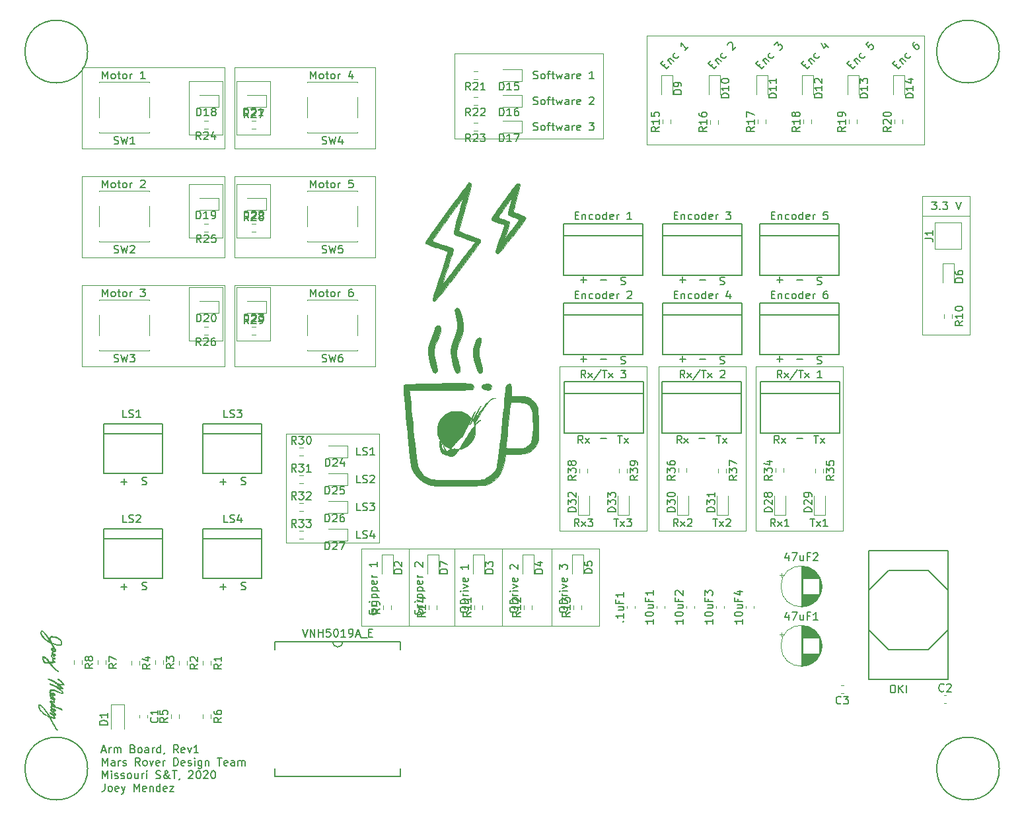
<source format=gbr>
%TF.GenerationSoftware,KiCad,Pcbnew,(5.1.4)-1*%
%TF.CreationDate,2020-11-25T20:19:59-06:00*%
%TF.ProjectId,Armboard,41726d62-6f61-4726-942e-6b696361645f,rev?*%
%TF.SameCoordinates,Original*%
%TF.FileFunction,Legend,Top*%
%TF.FilePolarity,Positive*%
%FSLAX46Y46*%
G04 Gerber Fmt 4.6, Leading zero omitted, Abs format (unit mm)*
G04 Created by KiCad (PCBNEW (5.1.4)-1) date 2020-11-25 20:19:59*
%MOMM*%
%LPD*%
G04 APERTURE LIST*
%ADD10C,0.150000*%
%ADD11C,0.120000*%
%ADD12C,0.010000*%
%ADD13C,0.152400*%
G04 APERTURE END LIST*
D10*
X173609047Y-92273428D02*
X174370952Y-92273428D01*
X171354761Y-92908380D02*
X171021428Y-92432190D01*
X170783333Y-92908380D02*
X170783333Y-91908380D01*
X171164285Y-91908380D01*
X171259523Y-91956000D01*
X171307142Y-92003619D01*
X171354761Y-92098857D01*
X171354761Y-92241714D01*
X171307142Y-92336952D01*
X171259523Y-92384571D01*
X171164285Y-92432190D01*
X170783333Y-92432190D01*
X171688095Y-92908380D02*
X172211904Y-92241714D01*
X171688095Y-92241714D02*
X172211904Y-92908380D01*
X175839523Y-91908380D02*
X176410952Y-91908380D01*
X176125238Y-92908380D02*
X176125238Y-91908380D01*
X176649047Y-92908380D02*
X177172857Y-92241714D01*
X176649047Y-92241714D02*
X177172857Y-92908380D01*
X161114047Y-92273428D02*
X161875952Y-92273428D01*
X158859761Y-92908380D02*
X158526428Y-92432190D01*
X158288333Y-92908380D02*
X158288333Y-91908380D01*
X158669285Y-91908380D01*
X158764523Y-91956000D01*
X158812142Y-92003619D01*
X158859761Y-92098857D01*
X158859761Y-92241714D01*
X158812142Y-92336952D01*
X158764523Y-92384571D01*
X158669285Y-92432190D01*
X158288333Y-92432190D01*
X159193095Y-92908380D02*
X159716904Y-92241714D01*
X159193095Y-92241714D02*
X159716904Y-92908380D01*
X163344523Y-91908380D02*
X163915952Y-91908380D01*
X163630238Y-92908380D02*
X163630238Y-91908380D01*
X164154047Y-92908380D02*
X164677857Y-92241714D01*
X164154047Y-92241714D02*
X164677857Y-92908380D01*
X150693523Y-91908380D02*
X151264952Y-91908380D01*
X150979238Y-92908380D02*
X150979238Y-91908380D01*
X151503047Y-92908380D02*
X152026857Y-92241714D01*
X151503047Y-92241714D02*
X152026857Y-92908380D01*
X148463047Y-92273428D02*
X149224952Y-92273428D01*
X146208761Y-92908380D02*
X145875428Y-92432190D01*
X145637333Y-92908380D02*
X145637333Y-91908380D01*
X146018285Y-91908380D01*
X146113523Y-91956000D01*
X146161142Y-92003619D01*
X146208761Y-92098857D01*
X146208761Y-92241714D01*
X146161142Y-92336952D01*
X146113523Y-92384571D01*
X146018285Y-92432190D01*
X145637333Y-92432190D01*
X146542095Y-92908380D02*
X147065904Y-92241714D01*
X146542095Y-92241714D02*
X147065904Y-92908380D01*
X151098285Y-82700761D02*
X151241142Y-82748380D01*
X151479238Y-82748380D01*
X151574476Y-82700761D01*
X151622095Y-82653142D01*
X151669714Y-82557904D01*
X151669714Y-82462666D01*
X151622095Y-82367428D01*
X151574476Y-82319809D01*
X151479238Y-82272190D01*
X151288761Y-82224571D01*
X151193523Y-82176952D01*
X151145904Y-82129333D01*
X151098285Y-82034095D01*
X151098285Y-81938857D01*
X151145904Y-81843619D01*
X151193523Y-81796000D01*
X151288761Y-81748380D01*
X151526857Y-81748380D01*
X151669714Y-81796000D01*
X148463047Y-82113428D02*
X149224952Y-82113428D01*
X145923047Y-82113428D02*
X146684952Y-82113428D01*
X146304000Y-82494380D02*
X146304000Y-81732476D01*
X163798285Y-82700761D02*
X163941142Y-82748380D01*
X164179238Y-82748380D01*
X164274476Y-82700761D01*
X164322095Y-82653142D01*
X164369714Y-82557904D01*
X164369714Y-82462666D01*
X164322095Y-82367428D01*
X164274476Y-82319809D01*
X164179238Y-82272190D01*
X163988761Y-82224571D01*
X163893523Y-82176952D01*
X163845904Y-82129333D01*
X163798285Y-82034095D01*
X163798285Y-81938857D01*
X163845904Y-81843619D01*
X163893523Y-81796000D01*
X163988761Y-81748380D01*
X164226857Y-81748380D01*
X164369714Y-81796000D01*
X161163047Y-82113428D02*
X161924952Y-82113428D01*
X158623047Y-82113428D02*
X159384952Y-82113428D01*
X159004000Y-82494380D02*
X159004000Y-81732476D01*
X176244285Y-82700761D02*
X176387142Y-82748380D01*
X176625238Y-82748380D01*
X176720476Y-82700761D01*
X176768095Y-82653142D01*
X176815714Y-82557904D01*
X176815714Y-82462666D01*
X176768095Y-82367428D01*
X176720476Y-82319809D01*
X176625238Y-82272190D01*
X176434761Y-82224571D01*
X176339523Y-82176952D01*
X176291904Y-82129333D01*
X176244285Y-82034095D01*
X176244285Y-81938857D01*
X176291904Y-81843619D01*
X176339523Y-81796000D01*
X176434761Y-81748380D01*
X176672857Y-81748380D01*
X176815714Y-81796000D01*
X173609047Y-82113428D02*
X174370952Y-82113428D01*
X171069047Y-82113428D02*
X171830952Y-82113428D01*
X171450000Y-82494380D02*
X171450000Y-81732476D01*
X176244285Y-72540761D02*
X176387142Y-72588380D01*
X176625238Y-72588380D01*
X176720476Y-72540761D01*
X176768095Y-72493142D01*
X176815714Y-72397904D01*
X176815714Y-72302666D01*
X176768095Y-72207428D01*
X176720476Y-72159809D01*
X176625238Y-72112190D01*
X176434761Y-72064571D01*
X176339523Y-72016952D01*
X176291904Y-71969333D01*
X176244285Y-71874095D01*
X176244285Y-71778857D01*
X176291904Y-71683619D01*
X176339523Y-71636000D01*
X176434761Y-71588380D01*
X176672857Y-71588380D01*
X176815714Y-71636000D01*
X173609047Y-71953428D02*
X174370952Y-71953428D01*
X171069047Y-71953428D02*
X171830952Y-71953428D01*
X171450000Y-72334380D02*
X171450000Y-71572476D01*
X163798285Y-72540761D02*
X163941142Y-72588380D01*
X164179238Y-72588380D01*
X164274476Y-72540761D01*
X164322095Y-72493142D01*
X164369714Y-72397904D01*
X164369714Y-72302666D01*
X164322095Y-72207428D01*
X164274476Y-72159809D01*
X164179238Y-72112190D01*
X163988761Y-72064571D01*
X163893523Y-72016952D01*
X163845904Y-71969333D01*
X163798285Y-71874095D01*
X163798285Y-71778857D01*
X163845904Y-71683619D01*
X163893523Y-71636000D01*
X163988761Y-71588380D01*
X164226857Y-71588380D01*
X164369714Y-71636000D01*
X161163047Y-71953428D02*
X161924952Y-71953428D01*
X158623047Y-71953428D02*
X159384952Y-71953428D01*
X159004000Y-72334380D02*
X159004000Y-71572476D01*
X151098285Y-72540761D02*
X151241142Y-72588380D01*
X151479238Y-72588380D01*
X151574476Y-72540761D01*
X151622095Y-72493142D01*
X151669714Y-72397904D01*
X151669714Y-72302666D01*
X151622095Y-72207428D01*
X151574476Y-72159809D01*
X151479238Y-72112190D01*
X151288761Y-72064571D01*
X151193523Y-72016952D01*
X151145904Y-71969333D01*
X151098285Y-71874095D01*
X151098285Y-71778857D01*
X151145904Y-71683619D01*
X151193523Y-71636000D01*
X151288761Y-71588380D01*
X151526857Y-71588380D01*
X151669714Y-71636000D01*
X148463047Y-71953428D02*
X149224952Y-71953428D01*
X145923047Y-71953428D02*
X146684952Y-71953428D01*
X146304000Y-72334380D02*
X146304000Y-71572476D01*
X99726952Y-111323428D02*
X100488857Y-111323428D01*
X100107904Y-111704380D02*
X100107904Y-110942476D01*
X102441238Y-111656761D02*
X102584095Y-111704380D01*
X102822190Y-111704380D01*
X102917428Y-111656761D01*
X102965047Y-111609142D01*
X103012666Y-111513904D01*
X103012666Y-111418666D01*
X102965047Y-111323428D01*
X102917428Y-111275809D01*
X102822190Y-111228190D01*
X102631714Y-111180571D01*
X102536476Y-111132952D01*
X102488857Y-111085333D01*
X102441238Y-110990095D01*
X102441238Y-110894857D01*
X102488857Y-110799619D01*
X102536476Y-110752000D01*
X102631714Y-110704380D01*
X102869809Y-110704380D01*
X103012666Y-110752000D01*
X87026952Y-111323428D02*
X87788857Y-111323428D01*
X87407904Y-111704380D02*
X87407904Y-110942476D01*
X89741238Y-111656761D02*
X89884095Y-111704380D01*
X90122190Y-111704380D01*
X90217428Y-111656761D01*
X90265047Y-111609142D01*
X90312666Y-111513904D01*
X90312666Y-111418666D01*
X90265047Y-111323428D01*
X90217428Y-111275809D01*
X90122190Y-111228190D01*
X89931714Y-111180571D01*
X89836476Y-111132952D01*
X89788857Y-111085333D01*
X89741238Y-110990095D01*
X89741238Y-110894857D01*
X89788857Y-110799619D01*
X89836476Y-110752000D01*
X89931714Y-110704380D01*
X90169809Y-110704380D01*
X90312666Y-110752000D01*
X99726952Y-97861428D02*
X100488857Y-97861428D01*
X100107904Y-98242380D02*
X100107904Y-97480476D01*
X102441238Y-98194761D02*
X102584095Y-98242380D01*
X102822190Y-98242380D01*
X102917428Y-98194761D01*
X102965047Y-98147142D01*
X103012666Y-98051904D01*
X103012666Y-97956666D01*
X102965047Y-97861428D01*
X102917428Y-97813809D01*
X102822190Y-97766190D01*
X102631714Y-97718571D01*
X102536476Y-97670952D01*
X102488857Y-97623333D01*
X102441238Y-97528095D01*
X102441238Y-97432857D01*
X102488857Y-97337619D01*
X102536476Y-97290000D01*
X102631714Y-97242380D01*
X102869809Y-97242380D01*
X103012666Y-97290000D01*
X87026952Y-97861428D02*
X87788857Y-97861428D01*
X87407904Y-98242380D02*
X87407904Y-97480476D01*
X89741238Y-98194761D02*
X89884095Y-98242380D01*
X90122190Y-98242380D01*
X90217428Y-98194761D01*
X90265047Y-98147142D01*
X90312666Y-98051904D01*
X90312666Y-97956666D01*
X90265047Y-97861428D01*
X90217428Y-97813809D01*
X90122190Y-97766190D01*
X89931714Y-97718571D01*
X89836476Y-97670952D01*
X89788857Y-97623333D01*
X89741238Y-97528095D01*
X89741238Y-97432857D01*
X89788857Y-97337619D01*
X89836476Y-97290000D01*
X89931714Y-97242380D01*
X90169809Y-97242380D01*
X90312666Y-97290000D01*
D11*
X189738000Y-61214000D02*
X195834000Y-61214000D01*
X189738000Y-63754000D02*
X195834000Y-63754000D01*
X189738000Y-78994000D02*
X189738000Y-61214000D01*
X195834000Y-78994000D02*
X189738000Y-78994000D01*
X195834000Y-61214000D02*
X195834000Y-78994000D01*
D10*
X171728095Y-84526380D02*
X171394761Y-84050190D01*
X171156666Y-84526380D02*
X171156666Y-83526380D01*
X171537619Y-83526380D01*
X171632857Y-83574000D01*
X171680476Y-83621619D01*
X171728095Y-83716857D01*
X171728095Y-83859714D01*
X171680476Y-83954952D01*
X171632857Y-84002571D01*
X171537619Y-84050190D01*
X171156666Y-84050190D01*
X172061428Y-84526380D02*
X172585238Y-83859714D01*
X172061428Y-83859714D02*
X172585238Y-84526380D01*
X173680476Y-83478761D02*
X172823333Y-84764476D01*
X173870952Y-83526380D02*
X174442380Y-83526380D01*
X174156666Y-84526380D02*
X174156666Y-83526380D01*
X174680476Y-84526380D02*
X175204285Y-83859714D01*
X174680476Y-83859714D02*
X175204285Y-84526380D01*
X176870952Y-84526380D02*
X176299523Y-84526380D01*
X176585238Y-84526380D02*
X176585238Y-83526380D01*
X176490000Y-83669238D01*
X176394761Y-83764476D01*
X176299523Y-83812095D01*
X159282095Y-84526380D02*
X158948761Y-84050190D01*
X158710666Y-84526380D02*
X158710666Y-83526380D01*
X159091619Y-83526380D01*
X159186857Y-83574000D01*
X159234476Y-83621619D01*
X159282095Y-83716857D01*
X159282095Y-83859714D01*
X159234476Y-83954952D01*
X159186857Y-84002571D01*
X159091619Y-84050190D01*
X158710666Y-84050190D01*
X159615428Y-84526380D02*
X160139238Y-83859714D01*
X159615428Y-83859714D02*
X160139238Y-84526380D01*
X161234476Y-83478761D02*
X160377333Y-84764476D01*
X161424952Y-83526380D02*
X161996380Y-83526380D01*
X161710666Y-84526380D02*
X161710666Y-83526380D01*
X162234476Y-84526380D02*
X162758285Y-83859714D01*
X162234476Y-83859714D02*
X162758285Y-84526380D01*
X163853523Y-83621619D02*
X163901142Y-83574000D01*
X163996380Y-83526380D01*
X164234476Y-83526380D01*
X164329714Y-83574000D01*
X164377333Y-83621619D01*
X164424952Y-83716857D01*
X164424952Y-83812095D01*
X164377333Y-83954952D01*
X163805904Y-84526380D01*
X164424952Y-84526380D01*
X146582095Y-84526380D02*
X146248761Y-84050190D01*
X146010666Y-84526380D02*
X146010666Y-83526380D01*
X146391619Y-83526380D01*
X146486857Y-83574000D01*
X146534476Y-83621619D01*
X146582095Y-83716857D01*
X146582095Y-83859714D01*
X146534476Y-83954952D01*
X146486857Y-84002571D01*
X146391619Y-84050190D01*
X146010666Y-84050190D01*
X146915428Y-84526380D02*
X147439238Y-83859714D01*
X146915428Y-83859714D02*
X147439238Y-84526380D01*
X148534476Y-83478761D02*
X147677333Y-84764476D01*
X148724952Y-83526380D02*
X149296380Y-83526380D01*
X149010666Y-84526380D02*
X149010666Y-83526380D01*
X149534476Y-84526380D02*
X150058285Y-83859714D01*
X149534476Y-83859714D02*
X150058285Y-84526380D01*
X151105904Y-83526380D02*
X151724952Y-83526380D01*
X151391619Y-83907333D01*
X151534476Y-83907333D01*
X151629714Y-83954952D01*
X151677333Y-84002571D01*
X151724952Y-84097809D01*
X151724952Y-84335904D01*
X151677333Y-84431142D01*
X151629714Y-84478761D01*
X151534476Y-84526380D01*
X151248761Y-84526380D01*
X151153523Y-84478761D01*
X151105904Y-84431142D01*
X84615976Y-132311666D02*
X85092166Y-132311666D01*
X84520738Y-132597380D02*
X84854071Y-131597380D01*
X85187404Y-132597380D01*
X85520738Y-132597380D02*
X85520738Y-131930714D01*
X85520738Y-132121190D02*
X85568357Y-132025952D01*
X85615976Y-131978333D01*
X85711214Y-131930714D01*
X85806452Y-131930714D01*
X86139785Y-132597380D02*
X86139785Y-131930714D01*
X86139785Y-132025952D02*
X86187404Y-131978333D01*
X86282642Y-131930714D01*
X86425500Y-131930714D01*
X86520738Y-131978333D01*
X86568357Y-132073571D01*
X86568357Y-132597380D01*
X86568357Y-132073571D02*
X86615976Y-131978333D01*
X86711214Y-131930714D01*
X86854071Y-131930714D01*
X86949309Y-131978333D01*
X86996928Y-132073571D01*
X86996928Y-132597380D01*
X88568357Y-132073571D02*
X88711214Y-132121190D01*
X88758833Y-132168809D01*
X88806452Y-132264047D01*
X88806452Y-132406904D01*
X88758833Y-132502142D01*
X88711214Y-132549761D01*
X88615976Y-132597380D01*
X88235023Y-132597380D01*
X88235023Y-131597380D01*
X88568357Y-131597380D01*
X88663595Y-131645000D01*
X88711214Y-131692619D01*
X88758833Y-131787857D01*
X88758833Y-131883095D01*
X88711214Y-131978333D01*
X88663595Y-132025952D01*
X88568357Y-132073571D01*
X88235023Y-132073571D01*
X89377880Y-132597380D02*
X89282642Y-132549761D01*
X89235023Y-132502142D01*
X89187404Y-132406904D01*
X89187404Y-132121190D01*
X89235023Y-132025952D01*
X89282642Y-131978333D01*
X89377880Y-131930714D01*
X89520738Y-131930714D01*
X89615976Y-131978333D01*
X89663595Y-132025952D01*
X89711214Y-132121190D01*
X89711214Y-132406904D01*
X89663595Y-132502142D01*
X89615976Y-132549761D01*
X89520738Y-132597380D01*
X89377880Y-132597380D01*
X90568357Y-132597380D02*
X90568357Y-132073571D01*
X90520738Y-131978333D01*
X90425500Y-131930714D01*
X90235023Y-131930714D01*
X90139785Y-131978333D01*
X90568357Y-132549761D02*
X90473119Y-132597380D01*
X90235023Y-132597380D01*
X90139785Y-132549761D01*
X90092166Y-132454523D01*
X90092166Y-132359285D01*
X90139785Y-132264047D01*
X90235023Y-132216428D01*
X90473119Y-132216428D01*
X90568357Y-132168809D01*
X91044547Y-132597380D02*
X91044547Y-131930714D01*
X91044547Y-132121190D02*
X91092166Y-132025952D01*
X91139785Y-131978333D01*
X91235023Y-131930714D01*
X91330261Y-131930714D01*
X92092166Y-132597380D02*
X92092166Y-131597380D01*
X92092166Y-132549761D02*
X91996928Y-132597380D01*
X91806452Y-132597380D01*
X91711214Y-132549761D01*
X91663595Y-132502142D01*
X91615976Y-132406904D01*
X91615976Y-132121190D01*
X91663595Y-132025952D01*
X91711214Y-131978333D01*
X91806452Y-131930714D01*
X91996928Y-131930714D01*
X92092166Y-131978333D01*
X92615976Y-132549761D02*
X92615976Y-132597380D01*
X92568357Y-132692619D01*
X92520738Y-132740238D01*
X94377880Y-132597380D02*
X94044547Y-132121190D01*
X93806452Y-132597380D02*
X93806452Y-131597380D01*
X94187404Y-131597380D01*
X94282642Y-131645000D01*
X94330261Y-131692619D01*
X94377880Y-131787857D01*
X94377880Y-131930714D01*
X94330261Y-132025952D01*
X94282642Y-132073571D01*
X94187404Y-132121190D01*
X93806452Y-132121190D01*
X95187404Y-132549761D02*
X95092166Y-132597380D01*
X94901690Y-132597380D01*
X94806452Y-132549761D01*
X94758833Y-132454523D01*
X94758833Y-132073571D01*
X94806452Y-131978333D01*
X94901690Y-131930714D01*
X95092166Y-131930714D01*
X95187404Y-131978333D01*
X95235023Y-132073571D01*
X95235023Y-132168809D01*
X94758833Y-132264047D01*
X95568357Y-131930714D02*
X95806452Y-132597380D01*
X96044547Y-131930714D01*
X96949309Y-132597380D02*
X96377880Y-132597380D01*
X96663595Y-132597380D02*
X96663595Y-131597380D01*
X96568357Y-131740238D01*
X96473119Y-131835476D01*
X96377880Y-131883095D01*
X84663595Y-134247380D02*
X84663595Y-133247380D01*
X84996928Y-133961666D01*
X85330261Y-133247380D01*
X85330261Y-134247380D01*
X86235023Y-134247380D02*
X86235023Y-133723571D01*
X86187404Y-133628333D01*
X86092166Y-133580714D01*
X85901690Y-133580714D01*
X85806452Y-133628333D01*
X86235023Y-134199761D02*
X86139785Y-134247380D01*
X85901690Y-134247380D01*
X85806452Y-134199761D01*
X85758833Y-134104523D01*
X85758833Y-134009285D01*
X85806452Y-133914047D01*
X85901690Y-133866428D01*
X86139785Y-133866428D01*
X86235023Y-133818809D01*
X86711214Y-134247380D02*
X86711214Y-133580714D01*
X86711214Y-133771190D02*
X86758833Y-133675952D01*
X86806452Y-133628333D01*
X86901690Y-133580714D01*
X86996928Y-133580714D01*
X87282642Y-134199761D02*
X87377880Y-134247380D01*
X87568357Y-134247380D01*
X87663595Y-134199761D01*
X87711214Y-134104523D01*
X87711214Y-134056904D01*
X87663595Y-133961666D01*
X87568357Y-133914047D01*
X87425500Y-133914047D01*
X87330261Y-133866428D01*
X87282642Y-133771190D01*
X87282642Y-133723571D01*
X87330261Y-133628333D01*
X87425500Y-133580714D01*
X87568357Y-133580714D01*
X87663595Y-133628333D01*
X89473119Y-134247380D02*
X89139785Y-133771190D01*
X88901690Y-134247380D02*
X88901690Y-133247380D01*
X89282642Y-133247380D01*
X89377880Y-133295000D01*
X89425500Y-133342619D01*
X89473119Y-133437857D01*
X89473119Y-133580714D01*
X89425500Y-133675952D01*
X89377880Y-133723571D01*
X89282642Y-133771190D01*
X88901690Y-133771190D01*
X90044547Y-134247380D02*
X89949309Y-134199761D01*
X89901690Y-134152142D01*
X89854071Y-134056904D01*
X89854071Y-133771190D01*
X89901690Y-133675952D01*
X89949309Y-133628333D01*
X90044547Y-133580714D01*
X90187404Y-133580714D01*
X90282642Y-133628333D01*
X90330261Y-133675952D01*
X90377880Y-133771190D01*
X90377880Y-134056904D01*
X90330261Y-134152142D01*
X90282642Y-134199761D01*
X90187404Y-134247380D01*
X90044547Y-134247380D01*
X90711214Y-133580714D02*
X90949309Y-134247380D01*
X91187404Y-133580714D01*
X91949309Y-134199761D02*
X91854071Y-134247380D01*
X91663595Y-134247380D01*
X91568357Y-134199761D01*
X91520738Y-134104523D01*
X91520738Y-133723571D01*
X91568357Y-133628333D01*
X91663595Y-133580714D01*
X91854071Y-133580714D01*
X91949309Y-133628333D01*
X91996928Y-133723571D01*
X91996928Y-133818809D01*
X91520738Y-133914047D01*
X92425500Y-134247380D02*
X92425500Y-133580714D01*
X92425500Y-133771190D02*
X92473119Y-133675952D01*
X92520738Y-133628333D01*
X92615976Y-133580714D01*
X92711214Y-133580714D01*
X93806452Y-134247380D02*
X93806452Y-133247380D01*
X94044547Y-133247380D01*
X94187404Y-133295000D01*
X94282642Y-133390238D01*
X94330261Y-133485476D01*
X94377880Y-133675952D01*
X94377880Y-133818809D01*
X94330261Y-134009285D01*
X94282642Y-134104523D01*
X94187404Y-134199761D01*
X94044547Y-134247380D01*
X93806452Y-134247380D01*
X95187404Y-134199761D02*
X95092166Y-134247380D01*
X94901690Y-134247380D01*
X94806452Y-134199761D01*
X94758833Y-134104523D01*
X94758833Y-133723571D01*
X94806452Y-133628333D01*
X94901690Y-133580714D01*
X95092166Y-133580714D01*
X95187404Y-133628333D01*
X95235023Y-133723571D01*
X95235023Y-133818809D01*
X94758833Y-133914047D01*
X95615976Y-134199761D02*
X95711214Y-134247380D01*
X95901690Y-134247380D01*
X95996928Y-134199761D01*
X96044547Y-134104523D01*
X96044547Y-134056904D01*
X95996928Y-133961666D01*
X95901690Y-133914047D01*
X95758833Y-133914047D01*
X95663595Y-133866428D01*
X95615976Y-133771190D01*
X95615976Y-133723571D01*
X95663595Y-133628333D01*
X95758833Y-133580714D01*
X95901690Y-133580714D01*
X95996928Y-133628333D01*
X96473119Y-134247380D02*
X96473119Y-133580714D01*
X96473119Y-133247380D02*
X96425500Y-133295000D01*
X96473119Y-133342619D01*
X96520738Y-133295000D01*
X96473119Y-133247380D01*
X96473119Y-133342619D01*
X97377880Y-133580714D02*
X97377880Y-134390238D01*
X97330261Y-134485476D01*
X97282642Y-134533095D01*
X97187404Y-134580714D01*
X97044547Y-134580714D01*
X96949309Y-134533095D01*
X97377880Y-134199761D02*
X97282642Y-134247380D01*
X97092166Y-134247380D01*
X96996928Y-134199761D01*
X96949309Y-134152142D01*
X96901690Y-134056904D01*
X96901690Y-133771190D01*
X96949309Y-133675952D01*
X96996928Y-133628333D01*
X97092166Y-133580714D01*
X97282642Y-133580714D01*
X97377880Y-133628333D01*
X97854071Y-133580714D02*
X97854071Y-134247380D01*
X97854071Y-133675952D02*
X97901690Y-133628333D01*
X97996928Y-133580714D01*
X98139785Y-133580714D01*
X98235023Y-133628333D01*
X98282642Y-133723571D01*
X98282642Y-134247380D01*
X99377880Y-133247380D02*
X99949309Y-133247380D01*
X99663595Y-134247380D02*
X99663595Y-133247380D01*
X100663595Y-134199761D02*
X100568357Y-134247380D01*
X100377880Y-134247380D01*
X100282642Y-134199761D01*
X100235023Y-134104523D01*
X100235023Y-133723571D01*
X100282642Y-133628333D01*
X100377880Y-133580714D01*
X100568357Y-133580714D01*
X100663595Y-133628333D01*
X100711214Y-133723571D01*
X100711214Y-133818809D01*
X100235023Y-133914047D01*
X101568357Y-134247380D02*
X101568357Y-133723571D01*
X101520738Y-133628333D01*
X101425500Y-133580714D01*
X101235023Y-133580714D01*
X101139785Y-133628333D01*
X101568357Y-134199761D02*
X101473119Y-134247380D01*
X101235023Y-134247380D01*
X101139785Y-134199761D01*
X101092166Y-134104523D01*
X101092166Y-134009285D01*
X101139785Y-133914047D01*
X101235023Y-133866428D01*
X101473119Y-133866428D01*
X101568357Y-133818809D01*
X102044547Y-134247380D02*
X102044547Y-133580714D01*
X102044547Y-133675952D02*
X102092166Y-133628333D01*
X102187404Y-133580714D01*
X102330261Y-133580714D01*
X102425500Y-133628333D01*
X102473119Y-133723571D01*
X102473119Y-134247380D01*
X102473119Y-133723571D02*
X102520738Y-133628333D01*
X102615976Y-133580714D01*
X102758833Y-133580714D01*
X102854071Y-133628333D01*
X102901690Y-133723571D01*
X102901690Y-134247380D01*
X84663595Y-135897380D02*
X84663595Y-134897380D01*
X84996928Y-135611666D01*
X85330261Y-134897380D01*
X85330261Y-135897380D01*
X85806452Y-135897380D02*
X85806452Y-135230714D01*
X85806452Y-134897380D02*
X85758833Y-134945000D01*
X85806452Y-134992619D01*
X85854071Y-134945000D01*
X85806452Y-134897380D01*
X85806452Y-134992619D01*
X86235023Y-135849761D02*
X86330261Y-135897380D01*
X86520738Y-135897380D01*
X86615976Y-135849761D01*
X86663595Y-135754523D01*
X86663595Y-135706904D01*
X86615976Y-135611666D01*
X86520738Y-135564047D01*
X86377880Y-135564047D01*
X86282642Y-135516428D01*
X86235023Y-135421190D01*
X86235023Y-135373571D01*
X86282642Y-135278333D01*
X86377880Y-135230714D01*
X86520738Y-135230714D01*
X86615976Y-135278333D01*
X87044547Y-135849761D02*
X87139785Y-135897380D01*
X87330261Y-135897380D01*
X87425500Y-135849761D01*
X87473119Y-135754523D01*
X87473119Y-135706904D01*
X87425500Y-135611666D01*
X87330261Y-135564047D01*
X87187404Y-135564047D01*
X87092166Y-135516428D01*
X87044547Y-135421190D01*
X87044547Y-135373571D01*
X87092166Y-135278333D01*
X87187404Y-135230714D01*
X87330261Y-135230714D01*
X87425500Y-135278333D01*
X88044547Y-135897380D02*
X87949309Y-135849761D01*
X87901690Y-135802142D01*
X87854071Y-135706904D01*
X87854071Y-135421190D01*
X87901690Y-135325952D01*
X87949309Y-135278333D01*
X88044547Y-135230714D01*
X88187404Y-135230714D01*
X88282642Y-135278333D01*
X88330261Y-135325952D01*
X88377880Y-135421190D01*
X88377880Y-135706904D01*
X88330261Y-135802142D01*
X88282642Y-135849761D01*
X88187404Y-135897380D01*
X88044547Y-135897380D01*
X89235023Y-135230714D02*
X89235023Y-135897380D01*
X88806452Y-135230714D02*
X88806452Y-135754523D01*
X88854071Y-135849761D01*
X88949309Y-135897380D01*
X89092166Y-135897380D01*
X89187404Y-135849761D01*
X89235023Y-135802142D01*
X89711214Y-135897380D02*
X89711214Y-135230714D01*
X89711214Y-135421190D02*
X89758833Y-135325952D01*
X89806452Y-135278333D01*
X89901690Y-135230714D01*
X89996928Y-135230714D01*
X90330261Y-135897380D02*
X90330261Y-135230714D01*
X90330261Y-134897380D02*
X90282642Y-134945000D01*
X90330261Y-134992619D01*
X90377880Y-134945000D01*
X90330261Y-134897380D01*
X90330261Y-134992619D01*
X91520738Y-135849761D02*
X91663595Y-135897380D01*
X91901690Y-135897380D01*
X91996928Y-135849761D01*
X92044547Y-135802142D01*
X92092166Y-135706904D01*
X92092166Y-135611666D01*
X92044547Y-135516428D01*
X91996928Y-135468809D01*
X91901690Y-135421190D01*
X91711214Y-135373571D01*
X91615976Y-135325952D01*
X91568357Y-135278333D01*
X91520738Y-135183095D01*
X91520738Y-135087857D01*
X91568357Y-134992619D01*
X91615976Y-134945000D01*
X91711214Y-134897380D01*
X91949309Y-134897380D01*
X92092166Y-134945000D01*
X93330261Y-135897380D02*
X93282642Y-135897380D01*
X93187404Y-135849761D01*
X93044547Y-135706904D01*
X92806452Y-135421190D01*
X92711214Y-135278333D01*
X92663595Y-135135476D01*
X92663595Y-135040238D01*
X92711214Y-134945000D01*
X92806452Y-134897380D01*
X92854071Y-134897380D01*
X92949309Y-134945000D01*
X92996928Y-135040238D01*
X92996928Y-135087857D01*
X92949309Y-135183095D01*
X92901690Y-135230714D01*
X92615976Y-135421190D01*
X92568357Y-135468809D01*
X92520738Y-135564047D01*
X92520738Y-135706904D01*
X92568357Y-135802142D01*
X92615976Y-135849761D01*
X92711214Y-135897380D01*
X92854071Y-135897380D01*
X92949309Y-135849761D01*
X92996928Y-135802142D01*
X93139785Y-135611666D01*
X93187404Y-135468809D01*
X93187404Y-135373571D01*
X93615976Y-134897380D02*
X94187404Y-134897380D01*
X93901690Y-135897380D02*
X93901690Y-134897380D01*
X94568357Y-135849761D02*
X94568357Y-135897380D01*
X94520738Y-135992619D01*
X94473119Y-136040238D01*
X95711214Y-134992619D02*
X95758833Y-134945000D01*
X95854071Y-134897380D01*
X96092166Y-134897380D01*
X96187404Y-134945000D01*
X96235023Y-134992619D01*
X96282642Y-135087857D01*
X96282642Y-135183095D01*
X96235023Y-135325952D01*
X95663595Y-135897380D01*
X96282642Y-135897380D01*
X96901690Y-134897380D02*
X96996928Y-134897380D01*
X97092166Y-134945000D01*
X97139785Y-134992619D01*
X97187404Y-135087857D01*
X97235023Y-135278333D01*
X97235023Y-135516428D01*
X97187404Y-135706904D01*
X97139785Y-135802142D01*
X97092166Y-135849761D01*
X96996928Y-135897380D01*
X96901690Y-135897380D01*
X96806452Y-135849761D01*
X96758833Y-135802142D01*
X96711214Y-135706904D01*
X96663595Y-135516428D01*
X96663595Y-135278333D01*
X96711214Y-135087857D01*
X96758833Y-134992619D01*
X96806452Y-134945000D01*
X96901690Y-134897380D01*
X97615976Y-134992619D02*
X97663595Y-134945000D01*
X97758833Y-134897380D01*
X97996928Y-134897380D01*
X98092166Y-134945000D01*
X98139785Y-134992619D01*
X98187404Y-135087857D01*
X98187404Y-135183095D01*
X98139785Y-135325952D01*
X97568357Y-135897380D01*
X98187404Y-135897380D01*
X98806452Y-134897380D02*
X98901690Y-134897380D01*
X98996928Y-134945000D01*
X99044547Y-134992619D01*
X99092166Y-135087857D01*
X99139785Y-135278333D01*
X99139785Y-135516428D01*
X99092166Y-135706904D01*
X99044547Y-135802142D01*
X98996928Y-135849761D01*
X98901690Y-135897380D01*
X98806452Y-135897380D01*
X98711214Y-135849761D01*
X98663595Y-135802142D01*
X98615976Y-135706904D01*
X98568357Y-135516428D01*
X98568357Y-135278333D01*
X98615976Y-135087857D01*
X98663595Y-134992619D01*
X98711214Y-134945000D01*
X98806452Y-134897380D01*
X84949309Y-136547380D02*
X84949309Y-137261666D01*
X84901690Y-137404523D01*
X84806452Y-137499761D01*
X84663595Y-137547380D01*
X84568357Y-137547380D01*
X85568357Y-137547380D02*
X85473119Y-137499761D01*
X85425500Y-137452142D01*
X85377880Y-137356904D01*
X85377880Y-137071190D01*
X85425500Y-136975952D01*
X85473119Y-136928333D01*
X85568357Y-136880714D01*
X85711214Y-136880714D01*
X85806452Y-136928333D01*
X85854071Y-136975952D01*
X85901690Y-137071190D01*
X85901690Y-137356904D01*
X85854071Y-137452142D01*
X85806452Y-137499761D01*
X85711214Y-137547380D01*
X85568357Y-137547380D01*
X86711214Y-137499761D02*
X86615976Y-137547380D01*
X86425500Y-137547380D01*
X86330261Y-137499761D01*
X86282642Y-137404523D01*
X86282642Y-137023571D01*
X86330261Y-136928333D01*
X86425500Y-136880714D01*
X86615976Y-136880714D01*
X86711214Y-136928333D01*
X86758833Y-137023571D01*
X86758833Y-137118809D01*
X86282642Y-137214047D01*
X87092166Y-136880714D02*
X87330261Y-137547380D01*
X87568357Y-136880714D02*
X87330261Y-137547380D01*
X87235023Y-137785476D01*
X87187404Y-137833095D01*
X87092166Y-137880714D01*
X88711214Y-137547380D02*
X88711214Y-136547380D01*
X89044547Y-137261666D01*
X89377880Y-136547380D01*
X89377880Y-137547380D01*
X90235023Y-137499761D02*
X90139785Y-137547380D01*
X89949309Y-137547380D01*
X89854071Y-137499761D01*
X89806452Y-137404523D01*
X89806452Y-137023571D01*
X89854071Y-136928333D01*
X89949309Y-136880714D01*
X90139785Y-136880714D01*
X90235023Y-136928333D01*
X90282642Y-137023571D01*
X90282642Y-137118809D01*
X89806452Y-137214047D01*
X90711214Y-136880714D02*
X90711214Y-137547380D01*
X90711214Y-136975952D02*
X90758833Y-136928333D01*
X90854071Y-136880714D01*
X90996928Y-136880714D01*
X91092166Y-136928333D01*
X91139785Y-137023571D01*
X91139785Y-137547380D01*
X92044547Y-137547380D02*
X92044547Y-136547380D01*
X92044547Y-137499761D02*
X91949309Y-137547380D01*
X91758833Y-137547380D01*
X91663595Y-137499761D01*
X91615976Y-137452142D01*
X91568357Y-137356904D01*
X91568357Y-137071190D01*
X91615976Y-136975952D01*
X91663595Y-136928333D01*
X91758833Y-136880714D01*
X91949309Y-136880714D01*
X92044547Y-136928333D01*
X92901690Y-137499761D02*
X92806452Y-137547380D01*
X92615976Y-137547380D01*
X92520738Y-137499761D01*
X92473119Y-137404523D01*
X92473119Y-137023571D01*
X92520738Y-136928333D01*
X92615976Y-136880714D01*
X92806452Y-136880714D01*
X92901690Y-136928333D01*
X92949309Y-137023571D01*
X92949309Y-137118809D01*
X92473119Y-137214047D01*
X93282642Y-136880714D02*
X93806452Y-136880714D01*
X93282642Y-137547380D01*
X93806452Y-137547380D01*
D11*
X189992000Y-40640000D02*
X189992000Y-54610000D01*
X154432000Y-40640000D02*
X189992000Y-40640000D01*
X154432000Y-54610000D02*
X189992000Y-54610000D01*
X154432000Y-40640000D02*
X154432000Y-54610000D01*
X148844000Y-42926000D02*
X129794000Y-42926000D01*
X148844000Y-53848000D02*
X148844000Y-42926000D01*
X129794000Y-53848000D02*
X148844000Y-53848000D01*
X129794000Y-42926000D02*
X129794000Y-53848000D01*
D10*
X170394761Y-73842571D02*
X170728095Y-73842571D01*
X170870952Y-74366380D02*
X170394761Y-74366380D01*
X170394761Y-73366380D01*
X170870952Y-73366380D01*
X171299523Y-73699714D02*
X171299523Y-74366380D01*
X171299523Y-73794952D02*
X171347142Y-73747333D01*
X171442380Y-73699714D01*
X171585238Y-73699714D01*
X171680476Y-73747333D01*
X171728095Y-73842571D01*
X171728095Y-74366380D01*
X172632857Y-74318761D02*
X172537619Y-74366380D01*
X172347142Y-74366380D01*
X172251904Y-74318761D01*
X172204285Y-74271142D01*
X172156666Y-74175904D01*
X172156666Y-73890190D01*
X172204285Y-73794952D01*
X172251904Y-73747333D01*
X172347142Y-73699714D01*
X172537619Y-73699714D01*
X172632857Y-73747333D01*
X173204285Y-74366380D02*
X173109047Y-74318761D01*
X173061428Y-74271142D01*
X173013809Y-74175904D01*
X173013809Y-73890190D01*
X173061428Y-73794952D01*
X173109047Y-73747333D01*
X173204285Y-73699714D01*
X173347142Y-73699714D01*
X173442380Y-73747333D01*
X173490000Y-73794952D01*
X173537619Y-73890190D01*
X173537619Y-74175904D01*
X173490000Y-74271142D01*
X173442380Y-74318761D01*
X173347142Y-74366380D01*
X173204285Y-74366380D01*
X174394761Y-74366380D02*
X174394761Y-73366380D01*
X174394761Y-74318761D02*
X174299523Y-74366380D01*
X174109047Y-74366380D01*
X174013809Y-74318761D01*
X173966190Y-74271142D01*
X173918571Y-74175904D01*
X173918571Y-73890190D01*
X173966190Y-73794952D01*
X174013809Y-73747333D01*
X174109047Y-73699714D01*
X174299523Y-73699714D01*
X174394761Y-73747333D01*
X175251904Y-74318761D02*
X175156666Y-74366380D01*
X174966190Y-74366380D01*
X174870952Y-74318761D01*
X174823333Y-74223523D01*
X174823333Y-73842571D01*
X174870952Y-73747333D01*
X174966190Y-73699714D01*
X175156666Y-73699714D01*
X175251904Y-73747333D01*
X175299523Y-73842571D01*
X175299523Y-73937809D01*
X174823333Y-74033047D01*
X175728095Y-74366380D02*
X175728095Y-73699714D01*
X175728095Y-73890190D02*
X175775714Y-73794952D01*
X175823333Y-73747333D01*
X175918571Y-73699714D01*
X176013809Y-73699714D01*
X177537619Y-73366380D02*
X177347142Y-73366380D01*
X177251904Y-73414000D01*
X177204285Y-73461619D01*
X177109047Y-73604476D01*
X177061428Y-73794952D01*
X177061428Y-74175904D01*
X177109047Y-74271142D01*
X177156666Y-74318761D01*
X177251904Y-74366380D01*
X177442380Y-74366380D01*
X177537619Y-74318761D01*
X177585238Y-74271142D01*
X177632857Y-74175904D01*
X177632857Y-73937809D01*
X177585238Y-73842571D01*
X177537619Y-73794952D01*
X177442380Y-73747333D01*
X177251904Y-73747333D01*
X177156666Y-73794952D01*
X177109047Y-73842571D01*
X177061428Y-73937809D01*
X157948761Y-73842571D02*
X158282095Y-73842571D01*
X158424952Y-74366380D02*
X157948761Y-74366380D01*
X157948761Y-73366380D01*
X158424952Y-73366380D01*
X158853523Y-73699714D02*
X158853523Y-74366380D01*
X158853523Y-73794952D02*
X158901142Y-73747333D01*
X158996380Y-73699714D01*
X159139238Y-73699714D01*
X159234476Y-73747333D01*
X159282095Y-73842571D01*
X159282095Y-74366380D01*
X160186857Y-74318761D02*
X160091619Y-74366380D01*
X159901142Y-74366380D01*
X159805904Y-74318761D01*
X159758285Y-74271142D01*
X159710666Y-74175904D01*
X159710666Y-73890190D01*
X159758285Y-73794952D01*
X159805904Y-73747333D01*
X159901142Y-73699714D01*
X160091619Y-73699714D01*
X160186857Y-73747333D01*
X160758285Y-74366380D02*
X160663047Y-74318761D01*
X160615428Y-74271142D01*
X160567809Y-74175904D01*
X160567809Y-73890190D01*
X160615428Y-73794952D01*
X160663047Y-73747333D01*
X160758285Y-73699714D01*
X160901142Y-73699714D01*
X160996380Y-73747333D01*
X161044000Y-73794952D01*
X161091619Y-73890190D01*
X161091619Y-74175904D01*
X161044000Y-74271142D01*
X160996380Y-74318761D01*
X160901142Y-74366380D01*
X160758285Y-74366380D01*
X161948761Y-74366380D02*
X161948761Y-73366380D01*
X161948761Y-74318761D02*
X161853523Y-74366380D01*
X161663047Y-74366380D01*
X161567809Y-74318761D01*
X161520190Y-74271142D01*
X161472571Y-74175904D01*
X161472571Y-73890190D01*
X161520190Y-73794952D01*
X161567809Y-73747333D01*
X161663047Y-73699714D01*
X161853523Y-73699714D01*
X161948761Y-73747333D01*
X162805904Y-74318761D02*
X162710666Y-74366380D01*
X162520190Y-74366380D01*
X162424952Y-74318761D01*
X162377333Y-74223523D01*
X162377333Y-73842571D01*
X162424952Y-73747333D01*
X162520190Y-73699714D01*
X162710666Y-73699714D01*
X162805904Y-73747333D01*
X162853523Y-73842571D01*
X162853523Y-73937809D01*
X162377333Y-74033047D01*
X163282095Y-74366380D02*
X163282095Y-73699714D01*
X163282095Y-73890190D02*
X163329714Y-73794952D01*
X163377333Y-73747333D01*
X163472571Y-73699714D01*
X163567809Y-73699714D01*
X165091619Y-73699714D02*
X165091619Y-74366380D01*
X164853523Y-73318761D02*
X164615428Y-74033047D01*
X165234476Y-74033047D01*
X145248761Y-73842571D02*
X145582095Y-73842571D01*
X145724952Y-74366380D02*
X145248761Y-74366380D01*
X145248761Y-73366380D01*
X145724952Y-73366380D01*
X146153523Y-73699714D02*
X146153523Y-74366380D01*
X146153523Y-73794952D02*
X146201142Y-73747333D01*
X146296380Y-73699714D01*
X146439238Y-73699714D01*
X146534476Y-73747333D01*
X146582095Y-73842571D01*
X146582095Y-74366380D01*
X147486857Y-74318761D02*
X147391619Y-74366380D01*
X147201142Y-74366380D01*
X147105904Y-74318761D01*
X147058285Y-74271142D01*
X147010666Y-74175904D01*
X147010666Y-73890190D01*
X147058285Y-73794952D01*
X147105904Y-73747333D01*
X147201142Y-73699714D01*
X147391619Y-73699714D01*
X147486857Y-73747333D01*
X148058285Y-74366380D02*
X147963047Y-74318761D01*
X147915428Y-74271142D01*
X147867809Y-74175904D01*
X147867809Y-73890190D01*
X147915428Y-73794952D01*
X147963047Y-73747333D01*
X148058285Y-73699714D01*
X148201142Y-73699714D01*
X148296380Y-73747333D01*
X148344000Y-73794952D01*
X148391619Y-73890190D01*
X148391619Y-74175904D01*
X148344000Y-74271142D01*
X148296380Y-74318761D01*
X148201142Y-74366380D01*
X148058285Y-74366380D01*
X149248761Y-74366380D02*
X149248761Y-73366380D01*
X149248761Y-74318761D02*
X149153523Y-74366380D01*
X148963047Y-74366380D01*
X148867809Y-74318761D01*
X148820190Y-74271142D01*
X148772571Y-74175904D01*
X148772571Y-73890190D01*
X148820190Y-73794952D01*
X148867809Y-73747333D01*
X148963047Y-73699714D01*
X149153523Y-73699714D01*
X149248761Y-73747333D01*
X150105904Y-74318761D02*
X150010666Y-74366380D01*
X149820190Y-74366380D01*
X149724952Y-74318761D01*
X149677333Y-74223523D01*
X149677333Y-73842571D01*
X149724952Y-73747333D01*
X149820190Y-73699714D01*
X150010666Y-73699714D01*
X150105904Y-73747333D01*
X150153523Y-73842571D01*
X150153523Y-73937809D01*
X149677333Y-74033047D01*
X150582095Y-74366380D02*
X150582095Y-73699714D01*
X150582095Y-73890190D02*
X150629714Y-73794952D01*
X150677333Y-73747333D01*
X150772571Y-73699714D01*
X150867809Y-73699714D01*
X151915428Y-73461619D02*
X151963047Y-73414000D01*
X152058285Y-73366380D01*
X152296380Y-73366380D01*
X152391619Y-73414000D01*
X152439238Y-73461619D01*
X152486857Y-73556857D01*
X152486857Y-73652095D01*
X152439238Y-73794952D01*
X151867809Y-74366380D01*
X152486857Y-74366380D01*
X170394761Y-63682571D02*
X170728095Y-63682571D01*
X170870952Y-64206380D02*
X170394761Y-64206380D01*
X170394761Y-63206380D01*
X170870952Y-63206380D01*
X171299523Y-63539714D02*
X171299523Y-64206380D01*
X171299523Y-63634952D02*
X171347142Y-63587333D01*
X171442380Y-63539714D01*
X171585238Y-63539714D01*
X171680476Y-63587333D01*
X171728095Y-63682571D01*
X171728095Y-64206380D01*
X172632857Y-64158761D02*
X172537619Y-64206380D01*
X172347142Y-64206380D01*
X172251904Y-64158761D01*
X172204285Y-64111142D01*
X172156666Y-64015904D01*
X172156666Y-63730190D01*
X172204285Y-63634952D01*
X172251904Y-63587333D01*
X172347142Y-63539714D01*
X172537619Y-63539714D01*
X172632857Y-63587333D01*
X173204285Y-64206380D02*
X173109047Y-64158761D01*
X173061428Y-64111142D01*
X173013809Y-64015904D01*
X173013809Y-63730190D01*
X173061428Y-63634952D01*
X173109047Y-63587333D01*
X173204285Y-63539714D01*
X173347142Y-63539714D01*
X173442380Y-63587333D01*
X173490000Y-63634952D01*
X173537619Y-63730190D01*
X173537619Y-64015904D01*
X173490000Y-64111142D01*
X173442380Y-64158761D01*
X173347142Y-64206380D01*
X173204285Y-64206380D01*
X174394761Y-64206380D02*
X174394761Y-63206380D01*
X174394761Y-64158761D02*
X174299523Y-64206380D01*
X174109047Y-64206380D01*
X174013809Y-64158761D01*
X173966190Y-64111142D01*
X173918571Y-64015904D01*
X173918571Y-63730190D01*
X173966190Y-63634952D01*
X174013809Y-63587333D01*
X174109047Y-63539714D01*
X174299523Y-63539714D01*
X174394761Y-63587333D01*
X175251904Y-64158761D02*
X175156666Y-64206380D01*
X174966190Y-64206380D01*
X174870952Y-64158761D01*
X174823333Y-64063523D01*
X174823333Y-63682571D01*
X174870952Y-63587333D01*
X174966190Y-63539714D01*
X175156666Y-63539714D01*
X175251904Y-63587333D01*
X175299523Y-63682571D01*
X175299523Y-63777809D01*
X174823333Y-63873047D01*
X175728095Y-64206380D02*
X175728095Y-63539714D01*
X175728095Y-63730190D02*
X175775714Y-63634952D01*
X175823333Y-63587333D01*
X175918571Y-63539714D01*
X176013809Y-63539714D01*
X177585238Y-63206380D02*
X177109047Y-63206380D01*
X177061428Y-63682571D01*
X177109047Y-63634952D01*
X177204285Y-63587333D01*
X177442380Y-63587333D01*
X177537619Y-63634952D01*
X177585238Y-63682571D01*
X177632857Y-63777809D01*
X177632857Y-64015904D01*
X177585238Y-64111142D01*
X177537619Y-64158761D01*
X177442380Y-64206380D01*
X177204285Y-64206380D01*
X177109047Y-64158761D01*
X177061428Y-64111142D01*
X157948761Y-63682571D02*
X158282095Y-63682571D01*
X158424952Y-64206380D02*
X157948761Y-64206380D01*
X157948761Y-63206380D01*
X158424952Y-63206380D01*
X158853523Y-63539714D02*
X158853523Y-64206380D01*
X158853523Y-63634952D02*
X158901142Y-63587333D01*
X158996380Y-63539714D01*
X159139238Y-63539714D01*
X159234476Y-63587333D01*
X159282095Y-63682571D01*
X159282095Y-64206380D01*
X160186857Y-64158761D02*
X160091619Y-64206380D01*
X159901142Y-64206380D01*
X159805904Y-64158761D01*
X159758285Y-64111142D01*
X159710666Y-64015904D01*
X159710666Y-63730190D01*
X159758285Y-63634952D01*
X159805904Y-63587333D01*
X159901142Y-63539714D01*
X160091619Y-63539714D01*
X160186857Y-63587333D01*
X160758285Y-64206380D02*
X160663047Y-64158761D01*
X160615428Y-64111142D01*
X160567809Y-64015904D01*
X160567809Y-63730190D01*
X160615428Y-63634952D01*
X160663047Y-63587333D01*
X160758285Y-63539714D01*
X160901142Y-63539714D01*
X160996380Y-63587333D01*
X161044000Y-63634952D01*
X161091619Y-63730190D01*
X161091619Y-64015904D01*
X161044000Y-64111142D01*
X160996380Y-64158761D01*
X160901142Y-64206380D01*
X160758285Y-64206380D01*
X161948761Y-64206380D02*
X161948761Y-63206380D01*
X161948761Y-64158761D02*
X161853523Y-64206380D01*
X161663047Y-64206380D01*
X161567809Y-64158761D01*
X161520190Y-64111142D01*
X161472571Y-64015904D01*
X161472571Y-63730190D01*
X161520190Y-63634952D01*
X161567809Y-63587333D01*
X161663047Y-63539714D01*
X161853523Y-63539714D01*
X161948761Y-63587333D01*
X162805904Y-64158761D02*
X162710666Y-64206380D01*
X162520190Y-64206380D01*
X162424952Y-64158761D01*
X162377333Y-64063523D01*
X162377333Y-63682571D01*
X162424952Y-63587333D01*
X162520190Y-63539714D01*
X162710666Y-63539714D01*
X162805904Y-63587333D01*
X162853523Y-63682571D01*
X162853523Y-63777809D01*
X162377333Y-63873047D01*
X163282095Y-64206380D02*
X163282095Y-63539714D01*
X163282095Y-63730190D02*
X163329714Y-63634952D01*
X163377333Y-63587333D01*
X163472571Y-63539714D01*
X163567809Y-63539714D01*
X164567809Y-63206380D02*
X165186857Y-63206380D01*
X164853523Y-63587333D01*
X164996380Y-63587333D01*
X165091619Y-63634952D01*
X165139238Y-63682571D01*
X165186857Y-63777809D01*
X165186857Y-64015904D01*
X165139238Y-64111142D01*
X165091619Y-64158761D01*
X164996380Y-64206380D01*
X164710666Y-64206380D01*
X164615428Y-64158761D01*
X164567809Y-64111142D01*
X145248761Y-63682571D02*
X145582095Y-63682571D01*
X145724952Y-64206380D02*
X145248761Y-64206380D01*
X145248761Y-63206380D01*
X145724952Y-63206380D01*
X146153523Y-63539714D02*
X146153523Y-64206380D01*
X146153523Y-63634952D02*
X146201142Y-63587333D01*
X146296380Y-63539714D01*
X146439238Y-63539714D01*
X146534476Y-63587333D01*
X146582095Y-63682571D01*
X146582095Y-64206380D01*
X147486857Y-64158761D02*
X147391619Y-64206380D01*
X147201142Y-64206380D01*
X147105904Y-64158761D01*
X147058285Y-64111142D01*
X147010666Y-64015904D01*
X147010666Y-63730190D01*
X147058285Y-63634952D01*
X147105904Y-63587333D01*
X147201142Y-63539714D01*
X147391619Y-63539714D01*
X147486857Y-63587333D01*
X148058285Y-64206380D02*
X147963047Y-64158761D01*
X147915428Y-64111142D01*
X147867809Y-64015904D01*
X147867809Y-63730190D01*
X147915428Y-63634952D01*
X147963047Y-63587333D01*
X148058285Y-63539714D01*
X148201142Y-63539714D01*
X148296380Y-63587333D01*
X148344000Y-63634952D01*
X148391619Y-63730190D01*
X148391619Y-64015904D01*
X148344000Y-64111142D01*
X148296380Y-64158761D01*
X148201142Y-64206380D01*
X148058285Y-64206380D01*
X149248761Y-64206380D02*
X149248761Y-63206380D01*
X149248761Y-64158761D02*
X149153523Y-64206380D01*
X148963047Y-64206380D01*
X148867809Y-64158761D01*
X148820190Y-64111142D01*
X148772571Y-64015904D01*
X148772571Y-63730190D01*
X148820190Y-63634952D01*
X148867809Y-63587333D01*
X148963047Y-63539714D01*
X149153523Y-63539714D01*
X149248761Y-63587333D01*
X150105904Y-64158761D02*
X150010666Y-64206380D01*
X149820190Y-64206380D01*
X149724952Y-64158761D01*
X149677333Y-64063523D01*
X149677333Y-63682571D01*
X149724952Y-63587333D01*
X149820190Y-63539714D01*
X150010666Y-63539714D01*
X150105904Y-63587333D01*
X150153523Y-63682571D01*
X150153523Y-63777809D01*
X149677333Y-63873047D01*
X150582095Y-64206380D02*
X150582095Y-63539714D01*
X150582095Y-63730190D02*
X150629714Y-63634952D01*
X150677333Y-63587333D01*
X150772571Y-63539714D01*
X150867809Y-63539714D01*
X152486857Y-64206380D02*
X151915428Y-64206380D01*
X152201142Y-64206380D02*
X152201142Y-63206380D01*
X152105904Y-63349238D01*
X152010666Y-63444476D01*
X151915428Y-63492095D01*
D11*
X179578000Y-104140000D02*
X168402000Y-104140000D01*
X179578000Y-83058000D02*
X179578000Y-104140000D01*
X168402000Y-83058000D02*
X179578000Y-83058000D01*
X168402000Y-83058000D02*
X168402000Y-104140000D01*
X155956000Y-83058000D02*
X155956000Y-84582000D01*
X167132000Y-104140000D02*
X155956000Y-104140000D01*
X167132000Y-90170000D02*
X167132000Y-104140000D01*
X167132000Y-84582000D02*
X167132000Y-90170000D01*
X167132000Y-83058000D02*
X167132000Y-84582000D01*
X155956000Y-83058000D02*
X167132000Y-83058000D01*
X155956000Y-84582000D02*
X155956000Y-104140000D01*
X143256000Y-104140000D02*
X154432000Y-104140000D01*
X143256000Y-83058000D02*
X143256000Y-104140000D01*
X154432000Y-83058000D02*
X143256000Y-83058000D01*
X154432000Y-83058000D02*
X154432000Y-104140000D01*
D10*
X175363333Y-102576380D02*
X175934761Y-102576380D01*
X175649047Y-103576380D02*
X175649047Y-102576380D01*
X176172857Y-103576380D02*
X176696666Y-102909714D01*
X176172857Y-102909714D02*
X176696666Y-103576380D01*
X177601428Y-103576380D02*
X177030000Y-103576380D01*
X177315714Y-103576380D02*
X177315714Y-102576380D01*
X177220476Y-102719238D01*
X177125238Y-102814476D01*
X177030000Y-102862095D01*
X170878571Y-103576380D02*
X170545238Y-103100190D01*
X170307142Y-103576380D02*
X170307142Y-102576380D01*
X170688095Y-102576380D01*
X170783333Y-102624000D01*
X170830952Y-102671619D01*
X170878571Y-102766857D01*
X170878571Y-102909714D01*
X170830952Y-103004952D01*
X170783333Y-103052571D01*
X170688095Y-103100190D01*
X170307142Y-103100190D01*
X171211904Y-103576380D02*
X171735714Y-102909714D01*
X171211904Y-102909714D02*
X171735714Y-103576380D01*
X172640476Y-103576380D02*
X172069047Y-103576380D01*
X172354761Y-103576380D02*
X172354761Y-102576380D01*
X172259523Y-102719238D01*
X172164285Y-102814476D01*
X172069047Y-102862095D01*
X162917333Y-102576380D02*
X163488761Y-102576380D01*
X163203047Y-103576380D02*
X163203047Y-102576380D01*
X163726857Y-103576380D02*
X164250666Y-102909714D01*
X163726857Y-102909714D02*
X164250666Y-103576380D01*
X164584000Y-102671619D02*
X164631619Y-102624000D01*
X164726857Y-102576380D01*
X164964952Y-102576380D01*
X165060190Y-102624000D01*
X165107809Y-102671619D01*
X165155428Y-102766857D01*
X165155428Y-102862095D01*
X165107809Y-103004952D01*
X164536380Y-103576380D01*
X165155428Y-103576380D01*
X158432571Y-103576380D02*
X158099238Y-103100190D01*
X157861142Y-103576380D02*
X157861142Y-102576380D01*
X158242095Y-102576380D01*
X158337333Y-102624000D01*
X158384952Y-102671619D01*
X158432571Y-102766857D01*
X158432571Y-102909714D01*
X158384952Y-103004952D01*
X158337333Y-103052571D01*
X158242095Y-103100190D01*
X157861142Y-103100190D01*
X158765904Y-103576380D02*
X159289714Y-102909714D01*
X158765904Y-102909714D02*
X159289714Y-103576380D01*
X159623047Y-102671619D02*
X159670666Y-102624000D01*
X159765904Y-102576380D01*
X160004000Y-102576380D01*
X160099238Y-102624000D01*
X160146857Y-102671619D01*
X160194476Y-102766857D01*
X160194476Y-102862095D01*
X160146857Y-103004952D01*
X159575428Y-103576380D01*
X160194476Y-103576380D01*
X150217333Y-102576380D02*
X150788761Y-102576380D01*
X150503047Y-103576380D02*
X150503047Y-102576380D01*
X151026857Y-103576380D02*
X151550666Y-102909714D01*
X151026857Y-102909714D02*
X151550666Y-103576380D01*
X151836380Y-102576380D02*
X152455428Y-102576380D01*
X152122095Y-102957333D01*
X152264952Y-102957333D01*
X152360190Y-103004952D01*
X152407809Y-103052571D01*
X152455428Y-103147809D01*
X152455428Y-103385904D01*
X152407809Y-103481142D01*
X152360190Y-103528761D01*
X152264952Y-103576380D01*
X151979238Y-103576380D01*
X151884000Y-103528761D01*
X151836380Y-103481142D01*
X145732571Y-103576380D02*
X145399238Y-103100190D01*
X145161142Y-103576380D02*
X145161142Y-102576380D01*
X145542095Y-102576380D01*
X145637333Y-102624000D01*
X145684952Y-102671619D01*
X145732571Y-102766857D01*
X145732571Y-102909714D01*
X145684952Y-103004952D01*
X145637333Y-103052571D01*
X145542095Y-103100190D01*
X145161142Y-103100190D01*
X146065904Y-103576380D02*
X146589714Y-102909714D01*
X146065904Y-102909714D02*
X146589714Y-103576380D01*
X146875428Y-102576380D02*
X147494476Y-102576380D01*
X147161142Y-102957333D01*
X147304000Y-102957333D01*
X147399238Y-103004952D01*
X147446857Y-103052571D01*
X147494476Y-103147809D01*
X147494476Y-103385904D01*
X147446857Y-103481142D01*
X147399238Y-103528761D01*
X147304000Y-103576380D01*
X147018285Y-103576380D01*
X146923047Y-103528761D01*
X146875428Y-103481142D01*
D11*
X120142000Y-91694000D02*
X108204000Y-91694000D01*
X120142000Y-105664000D02*
X120142000Y-91694000D01*
X108204000Y-105664000D02*
X120142000Y-105664000D01*
X108204000Y-91694000D02*
X108204000Y-105664000D01*
D10*
X100703142Y-103068380D02*
X100226952Y-103068380D01*
X100226952Y-102068380D01*
X100988857Y-103020761D02*
X101131714Y-103068380D01*
X101369809Y-103068380D01*
X101465047Y-103020761D01*
X101512666Y-102973142D01*
X101560285Y-102877904D01*
X101560285Y-102782666D01*
X101512666Y-102687428D01*
X101465047Y-102639809D01*
X101369809Y-102592190D01*
X101179333Y-102544571D01*
X101084095Y-102496952D01*
X101036476Y-102449333D01*
X100988857Y-102354095D01*
X100988857Y-102258857D01*
X101036476Y-102163619D01*
X101084095Y-102116000D01*
X101179333Y-102068380D01*
X101417428Y-102068380D01*
X101560285Y-102116000D01*
X102417428Y-102401714D02*
X102417428Y-103068380D01*
X102179333Y-102020761D02*
X101941238Y-102735047D01*
X102560285Y-102735047D01*
X87749142Y-103068380D02*
X87272952Y-103068380D01*
X87272952Y-102068380D01*
X88034857Y-103020761D02*
X88177714Y-103068380D01*
X88415809Y-103068380D01*
X88511047Y-103020761D01*
X88558666Y-102973142D01*
X88606285Y-102877904D01*
X88606285Y-102782666D01*
X88558666Y-102687428D01*
X88511047Y-102639809D01*
X88415809Y-102592190D01*
X88225333Y-102544571D01*
X88130095Y-102496952D01*
X88082476Y-102449333D01*
X88034857Y-102354095D01*
X88034857Y-102258857D01*
X88082476Y-102163619D01*
X88130095Y-102116000D01*
X88225333Y-102068380D01*
X88463428Y-102068380D01*
X88606285Y-102116000D01*
X88987238Y-102163619D02*
X89034857Y-102116000D01*
X89130095Y-102068380D01*
X89368190Y-102068380D01*
X89463428Y-102116000D01*
X89511047Y-102163619D01*
X89558666Y-102258857D01*
X89558666Y-102354095D01*
X89511047Y-102496952D01*
X88939619Y-103068380D01*
X89558666Y-103068380D01*
X100703142Y-89606380D02*
X100226952Y-89606380D01*
X100226952Y-88606380D01*
X100988857Y-89558761D02*
X101131714Y-89606380D01*
X101369809Y-89606380D01*
X101465047Y-89558761D01*
X101512666Y-89511142D01*
X101560285Y-89415904D01*
X101560285Y-89320666D01*
X101512666Y-89225428D01*
X101465047Y-89177809D01*
X101369809Y-89130190D01*
X101179333Y-89082571D01*
X101084095Y-89034952D01*
X101036476Y-88987333D01*
X100988857Y-88892095D01*
X100988857Y-88796857D01*
X101036476Y-88701619D01*
X101084095Y-88654000D01*
X101179333Y-88606380D01*
X101417428Y-88606380D01*
X101560285Y-88654000D01*
X101893619Y-88606380D02*
X102512666Y-88606380D01*
X102179333Y-88987333D01*
X102322190Y-88987333D01*
X102417428Y-89034952D01*
X102465047Y-89082571D01*
X102512666Y-89177809D01*
X102512666Y-89415904D01*
X102465047Y-89511142D01*
X102417428Y-89558761D01*
X102322190Y-89606380D01*
X102036476Y-89606380D01*
X101941238Y-89558761D01*
X101893619Y-89511142D01*
X87749142Y-89606380D02*
X87272952Y-89606380D01*
X87272952Y-88606380D01*
X88034857Y-89558761D02*
X88177714Y-89606380D01*
X88415809Y-89606380D01*
X88511047Y-89558761D01*
X88558666Y-89511142D01*
X88606285Y-89415904D01*
X88606285Y-89320666D01*
X88558666Y-89225428D01*
X88511047Y-89177809D01*
X88415809Y-89130190D01*
X88225333Y-89082571D01*
X88130095Y-89034952D01*
X88082476Y-88987333D01*
X88034857Y-88892095D01*
X88034857Y-88796857D01*
X88082476Y-88701619D01*
X88130095Y-88654000D01*
X88225333Y-88606380D01*
X88463428Y-88606380D01*
X88606285Y-88654000D01*
X89558666Y-89606380D02*
X88987238Y-89606380D01*
X89272952Y-89606380D02*
X89272952Y-88606380D01*
X89177714Y-88749238D01*
X89082476Y-88844476D01*
X88987238Y-88892095D01*
D11*
X117856000Y-116332000D02*
X117856000Y-116332000D01*
X117856000Y-106426000D02*
X117856000Y-106426000D01*
X142240000Y-106426000D02*
X142240000Y-116332000D01*
X135890000Y-106426000D02*
X135890000Y-116332000D01*
X129794000Y-106426000D02*
X129794000Y-116332000D01*
X123952000Y-106426000D02*
X123952000Y-116332000D01*
X148336000Y-106426000D02*
X148082000Y-106426000D01*
X148336000Y-116332000D02*
X148336000Y-106426000D01*
X117856000Y-116332000D02*
X148336000Y-116332000D01*
X117856000Y-106426000D02*
X117856000Y-116332000D01*
X148082000Y-106426000D02*
X117856000Y-106426000D01*
X119634000Y-83058000D02*
X119634000Y-82804000D01*
X101600000Y-83058000D02*
X119634000Y-83058000D01*
X101600000Y-72644000D02*
X101600000Y-83058000D01*
X119634000Y-72644000D02*
X119634000Y-82804000D01*
X101600000Y-72644000D02*
X119634000Y-72644000D01*
X100330000Y-83058000D02*
X100330000Y-72644000D01*
X82042000Y-83058000D02*
X100330000Y-83058000D01*
X82042000Y-72644000D02*
X82042000Y-83058000D01*
X100330000Y-72644000D02*
X82042000Y-72644000D01*
X101600000Y-69088000D02*
X101600000Y-58674000D01*
X119634000Y-69088000D02*
X101600000Y-69088000D01*
X119634000Y-58674000D02*
X119634000Y-69088000D01*
X101600000Y-58674000D02*
X119634000Y-58674000D01*
X82042000Y-69088000D02*
X82042000Y-58674000D01*
X100330000Y-69088000D02*
X82042000Y-69088000D01*
X100330000Y-58674000D02*
X100330000Y-69088000D01*
X82042000Y-58674000D02*
X100330000Y-58674000D01*
X101600000Y-55118000D02*
X119634000Y-55118000D01*
X101600000Y-54864000D02*
X101600000Y-55118000D01*
X100330000Y-55118000D02*
X82042000Y-55118000D01*
X100330000Y-54864000D02*
X100330000Y-55118000D01*
X119634000Y-54864000D02*
X119634000Y-55118000D01*
X119634000Y-44704000D02*
X119634000Y-54864000D01*
X101600000Y-44704000D02*
X119634000Y-44704000D01*
X101600000Y-44704000D02*
X101600000Y-54864000D01*
X100330000Y-54864000D02*
X100330000Y-53848000D01*
X82042000Y-44704000D02*
X82042000Y-55118000D01*
X100330000Y-44704000D02*
X100330000Y-54102000D01*
X93218000Y-44704000D02*
X100330000Y-44704000D01*
X82042000Y-44704000D02*
X93218000Y-44704000D01*
X101854000Y-53340000D02*
X105918000Y-53340000D01*
X106172000Y-46482000D02*
X101854000Y-46482000D01*
X106172000Y-53340000D02*
X106172000Y-46482000D01*
X105918000Y-53340000D02*
X106172000Y-53340000D01*
X101854000Y-46482000D02*
X101854000Y-53340000D01*
X95758000Y-53340000D02*
X99822000Y-53340000D01*
X100076000Y-46482000D02*
X95758000Y-46482000D01*
X100076000Y-53340000D02*
X100076000Y-46482000D01*
X99822000Y-53340000D02*
X100076000Y-53340000D01*
X95758000Y-46482000D02*
X95758000Y-53340000D01*
X101854000Y-66548000D02*
X105918000Y-66548000D01*
X106172000Y-59690000D02*
X101854000Y-59690000D01*
X106172000Y-66548000D02*
X106172000Y-59690000D01*
X105918000Y-66548000D02*
X106172000Y-66548000D01*
X101854000Y-59690000D02*
X101854000Y-66548000D01*
X95758000Y-66548000D02*
X99822000Y-66548000D01*
X100076000Y-59690000D02*
X95758000Y-59690000D01*
X100076000Y-66548000D02*
X100076000Y-59690000D01*
X99822000Y-66548000D02*
X100076000Y-66548000D01*
X95758000Y-59690000D02*
X95758000Y-66548000D01*
X101854000Y-79756000D02*
X105918000Y-79756000D01*
X106172000Y-72898000D02*
X101854000Y-72898000D01*
X106172000Y-79756000D02*
X106172000Y-72898000D01*
X105918000Y-79756000D02*
X106172000Y-79756000D01*
X101854000Y-72898000D02*
X101854000Y-79756000D01*
X100076000Y-72898000D02*
X95758000Y-72898000D01*
X100076000Y-79756000D02*
X100076000Y-72898000D01*
X99822000Y-79756000D02*
X100076000Y-79756000D01*
X95758000Y-79756000D02*
X99822000Y-79756000D01*
X95758000Y-72898000D02*
X95758000Y-79756000D01*
D10*
X111355523Y-74112380D02*
X111355523Y-73112380D01*
X111688857Y-73826666D01*
X112022190Y-73112380D01*
X112022190Y-74112380D01*
X112641238Y-74112380D02*
X112546000Y-74064761D01*
X112498380Y-74017142D01*
X112450761Y-73921904D01*
X112450761Y-73636190D01*
X112498380Y-73540952D01*
X112546000Y-73493333D01*
X112641238Y-73445714D01*
X112784095Y-73445714D01*
X112879333Y-73493333D01*
X112926952Y-73540952D01*
X112974571Y-73636190D01*
X112974571Y-73921904D01*
X112926952Y-74017142D01*
X112879333Y-74064761D01*
X112784095Y-74112380D01*
X112641238Y-74112380D01*
X113260285Y-73445714D02*
X113641238Y-73445714D01*
X113403142Y-73112380D02*
X113403142Y-73969523D01*
X113450761Y-74064761D01*
X113546000Y-74112380D01*
X113641238Y-74112380D01*
X114117428Y-74112380D02*
X114022190Y-74064761D01*
X113974571Y-74017142D01*
X113926952Y-73921904D01*
X113926952Y-73636190D01*
X113974571Y-73540952D01*
X114022190Y-73493333D01*
X114117428Y-73445714D01*
X114260285Y-73445714D01*
X114355523Y-73493333D01*
X114403142Y-73540952D01*
X114450761Y-73636190D01*
X114450761Y-73921904D01*
X114403142Y-74017142D01*
X114355523Y-74064761D01*
X114260285Y-74112380D01*
X114117428Y-74112380D01*
X114879333Y-74112380D02*
X114879333Y-73445714D01*
X114879333Y-73636190D02*
X114926952Y-73540952D01*
X114974571Y-73493333D01*
X115069809Y-73445714D01*
X115165047Y-73445714D01*
X116688857Y-73112380D02*
X116498380Y-73112380D01*
X116403142Y-73160000D01*
X116355523Y-73207619D01*
X116260285Y-73350476D01*
X116212666Y-73540952D01*
X116212666Y-73921904D01*
X116260285Y-74017142D01*
X116307904Y-74064761D01*
X116403142Y-74112380D01*
X116593619Y-74112380D01*
X116688857Y-74064761D01*
X116736476Y-74017142D01*
X116784095Y-73921904D01*
X116784095Y-73683809D01*
X116736476Y-73588571D01*
X116688857Y-73540952D01*
X116593619Y-73493333D01*
X116403142Y-73493333D01*
X116307904Y-73540952D01*
X116260285Y-73588571D01*
X116212666Y-73683809D01*
X111355523Y-60142380D02*
X111355523Y-59142380D01*
X111688857Y-59856666D01*
X112022190Y-59142380D01*
X112022190Y-60142380D01*
X112641238Y-60142380D02*
X112546000Y-60094761D01*
X112498380Y-60047142D01*
X112450761Y-59951904D01*
X112450761Y-59666190D01*
X112498380Y-59570952D01*
X112546000Y-59523333D01*
X112641238Y-59475714D01*
X112784095Y-59475714D01*
X112879333Y-59523333D01*
X112926952Y-59570952D01*
X112974571Y-59666190D01*
X112974571Y-59951904D01*
X112926952Y-60047142D01*
X112879333Y-60094761D01*
X112784095Y-60142380D01*
X112641238Y-60142380D01*
X113260285Y-59475714D02*
X113641238Y-59475714D01*
X113403142Y-59142380D02*
X113403142Y-59999523D01*
X113450761Y-60094761D01*
X113546000Y-60142380D01*
X113641238Y-60142380D01*
X114117428Y-60142380D02*
X114022190Y-60094761D01*
X113974571Y-60047142D01*
X113926952Y-59951904D01*
X113926952Y-59666190D01*
X113974571Y-59570952D01*
X114022190Y-59523333D01*
X114117428Y-59475714D01*
X114260285Y-59475714D01*
X114355523Y-59523333D01*
X114403142Y-59570952D01*
X114450761Y-59666190D01*
X114450761Y-59951904D01*
X114403142Y-60047142D01*
X114355523Y-60094761D01*
X114260285Y-60142380D01*
X114117428Y-60142380D01*
X114879333Y-60142380D02*
X114879333Y-59475714D01*
X114879333Y-59666190D02*
X114926952Y-59570952D01*
X114974571Y-59523333D01*
X115069809Y-59475714D01*
X115165047Y-59475714D01*
X116736476Y-59142380D02*
X116260285Y-59142380D01*
X116212666Y-59618571D01*
X116260285Y-59570952D01*
X116355523Y-59523333D01*
X116593619Y-59523333D01*
X116688857Y-59570952D01*
X116736476Y-59618571D01*
X116784095Y-59713809D01*
X116784095Y-59951904D01*
X116736476Y-60047142D01*
X116688857Y-60094761D01*
X116593619Y-60142380D01*
X116355523Y-60142380D01*
X116260285Y-60094761D01*
X116212666Y-60047142D01*
X111355523Y-46172380D02*
X111355523Y-45172380D01*
X111688857Y-45886666D01*
X112022190Y-45172380D01*
X112022190Y-46172380D01*
X112641238Y-46172380D02*
X112546000Y-46124761D01*
X112498380Y-46077142D01*
X112450761Y-45981904D01*
X112450761Y-45696190D01*
X112498380Y-45600952D01*
X112546000Y-45553333D01*
X112641238Y-45505714D01*
X112784095Y-45505714D01*
X112879333Y-45553333D01*
X112926952Y-45600952D01*
X112974571Y-45696190D01*
X112974571Y-45981904D01*
X112926952Y-46077142D01*
X112879333Y-46124761D01*
X112784095Y-46172380D01*
X112641238Y-46172380D01*
X113260285Y-45505714D02*
X113641238Y-45505714D01*
X113403142Y-45172380D02*
X113403142Y-46029523D01*
X113450761Y-46124761D01*
X113546000Y-46172380D01*
X113641238Y-46172380D01*
X114117428Y-46172380D02*
X114022190Y-46124761D01*
X113974571Y-46077142D01*
X113926952Y-45981904D01*
X113926952Y-45696190D01*
X113974571Y-45600952D01*
X114022190Y-45553333D01*
X114117428Y-45505714D01*
X114260285Y-45505714D01*
X114355523Y-45553333D01*
X114403142Y-45600952D01*
X114450761Y-45696190D01*
X114450761Y-45981904D01*
X114403142Y-46077142D01*
X114355523Y-46124761D01*
X114260285Y-46172380D01*
X114117428Y-46172380D01*
X114879333Y-46172380D02*
X114879333Y-45505714D01*
X114879333Y-45696190D02*
X114926952Y-45600952D01*
X114974571Y-45553333D01*
X115069809Y-45505714D01*
X115165047Y-45505714D01*
X116688857Y-45505714D02*
X116688857Y-46172380D01*
X116450761Y-45124761D02*
X116212666Y-45839047D01*
X116831714Y-45839047D01*
X84685523Y-74112380D02*
X84685523Y-73112380D01*
X85018857Y-73826666D01*
X85352190Y-73112380D01*
X85352190Y-74112380D01*
X85971238Y-74112380D02*
X85876000Y-74064761D01*
X85828380Y-74017142D01*
X85780761Y-73921904D01*
X85780761Y-73636190D01*
X85828380Y-73540952D01*
X85876000Y-73493333D01*
X85971238Y-73445714D01*
X86114095Y-73445714D01*
X86209333Y-73493333D01*
X86256952Y-73540952D01*
X86304571Y-73636190D01*
X86304571Y-73921904D01*
X86256952Y-74017142D01*
X86209333Y-74064761D01*
X86114095Y-74112380D01*
X85971238Y-74112380D01*
X86590285Y-73445714D02*
X86971238Y-73445714D01*
X86733142Y-73112380D02*
X86733142Y-73969523D01*
X86780761Y-74064761D01*
X86876000Y-74112380D01*
X86971238Y-74112380D01*
X87447428Y-74112380D02*
X87352190Y-74064761D01*
X87304571Y-74017142D01*
X87256952Y-73921904D01*
X87256952Y-73636190D01*
X87304571Y-73540952D01*
X87352190Y-73493333D01*
X87447428Y-73445714D01*
X87590285Y-73445714D01*
X87685523Y-73493333D01*
X87733142Y-73540952D01*
X87780761Y-73636190D01*
X87780761Y-73921904D01*
X87733142Y-74017142D01*
X87685523Y-74064761D01*
X87590285Y-74112380D01*
X87447428Y-74112380D01*
X88209333Y-74112380D02*
X88209333Y-73445714D01*
X88209333Y-73636190D02*
X88256952Y-73540952D01*
X88304571Y-73493333D01*
X88399809Y-73445714D01*
X88495047Y-73445714D01*
X89495047Y-73112380D02*
X90114095Y-73112380D01*
X89780761Y-73493333D01*
X89923619Y-73493333D01*
X90018857Y-73540952D01*
X90066476Y-73588571D01*
X90114095Y-73683809D01*
X90114095Y-73921904D01*
X90066476Y-74017142D01*
X90018857Y-74064761D01*
X89923619Y-74112380D01*
X89637904Y-74112380D01*
X89542666Y-74064761D01*
X89495047Y-74017142D01*
X84685523Y-60142380D02*
X84685523Y-59142380D01*
X85018857Y-59856666D01*
X85352190Y-59142380D01*
X85352190Y-60142380D01*
X85971238Y-60142380D02*
X85876000Y-60094761D01*
X85828380Y-60047142D01*
X85780761Y-59951904D01*
X85780761Y-59666190D01*
X85828380Y-59570952D01*
X85876000Y-59523333D01*
X85971238Y-59475714D01*
X86114095Y-59475714D01*
X86209333Y-59523333D01*
X86256952Y-59570952D01*
X86304571Y-59666190D01*
X86304571Y-59951904D01*
X86256952Y-60047142D01*
X86209333Y-60094761D01*
X86114095Y-60142380D01*
X85971238Y-60142380D01*
X86590285Y-59475714D02*
X86971238Y-59475714D01*
X86733142Y-59142380D02*
X86733142Y-59999523D01*
X86780761Y-60094761D01*
X86876000Y-60142380D01*
X86971238Y-60142380D01*
X87447428Y-60142380D02*
X87352190Y-60094761D01*
X87304571Y-60047142D01*
X87256952Y-59951904D01*
X87256952Y-59666190D01*
X87304571Y-59570952D01*
X87352190Y-59523333D01*
X87447428Y-59475714D01*
X87590285Y-59475714D01*
X87685523Y-59523333D01*
X87733142Y-59570952D01*
X87780761Y-59666190D01*
X87780761Y-59951904D01*
X87733142Y-60047142D01*
X87685523Y-60094761D01*
X87590285Y-60142380D01*
X87447428Y-60142380D01*
X88209333Y-60142380D02*
X88209333Y-59475714D01*
X88209333Y-59666190D02*
X88256952Y-59570952D01*
X88304571Y-59523333D01*
X88399809Y-59475714D01*
X88495047Y-59475714D01*
X89542666Y-59237619D02*
X89590285Y-59190000D01*
X89685523Y-59142380D01*
X89923619Y-59142380D01*
X90018857Y-59190000D01*
X90066476Y-59237619D01*
X90114095Y-59332857D01*
X90114095Y-59428095D01*
X90066476Y-59570952D01*
X89495047Y-60142380D01*
X90114095Y-60142380D01*
X84685523Y-46172380D02*
X84685523Y-45172380D01*
X85018857Y-45886666D01*
X85352190Y-45172380D01*
X85352190Y-46172380D01*
X85971238Y-46172380D02*
X85876000Y-46124761D01*
X85828380Y-46077142D01*
X85780761Y-45981904D01*
X85780761Y-45696190D01*
X85828380Y-45600952D01*
X85876000Y-45553333D01*
X85971238Y-45505714D01*
X86114095Y-45505714D01*
X86209333Y-45553333D01*
X86256952Y-45600952D01*
X86304571Y-45696190D01*
X86304571Y-45981904D01*
X86256952Y-46077142D01*
X86209333Y-46124761D01*
X86114095Y-46172380D01*
X85971238Y-46172380D01*
X86590285Y-45505714D02*
X86971238Y-45505714D01*
X86733142Y-45172380D02*
X86733142Y-46029523D01*
X86780761Y-46124761D01*
X86876000Y-46172380D01*
X86971238Y-46172380D01*
X87447428Y-46172380D02*
X87352190Y-46124761D01*
X87304571Y-46077142D01*
X87256952Y-45981904D01*
X87256952Y-45696190D01*
X87304571Y-45600952D01*
X87352190Y-45553333D01*
X87447428Y-45505714D01*
X87590285Y-45505714D01*
X87685523Y-45553333D01*
X87733142Y-45600952D01*
X87780761Y-45696190D01*
X87780761Y-45981904D01*
X87733142Y-46077142D01*
X87685523Y-46124761D01*
X87590285Y-46172380D01*
X87447428Y-46172380D01*
X88209333Y-46172380D02*
X88209333Y-45505714D01*
X88209333Y-45696190D02*
X88256952Y-45600952D01*
X88304571Y-45553333D01*
X88399809Y-45505714D01*
X88495047Y-45505714D01*
X90114095Y-46172380D02*
X89542666Y-46172380D01*
X89828380Y-46172380D02*
X89828380Y-45172380D01*
X89733142Y-45315238D01*
X89637904Y-45410476D01*
X89542666Y-45458095D01*
X190928857Y-61936380D02*
X191547904Y-61936380D01*
X191214571Y-62317333D01*
X191357428Y-62317333D01*
X191452666Y-62364952D01*
X191500285Y-62412571D01*
X191547904Y-62507809D01*
X191547904Y-62745904D01*
X191500285Y-62841142D01*
X191452666Y-62888761D01*
X191357428Y-62936380D01*
X191071714Y-62936380D01*
X190976476Y-62888761D01*
X190928857Y-62841142D01*
X191976476Y-62841142D02*
X192024095Y-62888761D01*
X191976476Y-62936380D01*
X191928857Y-62888761D01*
X191976476Y-62841142D01*
X191976476Y-62936380D01*
X192357428Y-61936380D02*
X192976476Y-61936380D01*
X192643142Y-62317333D01*
X192786000Y-62317333D01*
X192881238Y-62364952D01*
X192928857Y-62412571D01*
X192976476Y-62507809D01*
X192976476Y-62745904D01*
X192928857Y-62841142D01*
X192881238Y-62888761D01*
X192786000Y-62936380D01*
X192500285Y-62936380D01*
X192405047Y-62888761D01*
X192357428Y-62841142D01*
X194024095Y-61936380D02*
X194357428Y-62936380D01*
X194690761Y-61936380D01*
X139883047Y-52728761D02*
X140025904Y-52776380D01*
X140264000Y-52776380D01*
X140359238Y-52728761D01*
X140406857Y-52681142D01*
X140454476Y-52585904D01*
X140454476Y-52490666D01*
X140406857Y-52395428D01*
X140359238Y-52347809D01*
X140264000Y-52300190D01*
X140073523Y-52252571D01*
X139978285Y-52204952D01*
X139930666Y-52157333D01*
X139883047Y-52062095D01*
X139883047Y-51966857D01*
X139930666Y-51871619D01*
X139978285Y-51824000D01*
X140073523Y-51776380D01*
X140311619Y-51776380D01*
X140454476Y-51824000D01*
X141025904Y-52776380D02*
X140930666Y-52728761D01*
X140883047Y-52681142D01*
X140835428Y-52585904D01*
X140835428Y-52300190D01*
X140883047Y-52204952D01*
X140930666Y-52157333D01*
X141025904Y-52109714D01*
X141168761Y-52109714D01*
X141264000Y-52157333D01*
X141311619Y-52204952D01*
X141359238Y-52300190D01*
X141359238Y-52585904D01*
X141311619Y-52681142D01*
X141264000Y-52728761D01*
X141168761Y-52776380D01*
X141025904Y-52776380D01*
X141644952Y-52109714D02*
X142025904Y-52109714D01*
X141787809Y-52776380D02*
X141787809Y-51919238D01*
X141835428Y-51824000D01*
X141930666Y-51776380D01*
X142025904Y-51776380D01*
X142216380Y-52109714D02*
X142597333Y-52109714D01*
X142359238Y-51776380D02*
X142359238Y-52633523D01*
X142406857Y-52728761D01*
X142502095Y-52776380D01*
X142597333Y-52776380D01*
X142835428Y-52109714D02*
X143025904Y-52776380D01*
X143216380Y-52300190D01*
X143406857Y-52776380D01*
X143597333Y-52109714D01*
X144406857Y-52776380D02*
X144406857Y-52252571D01*
X144359238Y-52157333D01*
X144264000Y-52109714D01*
X144073523Y-52109714D01*
X143978285Y-52157333D01*
X144406857Y-52728761D02*
X144311619Y-52776380D01*
X144073523Y-52776380D01*
X143978285Y-52728761D01*
X143930666Y-52633523D01*
X143930666Y-52538285D01*
X143978285Y-52443047D01*
X144073523Y-52395428D01*
X144311619Y-52395428D01*
X144406857Y-52347809D01*
X144883047Y-52776380D02*
X144883047Y-52109714D01*
X144883047Y-52300190D02*
X144930666Y-52204952D01*
X144978285Y-52157333D01*
X145073523Y-52109714D01*
X145168761Y-52109714D01*
X145883047Y-52728761D02*
X145787809Y-52776380D01*
X145597333Y-52776380D01*
X145502095Y-52728761D01*
X145454476Y-52633523D01*
X145454476Y-52252571D01*
X145502095Y-52157333D01*
X145597333Y-52109714D01*
X145787809Y-52109714D01*
X145883047Y-52157333D01*
X145930666Y-52252571D01*
X145930666Y-52347809D01*
X145454476Y-52443047D01*
X147025904Y-51776380D02*
X147644952Y-51776380D01*
X147311619Y-52157333D01*
X147454476Y-52157333D01*
X147549714Y-52204952D01*
X147597333Y-52252571D01*
X147644952Y-52347809D01*
X147644952Y-52585904D01*
X147597333Y-52681142D01*
X147549714Y-52728761D01*
X147454476Y-52776380D01*
X147168761Y-52776380D01*
X147073523Y-52728761D01*
X147025904Y-52681142D01*
X139883047Y-49426761D02*
X140025904Y-49474380D01*
X140264000Y-49474380D01*
X140359238Y-49426761D01*
X140406857Y-49379142D01*
X140454476Y-49283904D01*
X140454476Y-49188666D01*
X140406857Y-49093428D01*
X140359238Y-49045809D01*
X140264000Y-48998190D01*
X140073523Y-48950571D01*
X139978285Y-48902952D01*
X139930666Y-48855333D01*
X139883047Y-48760095D01*
X139883047Y-48664857D01*
X139930666Y-48569619D01*
X139978285Y-48522000D01*
X140073523Y-48474380D01*
X140311619Y-48474380D01*
X140454476Y-48522000D01*
X141025904Y-49474380D02*
X140930666Y-49426761D01*
X140883047Y-49379142D01*
X140835428Y-49283904D01*
X140835428Y-48998190D01*
X140883047Y-48902952D01*
X140930666Y-48855333D01*
X141025904Y-48807714D01*
X141168761Y-48807714D01*
X141264000Y-48855333D01*
X141311619Y-48902952D01*
X141359238Y-48998190D01*
X141359238Y-49283904D01*
X141311619Y-49379142D01*
X141264000Y-49426761D01*
X141168761Y-49474380D01*
X141025904Y-49474380D01*
X141644952Y-48807714D02*
X142025904Y-48807714D01*
X141787809Y-49474380D02*
X141787809Y-48617238D01*
X141835428Y-48522000D01*
X141930666Y-48474380D01*
X142025904Y-48474380D01*
X142216380Y-48807714D02*
X142597333Y-48807714D01*
X142359238Y-48474380D02*
X142359238Y-49331523D01*
X142406857Y-49426761D01*
X142502095Y-49474380D01*
X142597333Y-49474380D01*
X142835428Y-48807714D02*
X143025904Y-49474380D01*
X143216380Y-48998190D01*
X143406857Y-49474380D01*
X143597333Y-48807714D01*
X144406857Y-49474380D02*
X144406857Y-48950571D01*
X144359238Y-48855333D01*
X144264000Y-48807714D01*
X144073523Y-48807714D01*
X143978285Y-48855333D01*
X144406857Y-49426761D02*
X144311619Y-49474380D01*
X144073523Y-49474380D01*
X143978285Y-49426761D01*
X143930666Y-49331523D01*
X143930666Y-49236285D01*
X143978285Y-49141047D01*
X144073523Y-49093428D01*
X144311619Y-49093428D01*
X144406857Y-49045809D01*
X144883047Y-49474380D02*
X144883047Y-48807714D01*
X144883047Y-48998190D02*
X144930666Y-48902952D01*
X144978285Y-48855333D01*
X145073523Y-48807714D01*
X145168761Y-48807714D01*
X145883047Y-49426761D02*
X145787809Y-49474380D01*
X145597333Y-49474380D01*
X145502095Y-49426761D01*
X145454476Y-49331523D01*
X145454476Y-48950571D01*
X145502095Y-48855333D01*
X145597333Y-48807714D01*
X145787809Y-48807714D01*
X145883047Y-48855333D01*
X145930666Y-48950571D01*
X145930666Y-49045809D01*
X145454476Y-49141047D01*
X147073523Y-48569619D02*
X147121142Y-48522000D01*
X147216380Y-48474380D01*
X147454476Y-48474380D01*
X147549714Y-48522000D01*
X147597333Y-48569619D01*
X147644952Y-48664857D01*
X147644952Y-48760095D01*
X147597333Y-48902952D01*
X147025904Y-49474380D01*
X147644952Y-49474380D01*
X139883047Y-46124761D02*
X140025904Y-46172380D01*
X140264000Y-46172380D01*
X140359238Y-46124761D01*
X140406857Y-46077142D01*
X140454476Y-45981904D01*
X140454476Y-45886666D01*
X140406857Y-45791428D01*
X140359238Y-45743809D01*
X140264000Y-45696190D01*
X140073523Y-45648571D01*
X139978285Y-45600952D01*
X139930666Y-45553333D01*
X139883047Y-45458095D01*
X139883047Y-45362857D01*
X139930666Y-45267619D01*
X139978285Y-45220000D01*
X140073523Y-45172380D01*
X140311619Y-45172380D01*
X140454476Y-45220000D01*
X141025904Y-46172380D02*
X140930666Y-46124761D01*
X140883047Y-46077142D01*
X140835428Y-45981904D01*
X140835428Y-45696190D01*
X140883047Y-45600952D01*
X140930666Y-45553333D01*
X141025904Y-45505714D01*
X141168761Y-45505714D01*
X141264000Y-45553333D01*
X141311619Y-45600952D01*
X141359238Y-45696190D01*
X141359238Y-45981904D01*
X141311619Y-46077142D01*
X141264000Y-46124761D01*
X141168761Y-46172380D01*
X141025904Y-46172380D01*
X141644952Y-45505714D02*
X142025904Y-45505714D01*
X141787809Y-46172380D02*
X141787809Y-45315238D01*
X141835428Y-45220000D01*
X141930666Y-45172380D01*
X142025904Y-45172380D01*
X142216380Y-45505714D02*
X142597333Y-45505714D01*
X142359238Y-45172380D02*
X142359238Y-46029523D01*
X142406857Y-46124761D01*
X142502095Y-46172380D01*
X142597333Y-46172380D01*
X142835428Y-45505714D02*
X143025904Y-46172380D01*
X143216380Y-45696190D01*
X143406857Y-46172380D01*
X143597333Y-45505714D01*
X144406857Y-46172380D02*
X144406857Y-45648571D01*
X144359238Y-45553333D01*
X144264000Y-45505714D01*
X144073523Y-45505714D01*
X143978285Y-45553333D01*
X144406857Y-46124761D02*
X144311619Y-46172380D01*
X144073523Y-46172380D01*
X143978285Y-46124761D01*
X143930666Y-46029523D01*
X143930666Y-45934285D01*
X143978285Y-45839047D01*
X144073523Y-45791428D01*
X144311619Y-45791428D01*
X144406857Y-45743809D01*
X144883047Y-46172380D02*
X144883047Y-45505714D01*
X144883047Y-45696190D02*
X144930666Y-45600952D01*
X144978285Y-45553333D01*
X145073523Y-45505714D01*
X145168761Y-45505714D01*
X145883047Y-46124761D02*
X145787809Y-46172380D01*
X145597333Y-46172380D01*
X145502095Y-46124761D01*
X145454476Y-46029523D01*
X145454476Y-45648571D01*
X145502095Y-45553333D01*
X145597333Y-45505714D01*
X145787809Y-45505714D01*
X145883047Y-45553333D01*
X145930666Y-45648571D01*
X145930666Y-45743809D01*
X145454476Y-45839047D01*
X147644952Y-46172380D02*
X147073523Y-46172380D01*
X147359238Y-46172380D02*
X147359238Y-45172380D01*
X147264000Y-45315238D01*
X147168761Y-45410476D01*
X147073523Y-45458095D01*
X117721142Y-105100380D02*
X117244952Y-105100380D01*
X117244952Y-104100380D01*
X118006857Y-105052761D02*
X118149714Y-105100380D01*
X118387809Y-105100380D01*
X118483047Y-105052761D01*
X118530666Y-105005142D01*
X118578285Y-104909904D01*
X118578285Y-104814666D01*
X118530666Y-104719428D01*
X118483047Y-104671809D01*
X118387809Y-104624190D01*
X118197333Y-104576571D01*
X118102095Y-104528952D01*
X118054476Y-104481333D01*
X118006857Y-104386095D01*
X118006857Y-104290857D01*
X118054476Y-104195619D01*
X118102095Y-104148000D01*
X118197333Y-104100380D01*
X118435428Y-104100380D01*
X118578285Y-104148000D01*
X119435428Y-104433714D02*
X119435428Y-105100380D01*
X119197333Y-104052761D02*
X118959238Y-104767047D01*
X119578285Y-104767047D01*
X117721142Y-101544380D02*
X117244952Y-101544380D01*
X117244952Y-100544380D01*
X118006857Y-101496761D02*
X118149714Y-101544380D01*
X118387809Y-101544380D01*
X118483047Y-101496761D01*
X118530666Y-101449142D01*
X118578285Y-101353904D01*
X118578285Y-101258666D01*
X118530666Y-101163428D01*
X118483047Y-101115809D01*
X118387809Y-101068190D01*
X118197333Y-101020571D01*
X118102095Y-100972952D01*
X118054476Y-100925333D01*
X118006857Y-100830095D01*
X118006857Y-100734857D01*
X118054476Y-100639619D01*
X118102095Y-100592000D01*
X118197333Y-100544380D01*
X118435428Y-100544380D01*
X118578285Y-100592000D01*
X118911619Y-100544380D02*
X119530666Y-100544380D01*
X119197333Y-100925333D01*
X119340190Y-100925333D01*
X119435428Y-100972952D01*
X119483047Y-101020571D01*
X119530666Y-101115809D01*
X119530666Y-101353904D01*
X119483047Y-101449142D01*
X119435428Y-101496761D01*
X119340190Y-101544380D01*
X119054476Y-101544380D01*
X118959238Y-101496761D01*
X118911619Y-101449142D01*
X117721142Y-97988380D02*
X117244952Y-97988380D01*
X117244952Y-96988380D01*
X118006857Y-97940761D02*
X118149714Y-97988380D01*
X118387809Y-97988380D01*
X118483047Y-97940761D01*
X118530666Y-97893142D01*
X118578285Y-97797904D01*
X118578285Y-97702666D01*
X118530666Y-97607428D01*
X118483047Y-97559809D01*
X118387809Y-97512190D01*
X118197333Y-97464571D01*
X118102095Y-97416952D01*
X118054476Y-97369333D01*
X118006857Y-97274095D01*
X118006857Y-97178857D01*
X118054476Y-97083619D01*
X118102095Y-97036000D01*
X118197333Y-96988380D01*
X118435428Y-96988380D01*
X118578285Y-97036000D01*
X118959238Y-97083619D02*
X119006857Y-97036000D01*
X119102095Y-96988380D01*
X119340190Y-96988380D01*
X119435428Y-97036000D01*
X119483047Y-97083619D01*
X119530666Y-97178857D01*
X119530666Y-97274095D01*
X119483047Y-97416952D01*
X118911619Y-97988380D01*
X119530666Y-97988380D01*
X117721142Y-94432380D02*
X117244952Y-94432380D01*
X117244952Y-93432380D01*
X118006857Y-94384761D02*
X118149714Y-94432380D01*
X118387809Y-94432380D01*
X118483047Y-94384761D01*
X118530666Y-94337142D01*
X118578285Y-94241904D01*
X118578285Y-94146666D01*
X118530666Y-94051428D01*
X118483047Y-94003809D01*
X118387809Y-93956190D01*
X118197333Y-93908571D01*
X118102095Y-93860952D01*
X118054476Y-93813333D01*
X118006857Y-93718095D01*
X118006857Y-93622857D01*
X118054476Y-93527619D01*
X118102095Y-93480000D01*
X118197333Y-93432380D01*
X118435428Y-93432380D01*
X118578285Y-93480000D01*
X119530666Y-94432380D02*
X118959238Y-94432380D01*
X119244952Y-94432380D02*
X119244952Y-93432380D01*
X119149714Y-93575238D01*
X119054476Y-93670476D01*
X118959238Y-93718095D01*
X143216380Y-114315523D02*
X143216380Y-114125047D01*
X143264000Y-114029809D01*
X143359238Y-113934571D01*
X143549714Y-113886952D01*
X143883047Y-113886952D01*
X144073523Y-113934571D01*
X144168761Y-114029809D01*
X144216380Y-114125047D01*
X144216380Y-114315523D01*
X144168761Y-114410761D01*
X144073523Y-114506000D01*
X143883047Y-114553619D01*
X143549714Y-114553619D01*
X143359238Y-114506000D01*
X143264000Y-114410761D01*
X143216380Y-114315523D01*
X144216380Y-113458380D02*
X143216380Y-113458380D01*
X143216380Y-113220285D01*
X143264000Y-113077428D01*
X143359238Y-112982190D01*
X143454476Y-112934571D01*
X143644952Y-112886952D01*
X143787809Y-112886952D01*
X143978285Y-112934571D01*
X144073523Y-112982190D01*
X144168761Y-113077428D01*
X144216380Y-113220285D01*
X144216380Y-113458380D01*
X144216380Y-112458380D02*
X143549714Y-112458380D01*
X143740190Y-112458380D02*
X143644952Y-112410761D01*
X143597333Y-112363142D01*
X143549714Y-112267904D01*
X143549714Y-112172666D01*
X144216380Y-111839333D02*
X143549714Y-111839333D01*
X143216380Y-111839333D02*
X143264000Y-111886952D01*
X143311619Y-111839333D01*
X143264000Y-111791714D01*
X143216380Y-111839333D01*
X143311619Y-111839333D01*
X143549714Y-111458380D02*
X144216380Y-111220285D01*
X143549714Y-110982190D01*
X144168761Y-110220285D02*
X144216380Y-110315523D01*
X144216380Y-110506000D01*
X144168761Y-110601238D01*
X144073523Y-110648857D01*
X143692571Y-110648857D01*
X143597333Y-110601238D01*
X143549714Y-110506000D01*
X143549714Y-110315523D01*
X143597333Y-110220285D01*
X143692571Y-110172666D01*
X143787809Y-110172666D01*
X143883047Y-110648857D01*
X143216380Y-109077428D02*
X143216380Y-108458380D01*
X143597333Y-108791714D01*
X143597333Y-108648857D01*
X143644952Y-108553619D01*
X143692571Y-108506000D01*
X143787809Y-108458380D01*
X144025904Y-108458380D01*
X144121142Y-108506000D01*
X144168761Y-108553619D01*
X144216380Y-108648857D01*
X144216380Y-108934571D01*
X144168761Y-109029809D01*
X144121142Y-109077428D01*
X136866380Y-114315523D02*
X136866380Y-114125047D01*
X136914000Y-114029809D01*
X137009238Y-113934571D01*
X137199714Y-113886952D01*
X137533047Y-113886952D01*
X137723523Y-113934571D01*
X137818761Y-114029809D01*
X137866380Y-114125047D01*
X137866380Y-114315523D01*
X137818761Y-114410761D01*
X137723523Y-114506000D01*
X137533047Y-114553619D01*
X137199714Y-114553619D01*
X137009238Y-114506000D01*
X136914000Y-114410761D01*
X136866380Y-114315523D01*
X137866380Y-113458380D02*
X136866380Y-113458380D01*
X136866380Y-113220285D01*
X136914000Y-113077428D01*
X137009238Y-112982190D01*
X137104476Y-112934571D01*
X137294952Y-112886952D01*
X137437809Y-112886952D01*
X137628285Y-112934571D01*
X137723523Y-112982190D01*
X137818761Y-113077428D01*
X137866380Y-113220285D01*
X137866380Y-113458380D01*
X137866380Y-112458380D02*
X137199714Y-112458380D01*
X137390190Y-112458380D02*
X137294952Y-112410761D01*
X137247333Y-112363142D01*
X137199714Y-112267904D01*
X137199714Y-112172666D01*
X137866380Y-111839333D02*
X137199714Y-111839333D01*
X136866380Y-111839333D02*
X136914000Y-111886952D01*
X136961619Y-111839333D01*
X136914000Y-111791714D01*
X136866380Y-111839333D01*
X136961619Y-111839333D01*
X137199714Y-111458380D02*
X137866380Y-111220285D01*
X137199714Y-110982190D01*
X137818761Y-110220285D02*
X137866380Y-110315523D01*
X137866380Y-110506000D01*
X137818761Y-110601238D01*
X137723523Y-110648857D01*
X137342571Y-110648857D01*
X137247333Y-110601238D01*
X137199714Y-110506000D01*
X137199714Y-110315523D01*
X137247333Y-110220285D01*
X137342571Y-110172666D01*
X137437809Y-110172666D01*
X137533047Y-110648857D01*
X136961619Y-109029809D02*
X136914000Y-108982190D01*
X136866380Y-108886952D01*
X136866380Y-108648857D01*
X136914000Y-108553619D01*
X136961619Y-108506000D01*
X137056857Y-108458380D01*
X137152095Y-108458380D01*
X137294952Y-108506000D01*
X137866380Y-109077428D01*
X137866380Y-108458380D01*
X130516380Y-114315523D02*
X130516380Y-114125047D01*
X130564000Y-114029809D01*
X130659238Y-113934571D01*
X130849714Y-113886952D01*
X131183047Y-113886952D01*
X131373523Y-113934571D01*
X131468761Y-114029809D01*
X131516380Y-114125047D01*
X131516380Y-114315523D01*
X131468761Y-114410761D01*
X131373523Y-114506000D01*
X131183047Y-114553619D01*
X130849714Y-114553619D01*
X130659238Y-114506000D01*
X130564000Y-114410761D01*
X130516380Y-114315523D01*
X131516380Y-113458380D02*
X130516380Y-113458380D01*
X130516380Y-113220285D01*
X130564000Y-113077428D01*
X130659238Y-112982190D01*
X130754476Y-112934571D01*
X130944952Y-112886952D01*
X131087809Y-112886952D01*
X131278285Y-112934571D01*
X131373523Y-112982190D01*
X131468761Y-113077428D01*
X131516380Y-113220285D01*
X131516380Y-113458380D01*
X131516380Y-112458380D02*
X130849714Y-112458380D01*
X131040190Y-112458380D02*
X130944952Y-112410761D01*
X130897333Y-112363142D01*
X130849714Y-112267904D01*
X130849714Y-112172666D01*
X131516380Y-111839333D02*
X130849714Y-111839333D01*
X130516380Y-111839333D02*
X130564000Y-111886952D01*
X130611619Y-111839333D01*
X130564000Y-111791714D01*
X130516380Y-111839333D01*
X130611619Y-111839333D01*
X130849714Y-111458380D02*
X131516380Y-111220285D01*
X130849714Y-110982190D01*
X131468761Y-110220285D02*
X131516380Y-110315523D01*
X131516380Y-110506000D01*
X131468761Y-110601238D01*
X131373523Y-110648857D01*
X130992571Y-110648857D01*
X130897333Y-110601238D01*
X130849714Y-110506000D01*
X130849714Y-110315523D01*
X130897333Y-110220285D01*
X130992571Y-110172666D01*
X131087809Y-110172666D01*
X131183047Y-110648857D01*
X131516380Y-108458380D02*
X131516380Y-109029809D01*
X131516380Y-108744095D02*
X130516380Y-108744095D01*
X130659238Y-108839333D01*
X130754476Y-108934571D01*
X130802095Y-109029809D01*
X124722000Y-114291714D02*
X124674380Y-114386952D01*
X124674380Y-114529809D01*
X124722000Y-114672666D01*
X124817238Y-114767904D01*
X124912476Y-114815523D01*
X125102952Y-114863142D01*
X125245809Y-114863142D01*
X125436285Y-114815523D01*
X125531523Y-114767904D01*
X125626761Y-114672666D01*
X125674380Y-114529809D01*
X125674380Y-114434571D01*
X125626761Y-114291714D01*
X125579142Y-114244095D01*
X125245809Y-114244095D01*
X125245809Y-114434571D01*
X125674380Y-113815523D02*
X125007714Y-113815523D01*
X125198190Y-113815523D02*
X125102952Y-113767904D01*
X125055333Y-113720285D01*
X125007714Y-113625047D01*
X125007714Y-113529809D01*
X125674380Y-113196476D02*
X125007714Y-113196476D01*
X124674380Y-113196476D02*
X124722000Y-113244095D01*
X124769619Y-113196476D01*
X124722000Y-113148857D01*
X124674380Y-113196476D01*
X124769619Y-113196476D01*
X125007714Y-112720285D02*
X126007714Y-112720285D01*
X125055333Y-112720285D02*
X125007714Y-112625047D01*
X125007714Y-112434571D01*
X125055333Y-112339333D01*
X125102952Y-112291714D01*
X125198190Y-112244095D01*
X125483904Y-112244095D01*
X125579142Y-112291714D01*
X125626761Y-112339333D01*
X125674380Y-112434571D01*
X125674380Y-112625047D01*
X125626761Y-112720285D01*
X125007714Y-111815523D02*
X126007714Y-111815523D01*
X125055333Y-111815523D02*
X125007714Y-111720285D01*
X125007714Y-111529809D01*
X125055333Y-111434571D01*
X125102952Y-111386952D01*
X125198190Y-111339333D01*
X125483904Y-111339333D01*
X125579142Y-111386952D01*
X125626761Y-111434571D01*
X125674380Y-111529809D01*
X125674380Y-111720285D01*
X125626761Y-111815523D01*
X125626761Y-110529809D02*
X125674380Y-110625047D01*
X125674380Y-110815523D01*
X125626761Y-110910761D01*
X125531523Y-110958380D01*
X125150571Y-110958380D01*
X125055333Y-110910761D01*
X125007714Y-110815523D01*
X125007714Y-110625047D01*
X125055333Y-110529809D01*
X125150571Y-110482190D01*
X125245809Y-110482190D01*
X125341047Y-110958380D01*
X125674380Y-110053619D02*
X125007714Y-110053619D01*
X125198190Y-110053619D02*
X125102952Y-110006000D01*
X125055333Y-109958380D01*
X125007714Y-109863142D01*
X125007714Y-109767904D01*
X124769619Y-108720285D02*
X124722000Y-108672666D01*
X124674380Y-108577428D01*
X124674380Y-108339333D01*
X124722000Y-108244095D01*
X124769619Y-108196476D01*
X124864857Y-108148857D01*
X124960095Y-108148857D01*
X125102952Y-108196476D01*
X125674380Y-108767904D01*
X125674380Y-108148857D01*
X118880000Y-114291714D02*
X118832380Y-114386952D01*
X118832380Y-114529809D01*
X118880000Y-114672666D01*
X118975238Y-114767904D01*
X119070476Y-114815523D01*
X119260952Y-114863142D01*
X119403809Y-114863142D01*
X119594285Y-114815523D01*
X119689523Y-114767904D01*
X119784761Y-114672666D01*
X119832380Y-114529809D01*
X119832380Y-114434571D01*
X119784761Y-114291714D01*
X119737142Y-114244095D01*
X119403809Y-114244095D01*
X119403809Y-114434571D01*
X119832380Y-113815523D02*
X119165714Y-113815523D01*
X119356190Y-113815523D02*
X119260952Y-113767904D01*
X119213333Y-113720285D01*
X119165714Y-113625047D01*
X119165714Y-113529809D01*
X119832380Y-113196476D02*
X119165714Y-113196476D01*
X118832380Y-113196476D02*
X118880000Y-113244095D01*
X118927619Y-113196476D01*
X118880000Y-113148857D01*
X118832380Y-113196476D01*
X118927619Y-113196476D01*
X119165714Y-112720285D02*
X120165714Y-112720285D01*
X119213333Y-112720285D02*
X119165714Y-112625047D01*
X119165714Y-112434571D01*
X119213333Y-112339333D01*
X119260952Y-112291714D01*
X119356190Y-112244095D01*
X119641904Y-112244095D01*
X119737142Y-112291714D01*
X119784761Y-112339333D01*
X119832380Y-112434571D01*
X119832380Y-112625047D01*
X119784761Y-112720285D01*
X119165714Y-111815523D02*
X120165714Y-111815523D01*
X119213333Y-111815523D02*
X119165714Y-111720285D01*
X119165714Y-111529809D01*
X119213333Y-111434571D01*
X119260952Y-111386952D01*
X119356190Y-111339333D01*
X119641904Y-111339333D01*
X119737142Y-111386952D01*
X119784761Y-111434571D01*
X119832380Y-111529809D01*
X119832380Y-111720285D01*
X119784761Y-111815523D01*
X119784761Y-110529809D02*
X119832380Y-110625047D01*
X119832380Y-110815523D01*
X119784761Y-110910761D01*
X119689523Y-110958380D01*
X119308571Y-110958380D01*
X119213333Y-110910761D01*
X119165714Y-110815523D01*
X119165714Y-110625047D01*
X119213333Y-110529809D01*
X119308571Y-110482190D01*
X119403809Y-110482190D01*
X119499047Y-110958380D01*
X119832380Y-110053619D02*
X119165714Y-110053619D01*
X119356190Y-110053619D02*
X119260952Y-110006000D01*
X119213333Y-109958380D01*
X119165714Y-109863142D01*
X119165714Y-109767904D01*
X119832380Y-108148857D02*
X119832380Y-108720285D01*
X119832380Y-108434571D02*
X118832380Y-108434571D01*
X118975238Y-108529809D01*
X119070476Y-108625047D01*
X119118095Y-108720285D01*
X186274950Y-44510034D02*
X186510652Y-44274331D01*
X186982057Y-44543705D02*
X186645339Y-44880423D01*
X185938233Y-44173316D01*
X186274950Y-43836599D01*
X186813698Y-43769255D02*
X187285103Y-44240660D01*
X186881042Y-43836599D02*
X186881042Y-43769255D01*
X186914713Y-43668240D01*
X187015729Y-43567225D01*
X187116744Y-43533553D01*
X187217759Y-43567225D01*
X187588148Y-43937614D01*
X188194240Y-43264179D02*
X188160568Y-43365194D01*
X188025881Y-43499881D01*
X187924866Y-43533553D01*
X187857522Y-43533553D01*
X187756507Y-43499881D01*
X187554477Y-43297851D01*
X187520805Y-43196835D01*
X187520805Y-43129492D01*
X187554477Y-43028477D01*
X187689164Y-42893790D01*
X187790179Y-42860118D01*
X188665644Y-41445904D02*
X188530957Y-41580591D01*
X188497286Y-41681607D01*
X188497286Y-41748950D01*
X188530957Y-41917309D01*
X188631973Y-42085668D01*
X188901347Y-42355042D01*
X189002362Y-42388713D01*
X189069705Y-42388713D01*
X189170721Y-42355042D01*
X189305408Y-42220355D01*
X189339079Y-42119339D01*
X189339079Y-42051996D01*
X189305408Y-41950981D01*
X189137049Y-41782622D01*
X189036034Y-41748950D01*
X188968690Y-41748950D01*
X188867675Y-41782622D01*
X188732988Y-41917309D01*
X188699316Y-42018324D01*
X188699316Y-42085668D01*
X188732988Y-42186683D01*
X180432950Y-44510034D02*
X180668652Y-44274331D01*
X181140057Y-44543705D02*
X180803339Y-44880423D01*
X180096233Y-44173316D01*
X180432950Y-43836599D01*
X180971698Y-43769255D02*
X181443103Y-44240660D01*
X181039042Y-43836599D02*
X181039042Y-43769255D01*
X181072713Y-43668240D01*
X181173729Y-43567225D01*
X181274744Y-43533553D01*
X181375759Y-43567225D01*
X181746148Y-43937614D01*
X182352240Y-43264179D02*
X182318568Y-43365194D01*
X182183881Y-43499881D01*
X182082866Y-43533553D01*
X182015522Y-43533553D01*
X181914507Y-43499881D01*
X181712477Y-43297851D01*
X181678805Y-43196835D01*
X181678805Y-43129492D01*
X181712477Y-43028477D01*
X181847164Y-42893790D01*
X181948179Y-42860118D01*
X182857316Y-41412233D02*
X182520599Y-41748950D01*
X182823644Y-42119339D01*
X182823644Y-42051996D01*
X182857316Y-41950981D01*
X183025675Y-41782622D01*
X183126690Y-41748950D01*
X183194034Y-41748950D01*
X183295049Y-41782622D01*
X183463408Y-41950981D01*
X183497079Y-42051996D01*
X183497079Y-42119339D01*
X183463408Y-42220355D01*
X183295049Y-42388713D01*
X183194034Y-42422385D01*
X183126690Y-42422385D01*
X174590950Y-44510034D02*
X174826652Y-44274331D01*
X175298057Y-44543705D02*
X174961339Y-44880423D01*
X174254233Y-44173316D01*
X174590950Y-43836599D01*
X175129698Y-43769255D02*
X175601103Y-44240660D01*
X175197042Y-43836599D02*
X175197042Y-43769255D01*
X175230713Y-43668240D01*
X175331729Y-43567225D01*
X175432744Y-43533553D01*
X175533759Y-43567225D01*
X175904148Y-43937614D01*
X176510240Y-43264179D02*
X176476568Y-43365194D01*
X176341881Y-43499881D01*
X176240866Y-43533553D01*
X176173522Y-43533553D01*
X176072507Y-43499881D01*
X175870477Y-43297851D01*
X175836805Y-43196835D01*
X175836805Y-43129492D01*
X175870477Y-43028477D01*
X176005164Y-42893790D01*
X176106179Y-42860118D01*
X177217347Y-41681607D02*
X177688751Y-42153011D01*
X176779614Y-41580591D02*
X177116331Y-42254026D01*
X177554064Y-41816294D01*
X168748950Y-44510034D02*
X168984652Y-44274331D01*
X169456057Y-44543705D02*
X169119339Y-44880423D01*
X168412233Y-44173316D01*
X168748950Y-43836599D01*
X169287698Y-43769255D02*
X169759103Y-44240660D01*
X169355042Y-43836599D02*
X169355042Y-43769255D01*
X169388713Y-43668240D01*
X169489729Y-43567225D01*
X169590744Y-43533553D01*
X169691759Y-43567225D01*
X170062148Y-43937614D01*
X170668240Y-43264179D02*
X170634568Y-43365194D01*
X170499881Y-43499881D01*
X170398866Y-43533553D01*
X170331522Y-43533553D01*
X170230507Y-43499881D01*
X170028477Y-43297851D01*
X169994805Y-43196835D01*
X169994805Y-43129492D01*
X170028477Y-43028477D01*
X170163164Y-42893790D01*
X170264179Y-42860118D01*
X170769255Y-41816294D02*
X171206988Y-41378561D01*
X171240660Y-41883637D01*
X171341675Y-41782622D01*
X171442690Y-41748950D01*
X171510034Y-41748950D01*
X171611049Y-41782622D01*
X171779408Y-41950981D01*
X171813079Y-42051996D01*
X171813079Y-42119339D01*
X171779408Y-42220355D01*
X171577377Y-42422385D01*
X171476362Y-42456057D01*
X171409018Y-42456057D01*
X162652950Y-44510034D02*
X162888652Y-44274331D01*
X163360057Y-44543705D02*
X163023339Y-44880423D01*
X162316233Y-44173316D01*
X162652950Y-43836599D01*
X163191698Y-43769255D02*
X163663103Y-44240660D01*
X163259042Y-43836599D02*
X163259042Y-43769255D01*
X163292713Y-43668240D01*
X163393729Y-43567225D01*
X163494744Y-43533553D01*
X163595759Y-43567225D01*
X163966148Y-43937614D01*
X164572240Y-43264179D02*
X164538568Y-43365194D01*
X164403881Y-43499881D01*
X164302866Y-43533553D01*
X164235522Y-43533553D01*
X164134507Y-43499881D01*
X163932477Y-43297851D01*
X163898805Y-43196835D01*
X163898805Y-43129492D01*
X163932477Y-43028477D01*
X164067164Y-42893790D01*
X164168179Y-42860118D01*
X164774270Y-41849965D02*
X164774270Y-41782622D01*
X164807942Y-41681607D01*
X164976301Y-41513248D01*
X165077316Y-41479576D01*
X165144660Y-41479576D01*
X165245675Y-41513248D01*
X165313018Y-41580591D01*
X165380362Y-41715278D01*
X165380362Y-42523400D01*
X165818095Y-42085668D01*
X156556950Y-44510034D02*
X156792652Y-44274331D01*
X157264057Y-44543705D02*
X156927339Y-44880423D01*
X156220233Y-44173316D01*
X156556950Y-43836599D01*
X157095698Y-43769255D02*
X157567103Y-44240660D01*
X157163042Y-43836599D02*
X157163042Y-43769255D01*
X157196713Y-43668240D01*
X157297729Y-43567225D01*
X157398744Y-43533553D01*
X157499759Y-43567225D01*
X157870148Y-43937614D01*
X158476240Y-43264179D02*
X158442568Y-43365194D01*
X158307881Y-43499881D01*
X158206866Y-43533553D01*
X158139522Y-43533553D01*
X158038507Y-43499881D01*
X157836477Y-43297851D01*
X157802805Y-43196835D01*
X157802805Y-43129492D01*
X157836477Y-43028477D01*
X157971164Y-42893790D01*
X158072179Y-42860118D01*
X159722095Y-42085668D02*
X159318034Y-42489729D01*
X159520064Y-42287698D02*
X158812957Y-41580591D01*
X158846629Y-41748950D01*
X158846629Y-41883637D01*
X158812957Y-41984652D01*
%TO.C,REF\002A\002A*%
X199593200Y-42672000D02*
G75*
G03X199593200Y-42672000I-4013200J0D01*
G01*
X82753200Y-42672000D02*
G75*
G03X82753200Y-42672000I-4013200J0D01*
G01*
X82753200Y-134620000D02*
G75*
G03X82753200Y-134620000I-4013200J0D01*
G01*
X199593200Y-134620000D02*
G75*
G03X199593200Y-134620000I-4013200J0D01*
G01*
D12*
%TO.C,G\002A\002A\002A*%
G36*
X134879601Y-87099966D02*
G01*
X134928500Y-87107018D01*
X134968314Y-87118593D01*
X134974387Y-87121222D01*
X134998758Y-87132516D01*
X134976347Y-87128725D01*
X134898345Y-87119977D01*
X134825285Y-87120560D01*
X134760484Y-87130437D01*
X134757808Y-87131101D01*
X134682295Y-87155934D01*
X134603605Y-87193145D01*
X134521470Y-87242953D01*
X134435622Y-87305577D01*
X134345792Y-87381234D01*
X134251711Y-87470143D01*
X134153112Y-87572524D01*
X134049726Y-87688593D01*
X133998208Y-87749368D01*
X133950480Y-87807012D01*
X133904882Y-87863223D01*
X133860701Y-87919034D01*
X133817222Y-87975479D01*
X133773730Y-88033591D01*
X133729511Y-88094401D01*
X133683850Y-88158943D01*
X133636032Y-88228251D01*
X133585344Y-88303356D01*
X133531070Y-88385293D01*
X133472496Y-88475093D01*
X133408908Y-88573789D01*
X133339591Y-88682416D01*
X133263829Y-88802005D01*
X133200162Y-88902988D01*
X133054975Y-89137112D01*
X132915332Y-89369212D01*
X132783477Y-89595542D01*
X132750292Y-89653782D01*
X132720303Y-89706401D01*
X132685558Y-89766920D01*
X132648920Y-89830385D01*
X132613248Y-89891840D01*
X132581948Y-89945401D01*
X132550774Y-89998841D01*
X132516577Y-90058023D01*
X132481997Y-90118342D01*
X132449673Y-90175194D01*
X132422245Y-90223974D01*
X132421368Y-90225548D01*
X132397713Y-90267915D01*
X132375272Y-90307974D01*
X132355539Y-90343068D01*
X132340006Y-90370543D01*
X132330166Y-90387745D01*
X132329857Y-90388278D01*
X132311064Y-90420538D01*
X132282062Y-90343454D01*
X132266850Y-90305331D01*
X132247939Y-90261547D01*
X132226275Y-90213964D01*
X132202809Y-90164442D01*
X132178489Y-90114843D01*
X132154264Y-90067028D01*
X132131082Y-90022859D01*
X132109893Y-89984197D01*
X132091644Y-89952903D01*
X132077286Y-89930839D01*
X132067766Y-89919865D01*
X132065698Y-89918988D01*
X132060678Y-89925234D01*
X132049903Y-89942553D01*
X132034615Y-89968820D01*
X132016057Y-90001906D01*
X131999120Y-90032914D01*
X131971772Y-90083361D01*
X131942446Y-90137110D01*
X131912036Y-90192557D01*
X131881435Y-90248096D01*
X131851535Y-90302122D01*
X131823231Y-90353029D01*
X131797414Y-90399212D01*
X131774979Y-90439066D01*
X131756818Y-90470985D01*
X131743825Y-90493364D01*
X131736892Y-90504597D01*
X131736254Y-90505429D01*
X131735736Y-90502150D01*
X131739707Y-90487421D01*
X131747412Y-90463783D01*
X131755118Y-90441929D01*
X131773833Y-90390506D01*
X131794637Y-90333779D01*
X131816934Y-90273332D01*
X131840130Y-90210748D01*
X131863631Y-90147612D01*
X131886841Y-90085506D01*
X131909167Y-90026016D01*
X131930014Y-89970724D01*
X131948786Y-89921214D01*
X131964890Y-89879071D01*
X131977731Y-89845877D01*
X131986713Y-89823217D01*
X131991244Y-89812675D01*
X131991564Y-89812159D01*
X131997865Y-89815080D01*
X132009684Y-89828157D01*
X132024756Y-89848791D01*
X132028956Y-89855114D01*
X132044539Y-89878145D01*
X132057239Y-89895288D01*
X132064785Y-89903519D01*
X132065562Y-89903833D01*
X132070292Y-89897473D01*
X132080926Y-89879777D01*
X132096400Y-89852624D01*
X132115651Y-89817894D01*
X132137616Y-89777470D01*
X132148729Y-89756748D01*
X132174900Y-89708019D01*
X132206235Y-89650120D01*
X132240618Y-89586928D01*
X132275936Y-89522323D01*
X132310076Y-89460183D01*
X132330799Y-89422653D01*
X132360880Y-89368213D01*
X132396215Y-89304112D01*
X132434906Y-89233803D01*
X132475053Y-89160741D01*
X132514756Y-89088382D01*
X132552116Y-89020180D01*
X132565141Y-88996370D01*
X132625675Y-88886541D01*
X132685134Y-88780371D01*
X132742873Y-88678944D01*
X132798248Y-88583337D01*
X132850616Y-88494634D01*
X132899332Y-88413912D01*
X132943752Y-88342254D01*
X132983232Y-88280740D01*
X133017128Y-88230451D01*
X133042731Y-88195152D01*
X133078593Y-88151909D01*
X133110578Y-88120818D01*
X133138154Y-88102175D01*
X133160793Y-88096275D01*
X133177963Y-88103415D01*
X133185942Y-88115192D01*
X133193337Y-88135148D01*
X133194610Y-88146880D01*
X133190401Y-88148447D01*
X133181352Y-88137906D01*
X133179442Y-88134876D01*
X133165027Y-88117366D01*
X133151633Y-88112472D01*
X133151456Y-88112504D01*
X133137416Y-88121465D01*
X133117971Y-88143843D01*
X133093358Y-88179217D01*
X133063812Y-88227169D01*
X133029570Y-88287280D01*
X132990869Y-88359129D01*
X132947943Y-88442298D01*
X132901030Y-88536368D01*
X132850367Y-88640920D01*
X132832286Y-88678870D01*
X132814479Y-88716813D01*
X132792745Y-88763813D01*
X132767631Y-88818639D01*
X132739684Y-88880062D01*
X132709449Y-88946853D01*
X132677475Y-89017783D01*
X132644308Y-89091621D01*
X132610495Y-89167139D01*
X132576583Y-89243107D01*
X132543118Y-89318295D01*
X132510648Y-89391474D01*
X132479719Y-89461414D01*
X132450879Y-89526887D01*
X132424673Y-89586661D01*
X132401650Y-89639509D01*
X132382355Y-89684200D01*
X132367336Y-89719506D01*
X132357139Y-89744195D01*
X132352312Y-89757040D01*
X132352029Y-89758621D01*
X132356602Y-89753276D01*
X132368315Y-89737167D01*
X132386007Y-89711959D01*
X132408520Y-89679314D01*
X132434697Y-89640894D01*
X132455023Y-89610795D01*
X132488908Y-89560754D01*
X132529024Y-89502036D01*
X132574348Y-89436105D01*
X132623856Y-89364424D01*
X132676523Y-89288457D01*
X132731327Y-89209665D01*
X132787242Y-89129511D01*
X132843245Y-89049460D01*
X132898312Y-88970973D01*
X132951419Y-88895514D01*
X133001541Y-88824545D01*
X133047656Y-88759530D01*
X133088739Y-88701931D01*
X133123766Y-88653212D01*
X133151713Y-88614835D01*
X133159597Y-88604164D01*
X133295969Y-88422829D01*
X133426021Y-88254603D01*
X133550035Y-88099192D01*
X133668293Y-87956303D01*
X133781077Y-87825641D01*
X133888669Y-87706913D01*
X133991351Y-87599824D01*
X134089404Y-87504080D01*
X134183112Y-87419387D01*
X134272755Y-87345452D01*
X134358616Y-87281980D01*
X134440977Y-87228677D01*
X134520120Y-87185249D01*
X134520641Y-87184990D01*
X134579635Y-87156835D01*
X134629846Y-87135699D01*
X134674950Y-87120359D01*
X134718627Y-87109590D01*
X134764554Y-87102169D01*
X134772445Y-87101201D01*
X134826091Y-87097878D01*
X134879601Y-87099966D01*
X134879601Y-87099966D01*
G37*
X134879601Y-87099966D02*
X134928500Y-87107018D01*
X134968314Y-87118593D01*
X134974387Y-87121222D01*
X134998758Y-87132516D01*
X134976347Y-87128725D01*
X134898345Y-87119977D01*
X134825285Y-87120560D01*
X134760484Y-87130437D01*
X134757808Y-87131101D01*
X134682295Y-87155934D01*
X134603605Y-87193145D01*
X134521470Y-87242953D01*
X134435622Y-87305577D01*
X134345792Y-87381234D01*
X134251711Y-87470143D01*
X134153112Y-87572524D01*
X134049726Y-87688593D01*
X133998208Y-87749368D01*
X133950480Y-87807012D01*
X133904882Y-87863223D01*
X133860701Y-87919034D01*
X133817222Y-87975479D01*
X133773730Y-88033591D01*
X133729511Y-88094401D01*
X133683850Y-88158943D01*
X133636032Y-88228251D01*
X133585344Y-88303356D01*
X133531070Y-88385293D01*
X133472496Y-88475093D01*
X133408908Y-88573789D01*
X133339591Y-88682416D01*
X133263829Y-88802005D01*
X133200162Y-88902988D01*
X133054975Y-89137112D01*
X132915332Y-89369212D01*
X132783477Y-89595542D01*
X132750292Y-89653782D01*
X132720303Y-89706401D01*
X132685558Y-89766920D01*
X132648920Y-89830385D01*
X132613248Y-89891840D01*
X132581948Y-89945401D01*
X132550774Y-89998841D01*
X132516577Y-90058023D01*
X132481997Y-90118342D01*
X132449673Y-90175194D01*
X132422245Y-90223974D01*
X132421368Y-90225548D01*
X132397713Y-90267915D01*
X132375272Y-90307974D01*
X132355539Y-90343068D01*
X132340006Y-90370543D01*
X132330166Y-90387745D01*
X132329857Y-90388278D01*
X132311064Y-90420538D01*
X132282062Y-90343454D01*
X132266850Y-90305331D01*
X132247939Y-90261547D01*
X132226275Y-90213964D01*
X132202809Y-90164442D01*
X132178489Y-90114843D01*
X132154264Y-90067028D01*
X132131082Y-90022859D01*
X132109893Y-89984197D01*
X132091644Y-89952903D01*
X132077286Y-89930839D01*
X132067766Y-89919865D01*
X132065698Y-89918988D01*
X132060678Y-89925234D01*
X132049903Y-89942553D01*
X132034615Y-89968820D01*
X132016057Y-90001906D01*
X131999120Y-90032914D01*
X131971772Y-90083361D01*
X131942446Y-90137110D01*
X131912036Y-90192557D01*
X131881435Y-90248096D01*
X131851535Y-90302122D01*
X131823231Y-90353029D01*
X131797414Y-90399212D01*
X131774979Y-90439066D01*
X131756818Y-90470985D01*
X131743825Y-90493364D01*
X131736892Y-90504597D01*
X131736254Y-90505429D01*
X131735736Y-90502150D01*
X131739707Y-90487421D01*
X131747412Y-90463783D01*
X131755118Y-90441929D01*
X131773833Y-90390506D01*
X131794637Y-90333779D01*
X131816934Y-90273332D01*
X131840130Y-90210748D01*
X131863631Y-90147612D01*
X131886841Y-90085506D01*
X131909167Y-90026016D01*
X131930014Y-89970724D01*
X131948786Y-89921214D01*
X131964890Y-89879071D01*
X131977731Y-89845877D01*
X131986713Y-89823217D01*
X131991244Y-89812675D01*
X131991564Y-89812159D01*
X131997865Y-89815080D01*
X132009684Y-89828157D01*
X132024756Y-89848791D01*
X132028956Y-89855114D01*
X132044539Y-89878145D01*
X132057239Y-89895288D01*
X132064785Y-89903519D01*
X132065562Y-89903833D01*
X132070292Y-89897473D01*
X132080926Y-89879777D01*
X132096400Y-89852624D01*
X132115651Y-89817894D01*
X132137616Y-89777470D01*
X132148729Y-89756748D01*
X132174900Y-89708019D01*
X132206235Y-89650120D01*
X132240618Y-89586928D01*
X132275936Y-89522323D01*
X132310076Y-89460183D01*
X132330799Y-89422653D01*
X132360880Y-89368213D01*
X132396215Y-89304112D01*
X132434906Y-89233803D01*
X132475053Y-89160741D01*
X132514756Y-89088382D01*
X132552116Y-89020180D01*
X132565141Y-88996370D01*
X132625675Y-88886541D01*
X132685134Y-88780371D01*
X132742873Y-88678944D01*
X132798248Y-88583337D01*
X132850616Y-88494634D01*
X132899332Y-88413912D01*
X132943752Y-88342254D01*
X132983232Y-88280740D01*
X133017128Y-88230451D01*
X133042731Y-88195152D01*
X133078593Y-88151909D01*
X133110578Y-88120818D01*
X133138154Y-88102175D01*
X133160793Y-88096275D01*
X133177963Y-88103415D01*
X133185942Y-88115192D01*
X133193337Y-88135148D01*
X133194610Y-88146880D01*
X133190401Y-88148447D01*
X133181352Y-88137906D01*
X133179442Y-88134876D01*
X133165027Y-88117366D01*
X133151633Y-88112472D01*
X133151456Y-88112504D01*
X133137416Y-88121465D01*
X133117971Y-88143843D01*
X133093358Y-88179217D01*
X133063812Y-88227169D01*
X133029570Y-88287280D01*
X132990869Y-88359129D01*
X132947943Y-88442298D01*
X132901030Y-88536368D01*
X132850367Y-88640920D01*
X132832286Y-88678870D01*
X132814479Y-88716813D01*
X132792745Y-88763813D01*
X132767631Y-88818639D01*
X132739684Y-88880062D01*
X132709449Y-88946853D01*
X132677475Y-89017783D01*
X132644308Y-89091621D01*
X132610495Y-89167139D01*
X132576583Y-89243107D01*
X132543118Y-89318295D01*
X132510648Y-89391474D01*
X132479719Y-89461414D01*
X132450879Y-89526887D01*
X132424673Y-89586661D01*
X132401650Y-89639509D01*
X132382355Y-89684200D01*
X132367336Y-89719506D01*
X132357139Y-89744195D01*
X132352312Y-89757040D01*
X132352029Y-89758621D01*
X132356602Y-89753276D01*
X132368315Y-89737167D01*
X132386007Y-89711959D01*
X132408520Y-89679314D01*
X132434697Y-89640894D01*
X132455023Y-89610795D01*
X132488908Y-89560754D01*
X132529024Y-89502036D01*
X132574348Y-89436105D01*
X132623856Y-89364424D01*
X132676523Y-89288457D01*
X132731327Y-89209665D01*
X132787242Y-89129511D01*
X132843245Y-89049460D01*
X132898312Y-88970973D01*
X132951419Y-88895514D01*
X133001541Y-88824545D01*
X133047656Y-88759530D01*
X133088739Y-88701931D01*
X133123766Y-88653212D01*
X133151713Y-88614835D01*
X133159597Y-88604164D01*
X133295969Y-88422829D01*
X133426021Y-88254603D01*
X133550035Y-88099192D01*
X133668293Y-87956303D01*
X133781077Y-87825641D01*
X133888669Y-87706913D01*
X133991351Y-87599824D01*
X134089404Y-87504080D01*
X134183112Y-87419387D01*
X134272755Y-87345452D01*
X134358616Y-87281980D01*
X134440977Y-87228677D01*
X134520120Y-87185249D01*
X134520641Y-87184990D01*
X134579635Y-87156835D01*
X134629846Y-87135699D01*
X134674950Y-87120359D01*
X134718627Y-87109590D01*
X134764554Y-87102169D01*
X134772445Y-87101201D01*
X134826091Y-87097878D01*
X134879601Y-87099966D01*
G36*
X131730376Y-90520370D02*
G01*
X131726641Y-90524106D01*
X131722906Y-90520370D01*
X131726641Y-90516635D01*
X131730376Y-90520370D01*
X131730376Y-90520370D01*
G37*
X131730376Y-90520370D02*
X131726641Y-90524106D01*
X131722906Y-90520370D01*
X131726641Y-90516635D01*
X131730376Y-90520370D01*
G36*
X132431263Y-88765492D02*
G01*
X132427351Y-88774496D01*
X132414628Y-88793650D01*
X132407329Y-88803985D01*
X132393675Y-88824141D01*
X132380296Y-88846264D01*
X132366354Y-88872124D01*
X132351009Y-88903490D01*
X132333422Y-88942131D01*
X132312752Y-88989816D01*
X132288161Y-89048315D01*
X132266268Y-89101252D01*
X132247649Y-89146960D01*
X132224685Y-89204089D01*
X132198372Y-89270104D01*
X132169706Y-89342473D01*
X132139682Y-89418660D01*
X132109295Y-89496133D01*
X132079542Y-89572358D01*
X132051418Y-89644801D01*
X132025919Y-89710928D01*
X132004039Y-89768205D01*
X131999686Y-89779696D01*
X131991622Y-89801023D01*
X131949719Y-89743644D01*
X131931192Y-89719655D01*
X131915548Y-89701945D01*
X131904951Y-89692833D01*
X131901936Y-89692436D01*
X131897756Y-89700063D01*
X131887651Y-89720018D01*
X131872177Y-89751168D01*
X131851889Y-89792376D01*
X131827342Y-89842510D01*
X131799092Y-89900433D01*
X131767692Y-89965012D01*
X131733699Y-90035111D01*
X131697668Y-90109597D01*
X131683289Y-90139370D01*
X131600505Y-90310763D01*
X131523687Y-90469591D01*
X131452381Y-90616782D01*
X131386132Y-90753262D01*
X131324489Y-90879960D01*
X131266996Y-90997802D01*
X131213202Y-91107716D01*
X131162651Y-91210629D01*
X131114890Y-91307468D01*
X131069467Y-91399161D01*
X131025927Y-91486636D01*
X130983817Y-91570818D01*
X130959847Y-91618547D01*
X130927360Y-91683524D01*
X130899619Y-91739383D01*
X130875637Y-91787404D01*
X130854428Y-91828871D01*
X130835005Y-91865067D01*
X130816381Y-91897273D01*
X130797571Y-91926773D01*
X130777587Y-91954849D01*
X130755442Y-91982784D01*
X130730150Y-92011860D01*
X130700725Y-92043360D01*
X130666179Y-92078566D01*
X130625527Y-92118762D01*
X130577782Y-92165229D01*
X130521956Y-92219250D01*
X130457063Y-92282108D01*
X130426758Y-92311559D01*
X130372097Y-92365045D01*
X130318619Y-92417932D01*
X130267720Y-92468802D01*
X130220796Y-92516237D01*
X130179242Y-92558819D01*
X130144453Y-92595128D01*
X130117825Y-92623746D01*
X130102325Y-92641353D01*
X130060171Y-92690918D01*
X130009054Y-92749526D01*
X129950470Y-92815548D01*
X129885913Y-92887358D01*
X129816878Y-92963325D01*
X129744862Y-93041823D01*
X129671357Y-93121222D01*
X129597861Y-93199895D01*
X129525866Y-93276213D01*
X129456870Y-93348549D01*
X129392366Y-93415273D01*
X129381811Y-93426087D01*
X129346113Y-93462712D01*
X129314239Y-93495612D01*
X129287567Y-93523349D01*
X129267473Y-93544487D01*
X129255337Y-93557585D01*
X129252289Y-93561319D01*
X129261472Y-93564590D01*
X129282276Y-93570575D01*
X129311790Y-93578532D01*
X129347099Y-93587718D01*
X129385289Y-93597389D01*
X129423449Y-93606804D01*
X129458663Y-93615220D01*
X129488019Y-93621893D01*
X129499360Y-93624298D01*
X129547339Y-93633345D01*
X129582207Y-93638109D01*
X129605142Y-93638679D01*
X129617322Y-93635142D01*
X129619125Y-93633180D01*
X129626263Y-93626138D01*
X129642413Y-93612143D01*
X129664865Y-93593505D01*
X129681199Y-93580279D01*
X129739464Y-93533539D01*
X129680508Y-93589145D01*
X129621551Y-93644751D01*
X129646890Y-93649286D01*
X129691803Y-93655782D01*
X129745633Y-93661044D01*
X129806343Y-93665087D01*
X129871891Y-93667926D01*
X129940239Y-93669576D01*
X130009346Y-93670051D01*
X130077174Y-93669367D01*
X130141681Y-93667539D01*
X130200830Y-93664581D01*
X130252579Y-93660509D01*
X130294890Y-93655337D01*
X130325722Y-93649080D01*
X130339082Y-93644219D01*
X130347624Y-93635405D01*
X130362743Y-93614921D01*
X130383634Y-93584086D01*
X130409490Y-93544222D01*
X130439506Y-93496646D01*
X130472877Y-93442680D01*
X130508797Y-93383643D01*
X130546459Y-93320855D01*
X130585059Y-93255635D01*
X130623791Y-93189304D01*
X130661849Y-93123181D01*
X130698428Y-93058586D01*
X130718273Y-93023017D01*
X130749765Y-92967198D01*
X130783587Y-92908921D01*
X130817768Y-92851469D01*
X130850336Y-92798125D01*
X130879319Y-92752171D01*
X130897747Y-92724194D01*
X130925317Y-92682096D01*
X130957336Y-92630949D01*
X130991282Y-92574921D01*
X131024635Y-92518178D01*
X131054875Y-92464888D01*
X131057901Y-92459421D01*
X131095027Y-92393830D01*
X131131536Y-92333208D01*
X131170053Y-92273480D01*
X131213205Y-92210572D01*
X131262512Y-92141921D01*
X131368100Y-91994395D01*
X131467877Y-91848640D01*
X131564163Y-91701062D01*
X131659278Y-91548065D01*
X131755541Y-91386056D01*
X131800272Y-91308517D01*
X131827114Y-91262394D01*
X131851539Y-91222581D01*
X131875750Y-91185958D01*
X131901948Y-91149407D01*
X131932334Y-91109807D01*
X131969111Y-91064039D01*
X131995336Y-91032106D01*
X132031530Y-90988201D01*
X132067532Y-90944409D01*
X132101301Y-90903219D01*
X132130794Y-90867125D01*
X132153971Y-90838619D01*
X132163618Y-90826664D01*
X132186836Y-90798063D01*
X132216233Y-90762298D01*
X132248315Y-90723599D01*
X132279592Y-90686190D01*
X132284763Y-90680043D01*
X132310229Y-90649208D01*
X132331837Y-90621909D01*
X132347900Y-90600370D01*
X132356730Y-90586814D01*
X132357906Y-90583730D01*
X132355912Y-90572512D01*
X132350784Y-90552124D01*
X132343796Y-90526958D01*
X132336225Y-90501404D01*
X132329347Y-90479853D01*
X132324437Y-90466698D01*
X132323347Y-90464807D01*
X132316824Y-90467832D01*
X132302807Y-90478933D01*
X132285423Y-90494689D01*
X132268182Y-90510225D01*
X132260112Y-90515373D01*
X132261676Y-90509844D01*
X132262088Y-90509164D01*
X132272533Y-90491003D01*
X132285382Y-90467151D01*
X132290451Y-90457348D01*
X132300646Y-90438185D01*
X132306899Y-90430744D01*
X132311822Y-90433320D01*
X132316110Y-90440608D01*
X132320131Y-90446721D01*
X132325209Y-90448815D01*
X132333265Y-90445691D01*
X132346218Y-90436148D01*
X132365990Y-90418985D01*
X132394500Y-90393001D01*
X132399294Y-90388595D01*
X132483848Y-90311506D01*
X132559176Y-90244274D01*
X132626389Y-90185971D01*
X132686601Y-90135669D01*
X132740925Y-90092439D01*
X132790473Y-90055354D01*
X132836358Y-90023485D01*
X132839758Y-90021229D01*
X132900576Y-89983571D01*
X132952617Y-89956764D01*
X132995624Y-89940901D01*
X133029337Y-89936072D01*
X133053497Y-89942370D01*
X133056406Y-89944375D01*
X133064381Y-89951361D01*
X133062896Y-89954772D01*
X133049788Y-89955939D01*
X133037324Y-89956103D01*
X133004019Y-89961043D01*
X132970973Y-89976850D01*
X132969502Y-89977776D01*
X132943336Y-89996264D01*
X132909446Y-90022997D01*
X132870586Y-90055568D01*
X132829510Y-90091570D01*
X132788970Y-90128596D01*
X132751721Y-90164239D01*
X132723964Y-90192427D01*
X132700913Y-90216999D01*
X132671711Y-90248502D01*
X132637892Y-90285247D01*
X132600988Y-90325546D01*
X132562534Y-90367709D01*
X132524060Y-90410048D01*
X132487101Y-90450874D01*
X132453190Y-90488498D01*
X132423858Y-90521232D01*
X132400639Y-90547386D01*
X132385066Y-90565272D01*
X132379958Y-90571424D01*
X132363492Y-90592357D01*
X132383698Y-90683364D01*
X132400296Y-90762410D01*
X132413202Y-90834752D01*
X132422904Y-90904614D01*
X132429891Y-90976218D01*
X132434651Y-91053789D01*
X132437672Y-91141549D01*
X132437927Y-91152361D01*
X132438863Y-91273810D01*
X132435608Y-91384675D01*
X132427773Y-91488817D01*
X132414972Y-91590100D01*
X132396818Y-91692388D01*
X132373169Y-91798527D01*
X132321457Y-91980628D01*
X132256082Y-92157330D01*
X132177570Y-92327914D01*
X132086449Y-92491662D01*
X131983243Y-92647857D01*
X131868480Y-92795780D01*
X131742685Y-92934715D01*
X131606384Y-93063944D01*
X131460104Y-93182748D01*
X131304370Y-93290410D01*
X131258943Y-93318581D01*
X131103907Y-93404647D01*
X130941729Y-93479935D01*
X130774894Y-93543507D01*
X130605887Y-93594428D01*
X130437192Y-93631761D01*
X130419288Y-93634908D01*
X130380017Y-93642902D01*
X130354678Y-93651146D01*
X130342456Y-93659691D01*
X130335679Y-93669355D01*
X130321718Y-93689484D01*
X130301850Y-93718229D01*
X130277353Y-93753741D01*
X130249502Y-93794171D01*
X130227528Y-93826106D01*
X130145544Y-93942497D01*
X130068421Y-94046014D01*
X129995317Y-94137591D01*
X129925391Y-94218163D01*
X129857801Y-94288667D01*
X129791707Y-94350037D01*
X129726267Y-94403209D01*
X129676880Y-94438425D01*
X129633353Y-94465001D01*
X129583245Y-94491341D01*
X129531308Y-94515244D01*
X129482295Y-94534510D01*
X129443995Y-94546218D01*
X129382730Y-94557096D01*
X129316436Y-94561933D01*
X129251625Y-94560506D01*
X129203874Y-94554453D01*
X129115344Y-94530085D01*
X129030497Y-94491265D01*
X128949447Y-94438048D01*
X128921391Y-94415520D01*
X128899735Y-94398656D01*
X128882107Y-94389902D01*
X128862066Y-94386709D01*
X128847821Y-94386400D01*
X128747707Y-94380532D01*
X128646122Y-94363587D01*
X128621963Y-94357030D01*
X129174059Y-94357030D01*
X129184401Y-94363517D01*
X129194111Y-94366550D01*
X129208281Y-94368180D01*
X129232789Y-94368979D01*
X129263050Y-94368828D01*
X129272553Y-94368580D01*
X129316131Y-94365433D01*
X129352090Y-94358195D01*
X129382959Y-94347398D01*
X129433457Y-94324341D01*
X129478649Y-94297937D01*
X129522564Y-94265418D01*
X129569232Y-94224017D01*
X129585776Y-94208077D01*
X129610191Y-94183755D01*
X129628339Y-94164829D01*
X129638873Y-94152775D01*
X129640451Y-94149070D01*
X129638611Y-94150037D01*
X129561396Y-94197994D01*
X129494678Y-94236237D01*
X129437888Y-94265092D01*
X129435170Y-94266354D01*
X129395079Y-94283538D01*
X129349163Y-94301098D01*
X129301576Y-94317639D01*
X129256471Y-94331762D01*
X129218001Y-94342073D01*
X129197754Y-94346193D01*
X129178537Y-94351102D01*
X129174059Y-94357030D01*
X128621963Y-94357030D01*
X128546509Y-94336552D01*
X128452310Y-94300412D01*
X128366966Y-94256155D01*
X128344724Y-94242180D01*
X128318999Y-94227212D01*
X128293713Y-94215578D01*
X128278964Y-94210922D01*
X128259512Y-94205144D01*
X128232173Y-94194705D01*
X128202383Y-94181706D01*
X128198038Y-94179665D01*
X128138276Y-94143147D01*
X128138180Y-94143056D01*
X128865686Y-94143056D01*
X128868164Y-94148979D01*
X128875147Y-94156987D01*
X128876795Y-94158742D01*
X128886141Y-94167958D01*
X128895429Y-94173656D01*
X128907548Y-94175922D01*
X128925387Y-94174845D01*
X128951835Y-94170511D01*
X128989781Y-94163008D01*
X128993451Y-94162263D01*
X129023979Y-94155456D01*
X129058954Y-94146699D01*
X129095672Y-94136792D01*
X129131428Y-94126535D01*
X129163518Y-94116728D01*
X129189240Y-94108170D01*
X129205888Y-94101660D01*
X129210760Y-94098000D01*
X129210755Y-94097994D01*
X129202674Y-94097963D01*
X129183469Y-94100231D01*
X129156701Y-94104346D01*
X129145299Y-94106297D01*
X129112708Y-94111256D01*
X129070693Y-94116543D01*
X129024739Y-94121519D01*
X128981458Y-94125451D01*
X128935445Y-94129206D01*
X128902592Y-94132294D01*
X128881169Y-94135264D01*
X128869444Y-94138668D01*
X128865686Y-94143056D01*
X128138180Y-94143056D01*
X128086458Y-94094522D01*
X128043084Y-94034635D01*
X128008654Y-93964336D01*
X127983668Y-93884469D01*
X127968626Y-93795884D01*
X127968018Y-93789984D01*
X127962761Y-93757859D01*
X127953530Y-93719767D01*
X127942229Y-93683473D01*
X127941127Y-93680429D01*
X127911885Y-93590427D01*
X127908123Y-93575841D01*
X128053701Y-93575841D01*
X128056959Y-93629276D01*
X128060261Y-93661815D01*
X128066985Y-93688494D01*
X128079281Y-93716407D01*
X128088646Y-93733864D01*
X128152215Y-93836687D01*
X128221235Y-93926008D01*
X128296179Y-94002414D01*
X128327523Y-94029169D01*
X128372347Y-94065481D01*
X128420906Y-94060850D01*
X128446200Y-94058055D01*
X128464862Y-94055274D01*
X128472577Y-94053222D01*
X128474178Y-94051210D01*
X128472752Y-94048558D01*
X128465951Y-94043602D01*
X128451427Y-94034678D01*
X128426830Y-94020125D01*
X128420906Y-94016634D01*
X128339257Y-93961618D01*
X128265943Y-93897286D01*
X128199770Y-93822307D01*
X128139545Y-93735350D01*
X128090834Y-93648479D01*
X128053701Y-93575841D01*
X127908123Y-93575841D01*
X127885310Y-93487398D01*
X127861759Y-93373078D01*
X127841593Y-93249200D01*
X127825857Y-93123870D01*
X127822424Y-93084755D01*
X127819544Y-93037163D01*
X127817233Y-92983362D01*
X127815506Y-92925617D01*
X127814378Y-92866195D01*
X127813867Y-92807362D01*
X127813987Y-92751385D01*
X127814755Y-92700530D01*
X127816187Y-92657063D01*
X127818298Y-92623252D01*
X127821105Y-92601362D01*
X127822169Y-92597194D01*
X127826286Y-92585893D01*
X127828574Y-92585320D01*
X127829675Y-92596986D01*
X127830129Y-92615870D01*
X127832555Y-92675224D01*
X127837782Y-92745708D01*
X127845370Y-92823866D01*
X127854877Y-92906246D01*
X127865860Y-92989391D01*
X127877878Y-93069846D01*
X127890489Y-93144158D01*
X127903252Y-93208871D01*
X127909432Y-93236047D01*
X127920846Y-93281545D01*
X127932944Y-93326418D01*
X127945035Y-93368445D01*
X127956428Y-93405406D01*
X127966431Y-93435079D01*
X127974354Y-93455244D01*
X127979506Y-93463679D01*
X127980266Y-93463704D01*
X127987128Y-93451611D01*
X127990558Y-93427855D01*
X127990562Y-93395314D01*
X127987144Y-93356865D01*
X127980311Y-93315385D01*
X127979979Y-93313763D01*
X127969158Y-93258083D01*
X127960364Y-93204789D01*
X127953391Y-93151346D01*
X127948029Y-93095216D01*
X127944072Y-93033864D01*
X127941310Y-92964752D01*
X127939537Y-92885346D01*
X127938668Y-92810106D01*
X127937504Y-92664617D01*
X127980506Y-92664617D01*
X127981224Y-92693645D01*
X127982706Y-92729790D01*
X127984822Y-92770456D01*
X127987443Y-92813052D01*
X127990439Y-92854983D01*
X127993679Y-92893656D01*
X127995736Y-92914694D01*
X127999886Y-92949759D01*
X128005400Y-92989968D01*
X128011788Y-93032387D01*
X128018558Y-93074084D01*
X128025221Y-93112124D01*
X128031286Y-93143575D01*
X128036262Y-93165504D01*
X128039138Y-93174236D01*
X128043172Y-93171202D01*
X128050570Y-93156238D01*
X128060323Y-93131702D01*
X128071419Y-93099951D01*
X128072784Y-93095795D01*
X128089591Y-93045675D01*
X128104621Y-93003587D01*
X128117305Y-92970962D01*
X128127075Y-92949232D01*
X128133362Y-92939828D01*
X128134751Y-92939814D01*
X128134500Y-92947903D01*
X128131524Y-92967689D01*
X128126317Y-92996281D01*
X128119371Y-93030786D01*
X128118671Y-93034114D01*
X128109133Y-93081214D01*
X128098973Y-93134510D01*
X128089671Y-93186116D01*
X128084885Y-93214397D01*
X128070342Y-93303542D01*
X128093043Y-93368721D01*
X128112038Y-93418702D01*
X128135528Y-93473510D01*
X128161532Y-93529028D01*
X128188074Y-93581141D01*
X128213175Y-93625731D01*
X128227187Y-93647855D01*
X128262812Y-93695036D01*
X128306043Y-93743640D01*
X128352352Y-93788964D01*
X128397208Y-93826304D01*
X128403422Y-93830848D01*
X128426033Y-93845716D01*
X128453876Y-93862097D01*
X128483969Y-93878482D01*
X128513327Y-93893362D01*
X128538968Y-93905230D01*
X128557908Y-93912575D01*
X128567163Y-93913890D01*
X128567345Y-93913744D01*
X128565970Y-93905978D01*
X128559510Y-93888246D01*
X128549280Y-93864085D01*
X128547007Y-93859035D01*
X128524951Y-93808278D01*
X128500140Y-93747521D01*
X128474198Y-93681052D01*
X128448749Y-93613155D01*
X128425418Y-93548116D01*
X128405829Y-93490222D01*
X128398629Y-93467517D01*
X128386179Y-93425903D01*
X128372747Y-93378870D01*
X128358936Y-93328766D01*
X128345351Y-93277940D01*
X128332598Y-93228739D01*
X128321279Y-93183512D01*
X128312000Y-93144607D01*
X128305365Y-93114372D01*
X128301979Y-93095154D01*
X128301671Y-93090896D01*
X128304395Y-93093758D01*
X128311993Y-93109028D01*
X128323823Y-93135228D01*
X128339242Y-93170881D01*
X128357609Y-93214508D01*
X128378281Y-93264632D01*
X128393929Y-93303164D01*
X128426736Y-93383792D01*
X128455581Y-93453015D01*
X128481681Y-93513443D01*
X128506257Y-93567686D01*
X128530526Y-93618355D01*
X128555706Y-93668058D01*
X128583016Y-93719405D01*
X128613675Y-93775007D01*
X128616987Y-93780930D01*
X128646784Y-93833759D01*
X128670551Y-93874808D01*
X128689276Y-93905491D01*
X128703947Y-93927217D01*
X128715551Y-93941398D01*
X128725078Y-93949446D01*
X128733514Y-93952772D01*
X128737495Y-93953106D01*
X128751035Y-93949126D01*
X128773345Y-93938386D01*
X128800947Y-93922681D01*
X128821694Y-93909605D01*
X128852146Y-93888653D01*
X128889860Y-93861265D01*
X128930621Y-93830576D01*
X128970218Y-93799721D01*
X128981262Y-93790883D01*
X128988423Y-93785017D01*
X129421964Y-93785017D01*
X129425700Y-93788753D01*
X129429435Y-93785017D01*
X129425700Y-93781282D01*
X129421964Y-93785017D01*
X128988423Y-93785017D01*
X128996133Y-93778701D01*
X129436906Y-93778701D01*
X129442616Y-93777286D01*
X129459686Y-93766341D01*
X129488022Y-93745931D01*
X129527532Y-93716122D01*
X129547568Y-93700712D01*
X129572727Y-93680728D01*
X129592300Y-93664123D01*
X129603991Y-93652917D01*
X129606175Y-93649238D01*
X129599595Y-93652403D01*
X129583949Y-93662962D01*
X129561813Y-93678943D01*
X129535765Y-93698375D01*
X129508380Y-93719288D01*
X129482237Y-93739711D01*
X129459911Y-93757673D01*
X129443979Y-93771203D01*
X129437018Y-93778331D01*
X129436906Y-93778701D01*
X128996133Y-93778701D01*
X129013417Y-93764544D01*
X129048720Y-93734915D01*
X129085463Y-93703511D01*
X129121933Y-93671847D01*
X129156420Y-93641438D01*
X129187214Y-93613799D01*
X129212604Y-93590444D01*
X129230880Y-93572888D01*
X129240331Y-93562646D01*
X129241185Y-93560709D01*
X129233712Y-93557435D01*
X129214984Y-93550116D01*
X129187785Y-93539820D01*
X129154900Y-93527614D01*
X129153220Y-93526996D01*
X128979221Y-93455393D01*
X128811256Y-93370987D01*
X128650333Y-93274525D01*
X128497461Y-93166753D01*
X128353650Y-93048417D01*
X128219907Y-92920261D01*
X128097242Y-92783031D01*
X128029030Y-92696179D01*
X128010166Y-92671421D01*
X127994607Y-92651947D01*
X127984476Y-92640362D01*
X127981884Y-92638282D01*
X127980683Y-92645298D01*
X127980506Y-92664617D01*
X127937504Y-92664617D01*
X127936725Y-92567311D01*
X127886775Y-92485135D01*
X127795603Y-92320882D01*
X127717762Y-92150018D01*
X127653224Y-91972460D01*
X127601961Y-91788126D01*
X127563945Y-91596933D01*
X127545922Y-91465400D01*
X127542439Y-91423796D01*
X127539857Y-91370692D01*
X127538174Y-91309502D01*
X127537392Y-91243640D01*
X127537511Y-91176520D01*
X127538530Y-91111555D01*
X127540449Y-91052161D01*
X127543268Y-91001750D01*
X127545922Y-90972341D01*
X127575237Y-90776149D01*
X127617995Y-90586473D01*
X127674210Y-90403278D01*
X127743896Y-90226530D01*
X127827067Y-90056196D01*
X127923737Y-89892241D01*
X128033920Y-89734632D01*
X128076505Y-89679929D01*
X128114538Y-89634620D01*
X128160865Y-89582940D01*
X128212345Y-89528136D01*
X128265836Y-89473450D01*
X128318198Y-89422129D01*
X128366287Y-89377417D01*
X128387288Y-89358948D01*
X128537537Y-89239682D01*
X128695513Y-89133091D01*
X128860651Y-89039420D01*
X129032383Y-88958918D01*
X129210142Y-88891831D01*
X129393362Y-88838407D01*
X129581477Y-88798891D01*
X129717053Y-88779489D01*
X129772648Y-88774458D01*
X129838918Y-88770743D01*
X129911983Y-88768372D01*
X129987967Y-88767376D01*
X130062991Y-88767785D01*
X130133178Y-88769628D01*
X130194649Y-88772937D01*
X130225053Y-88775566D01*
X130418519Y-88802656D01*
X130605972Y-88843405D01*
X130787570Y-88897879D01*
X130963473Y-88966143D01*
X131133840Y-89048265D01*
X131298830Y-89144309D01*
X131458603Y-89254341D01*
X131543611Y-89320279D01*
X131576220Y-89347895D01*
X131615115Y-89382893D01*
X131658029Y-89423035D01*
X131702695Y-89466086D01*
X131746846Y-89509810D01*
X131788215Y-89551969D01*
X131824535Y-89590327D01*
X131853540Y-89622649D01*
X131868582Y-89640876D01*
X131884387Y-89660565D01*
X131896541Y-89674507D01*
X131902200Y-89679547D01*
X131906332Y-89673178D01*
X131916329Y-89655008D01*
X131931376Y-89626599D01*
X131950660Y-89589513D01*
X131973364Y-89545313D01*
X131998675Y-89495562D01*
X132015966Y-89461331D01*
X132069577Y-89356000D01*
X132121136Y-89256857D01*
X132170196Y-89164677D01*
X132216312Y-89080232D01*
X132259035Y-89004296D01*
X132297919Y-88937641D01*
X132332518Y-88881040D01*
X132362385Y-88835268D01*
X132387073Y-88801096D01*
X132406135Y-88779297D01*
X132413638Y-88773134D01*
X132426610Y-88765438D01*
X132431263Y-88765492D01*
X132431263Y-88765492D01*
G37*
X132431263Y-88765492D02*
X132427351Y-88774496D01*
X132414628Y-88793650D01*
X132407329Y-88803985D01*
X132393675Y-88824141D01*
X132380296Y-88846264D01*
X132366354Y-88872124D01*
X132351009Y-88903490D01*
X132333422Y-88942131D01*
X132312752Y-88989816D01*
X132288161Y-89048315D01*
X132266268Y-89101252D01*
X132247649Y-89146960D01*
X132224685Y-89204089D01*
X132198372Y-89270104D01*
X132169706Y-89342473D01*
X132139682Y-89418660D01*
X132109295Y-89496133D01*
X132079542Y-89572358D01*
X132051418Y-89644801D01*
X132025919Y-89710928D01*
X132004039Y-89768205D01*
X131999686Y-89779696D01*
X131991622Y-89801023D01*
X131949719Y-89743644D01*
X131931192Y-89719655D01*
X131915548Y-89701945D01*
X131904951Y-89692833D01*
X131901936Y-89692436D01*
X131897756Y-89700063D01*
X131887651Y-89720018D01*
X131872177Y-89751168D01*
X131851889Y-89792376D01*
X131827342Y-89842510D01*
X131799092Y-89900433D01*
X131767692Y-89965012D01*
X131733699Y-90035111D01*
X131697668Y-90109597D01*
X131683289Y-90139370D01*
X131600505Y-90310763D01*
X131523687Y-90469591D01*
X131452381Y-90616782D01*
X131386132Y-90753262D01*
X131324489Y-90879960D01*
X131266996Y-90997802D01*
X131213202Y-91107716D01*
X131162651Y-91210629D01*
X131114890Y-91307468D01*
X131069467Y-91399161D01*
X131025927Y-91486636D01*
X130983817Y-91570818D01*
X130959847Y-91618547D01*
X130927360Y-91683524D01*
X130899619Y-91739383D01*
X130875637Y-91787404D01*
X130854428Y-91828871D01*
X130835005Y-91865067D01*
X130816381Y-91897273D01*
X130797571Y-91926773D01*
X130777587Y-91954849D01*
X130755442Y-91982784D01*
X130730150Y-92011860D01*
X130700725Y-92043360D01*
X130666179Y-92078566D01*
X130625527Y-92118762D01*
X130577782Y-92165229D01*
X130521956Y-92219250D01*
X130457063Y-92282108D01*
X130426758Y-92311559D01*
X130372097Y-92365045D01*
X130318619Y-92417932D01*
X130267720Y-92468802D01*
X130220796Y-92516237D01*
X130179242Y-92558819D01*
X130144453Y-92595128D01*
X130117825Y-92623746D01*
X130102325Y-92641353D01*
X130060171Y-92690918D01*
X130009054Y-92749526D01*
X129950470Y-92815548D01*
X129885913Y-92887358D01*
X129816878Y-92963325D01*
X129744862Y-93041823D01*
X129671357Y-93121222D01*
X129597861Y-93199895D01*
X129525866Y-93276213D01*
X129456870Y-93348549D01*
X129392366Y-93415273D01*
X129381811Y-93426087D01*
X129346113Y-93462712D01*
X129314239Y-93495612D01*
X129287567Y-93523349D01*
X129267473Y-93544487D01*
X129255337Y-93557585D01*
X129252289Y-93561319D01*
X129261472Y-93564590D01*
X129282276Y-93570575D01*
X129311790Y-93578532D01*
X129347099Y-93587718D01*
X129385289Y-93597389D01*
X129423449Y-93606804D01*
X129458663Y-93615220D01*
X129488019Y-93621893D01*
X129499360Y-93624298D01*
X129547339Y-93633345D01*
X129582207Y-93638109D01*
X129605142Y-93638679D01*
X129617322Y-93635142D01*
X129619125Y-93633180D01*
X129626263Y-93626138D01*
X129642413Y-93612143D01*
X129664865Y-93593505D01*
X129681199Y-93580279D01*
X129739464Y-93533539D01*
X129680508Y-93589145D01*
X129621551Y-93644751D01*
X129646890Y-93649286D01*
X129691803Y-93655782D01*
X129745633Y-93661044D01*
X129806343Y-93665087D01*
X129871891Y-93667926D01*
X129940239Y-93669576D01*
X130009346Y-93670051D01*
X130077174Y-93669367D01*
X130141681Y-93667539D01*
X130200830Y-93664581D01*
X130252579Y-93660509D01*
X130294890Y-93655337D01*
X130325722Y-93649080D01*
X130339082Y-93644219D01*
X130347624Y-93635405D01*
X130362743Y-93614921D01*
X130383634Y-93584086D01*
X130409490Y-93544222D01*
X130439506Y-93496646D01*
X130472877Y-93442680D01*
X130508797Y-93383643D01*
X130546459Y-93320855D01*
X130585059Y-93255635D01*
X130623791Y-93189304D01*
X130661849Y-93123181D01*
X130698428Y-93058586D01*
X130718273Y-93023017D01*
X130749765Y-92967198D01*
X130783587Y-92908921D01*
X130817768Y-92851469D01*
X130850336Y-92798125D01*
X130879319Y-92752171D01*
X130897747Y-92724194D01*
X130925317Y-92682096D01*
X130957336Y-92630949D01*
X130991282Y-92574921D01*
X131024635Y-92518178D01*
X131054875Y-92464888D01*
X131057901Y-92459421D01*
X131095027Y-92393830D01*
X131131536Y-92333208D01*
X131170053Y-92273480D01*
X131213205Y-92210572D01*
X131262512Y-92141921D01*
X131368100Y-91994395D01*
X131467877Y-91848640D01*
X131564163Y-91701062D01*
X131659278Y-91548065D01*
X131755541Y-91386056D01*
X131800272Y-91308517D01*
X131827114Y-91262394D01*
X131851539Y-91222581D01*
X131875750Y-91185958D01*
X131901948Y-91149407D01*
X131932334Y-91109807D01*
X131969111Y-91064039D01*
X131995336Y-91032106D01*
X132031530Y-90988201D01*
X132067532Y-90944409D01*
X132101301Y-90903219D01*
X132130794Y-90867125D01*
X132153971Y-90838619D01*
X132163618Y-90826664D01*
X132186836Y-90798063D01*
X132216233Y-90762298D01*
X132248315Y-90723599D01*
X132279592Y-90686190D01*
X132284763Y-90680043D01*
X132310229Y-90649208D01*
X132331837Y-90621909D01*
X132347900Y-90600370D01*
X132356730Y-90586814D01*
X132357906Y-90583730D01*
X132355912Y-90572512D01*
X132350784Y-90552124D01*
X132343796Y-90526958D01*
X132336225Y-90501404D01*
X132329347Y-90479853D01*
X132324437Y-90466698D01*
X132323347Y-90464807D01*
X132316824Y-90467832D01*
X132302807Y-90478933D01*
X132285423Y-90494689D01*
X132268182Y-90510225D01*
X132260112Y-90515373D01*
X132261676Y-90509844D01*
X132262088Y-90509164D01*
X132272533Y-90491003D01*
X132285382Y-90467151D01*
X132290451Y-90457348D01*
X132300646Y-90438185D01*
X132306899Y-90430744D01*
X132311822Y-90433320D01*
X132316110Y-90440608D01*
X132320131Y-90446721D01*
X132325209Y-90448815D01*
X132333265Y-90445691D01*
X132346218Y-90436148D01*
X132365990Y-90418985D01*
X132394500Y-90393001D01*
X132399294Y-90388595D01*
X132483848Y-90311506D01*
X132559176Y-90244274D01*
X132626389Y-90185971D01*
X132686601Y-90135669D01*
X132740925Y-90092439D01*
X132790473Y-90055354D01*
X132836358Y-90023485D01*
X132839758Y-90021229D01*
X132900576Y-89983571D01*
X132952617Y-89956764D01*
X132995624Y-89940901D01*
X133029337Y-89936072D01*
X133053497Y-89942370D01*
X133056406Y-89944375D01*
X133064381Y-89951361D01*
X133062896Y-89954772D01*
X133049788Y-89955939D01*
X133037324Y-89956103D01*
X133004019Y-89961043D01*
X132970973Y-89976850D01*
X132969502Y-89977776D01*
X132943336Y-89996264D01*
X132909446Y-90022997D01*
X132870586Y-90055568D01*
X132829510Y-90091570D01*
X132788970Y-90128596D01*
X132751721Y-90164239D01*
X132723964Y-90192427D01*
X132700913Y-90216999D01*
X132671711Y-90248502D01*
X132637892Y-90285247D01*
X132600988Y-90325546D01*
X132562534Y-90367709D01*
X132524060Y-90410048D01*
X132487101Y-90450874D01*
X132453190Y-90488498D01*
X132423858Y-90521232D01*
X132400639Y-90547386D01*
X132385066Y-90565272D01*
X132379958Y-90571424D01*
X132363492Y-90592357D01*
X132383698Y-90683364D01*
X132400296Y-90762410D01*
X132413202Y-90834752D01*
X132422904Y-90904614D01*
X132429891Y-90976218D01*
X132434651Y-91053789D01*
X132437672Y-91141549D01*
X132437927Y-91152361D01*
X132438863Y-91273810D01*
X132435608Y-91384675D01*
X132427773Y-91488817D01*
X132414972Y-91590100D01*
X132396818Y-91692388D01*
X132373169Y-91798527D01*
X132321457Y-91980628D01*
X132256082Y-92157330D01*
X132177570Y-92327914D01*
X132086449Y-92491662D01*
X131983243Y-92647857D01*
X131868480Y-92795780D01*
X131742685Y-92934715D01*
X131606384Y-93063944D01*
X131460104Y-93182748D01*
X131304370Y-93290410D01*
X131258943Y-93318581D01*
X131103907Y-93404647D01*
X130941729Y-93479935D01*
X130774894Y-93543507D01*
X130605887Y-93594428D01*
X130437192Y-93631761D01*
X130419288Y-93634908D01*
X130380017Y-93642902D01*
X130354678Y-93651146D01*
X130342456Y-93659691D01*
X130335679Y-93669355D01*
X130321718Y-93689484D01*
X130301850Y-93718229D01*
X130277353Y-93753741D01*
X130249502Y-93794171D01*
X130227528Y-93826106D01*
X130145544Y-93942497D01*
X130068421Y-94046014D01*
X129995317Y-94137591D01*
X129925391Y-94218163D01*
X129857801Y-94288667D01*
X129791707Y-94350037D01*
X129726267Y-94403209D01*
X129676880Y-94438425D01*
X129633353Y-94465001D01*
X129583245Y-94491341D01*
X129531308Y-94515244D01*
X129482295Y-94534510D01*
X129443995Y-94546218D01*
X129382730Y-94557096D01*
X129316436Y-94561933D01*
X129251625Y-94560506D01*
X129203874Y-94554453D01*
X129115344Y-94530085D01*
X129030497Y-94491265D01*
X128949447Y-94438048D01*
X128921391Y-94415520D01*
X128899735Y-94398656D01*
X128882107Y-94389902D01*
X128862066Y-94386709D01*
X128847821Y-94386400D01*
X128747707Y-94380532D01*
X128646122Y-94363587D01*
X128621963Y-94357030D01*
X129174059Y-94357030D01*
X129184401Y-94363517D01*
X129194111Y-94366550D01*
X129208281Y-94368180D01*
X129232789Y-94368979D01*
X129263050Y-94368828D01*
X129272553Y-94368580D01*
X129316131Y-94365433D01*
X129352090Y-94358195D01*
X129382959Y-94347398D01*
X129433457Y-94324341D01*
X129478649Y-94297937D01*
X129522564Y-94265418D01*
X129569232Y-94224017D01*
X129585776Y-94208077D01*
X129610191Y-94183755D01*
X129628339Y-94164829D01*
X129638873Y-94152775D01*
X129640451Y-94149070D01*
X129638611Y-94150037D01*
X129561396Y-94197994D01*
X129494678Y-94236237D01*
X129437888Y-94265092D01*
X129435170Y-94266354D01*
X129395079Y-94283538D01*
X129349163Y-94301098D01*
X129301576Y-94317639D01*
X129256471Y-94331762D01*
X129218001Y-94342073D01*
X129197754Y-94346193D01*
X129178537Y-94351102D01*
X129174059Y-94357030D01*
X128621963Y-94357030D01*
X128546509Y-94336552D01*
X128452310Y-94300412D01*
X128366966Y-94256155D01*
X128344724Y-94242180D01*
X128318999Y-94227212D01*
X128293713Y-94215578D01*
X128278964Y-94210922D01*
X128259512Y-94205144D01*
X128232173Y-94194705D01*
X128202383Y-94181706D01*
X128198038Y-94179665D01*
X128138276Y-94143147D01*
X128138180Y-94143056D01*
X128865686Y-94143056D01*
X128868164Y-94148979D01*
X128875147Y-94156987D01*
X128876795Y-94158742D01*
X128886141Y-94167958D01*
X128895429Y-94173656D01*
X128907548Y-94175922D01*
X128925387Y-94174845D01*
X128951835Y-94170511D01*
X128989781Y-94163008D01*
X128993451Y-94162263D01*
X129023979Y-94155456D01*
X129058954Y-94146699D01*
X129095672Y-94136792D01*
X129131428Y-94126535D01*
X129163518Y-94116728D01*
X129189240Y-94108170D01*
X129205888Y-94101660D01*
X129210760Y-94098000D01*
X129210755Y-94097994D01*
X129202674Y-94097963D01*
X129183469Y-94100231D01*
X129156701Y-94104346D01*
X129145299Y-94106297D01*
X129112708Y-94111256D01*
X129070693Y-94116543D01*
X129024739Y-94121519D01*
X128981458Y-94125451D01*
X128935445Y-94129206D01*
X128902592Y-94132294D01*
X128881169Y-94135264D01*
X128869444Y-94138668D01*
X128865686Y-94143056D01*
X128138180Y-94143056D01*
X128086458Y-94094522D01*
X128043084Y-94034635D01*
X128008654Y-93964336D01*
X127983668Y-93884469D01*
X127968626Y-93795884D01*
X127968018Y-93789984D01*
X127962761Y-93757859D01*
X127953530Y-93719767D01*
X127942229Y-93683473D01*
X127941127Y-93680429D01*
X127911885Y-93590427D01*
X127908123Y-93575841D01*
X128053701Y-93575841D01*
X128056959Y-93629276D01*
X128060261Y-93661815D01*
X128066985Y-93688494D01*
X128079281Y-93716407D01*
X128088646Y-93733864D01*
X128152215Y-93836687D01*
X128221235Y-93926008D01*
X128296179Y-94002414D01*
X128327523Y-94029169D01*
X128372347Y-94065481D01*
X128420906Y-94060850D01*
X128446200Y-94058055D01*
X128464862Y-94055274D01*
X128472577Y-94053222D01*
X128474178Y-94051210D01*
X128472752Y-94048558D01*
X128465951Y-94043602D01*
X128451427Y-94034678D01*
X128426830Y-94020125D01*
X128420906Y-94016634D01*
X128339257Y-93961618D01*
X128265943Y-93897286D01*
X128199770Y-93822307D01*
X128139545Y-93735350D01*
X128090834Y-93648479D01*
X128053701Y-93575841D01*
X127908123Y-93575841D01*
X127885310Y-93487398D01*
X127861759Y-93373078D01*
X127841593Y-93249200D01*
X127825857Y-93123870D01*
X127822424Y-93084755D01*
X127819544Y-93037163D01*
X127817233Y-92983362D01*
X127815506Y-92925617D01*
X127814378Y-92866195D01*
X127813867Y-92807362D01*
X127813987Y-92751385D01*
X127814755Y-92700530D01*
X127816187Y-92657063D01*
X127818298Y-92623252D01*
X127821105Y-92601362D01*
X127822169Y-92597194D01*
X127826286Y-92585893D01*
X127828574Y-92585320D01*
X127829675Y-92596986D01*
X127830129Y-92615870D01*
X127832555Y-92675224D01*
X127837782Y-92745708D01*
X127845370Y-92823866D01*
X127854877Y-92906246D01*
X127865860Y-92989391D01*
X127877878Y-93069846D01*
X127890489Y-93144158D01*
X127903252Y-93208871D01*
X127909432Y-93236047D01*
X127920846Y-93281545D01*
X127932944Y-93326418D01*
X127945035Y-93368445D01*
X127956428Y-93405406D01*
X127966431Y-93435079D01*
X127974354Y-93455244D01*
X127979506Y-93463679D01*
X127980266Y-93463704D01*
X127987128Y-93451611D01*
X127990558Y-93427855D01*
X127990562Y-93395314D01*
X127987144Y-93356865D01*
X127980311Y-93315385D01*
X127979979Y-93313763D01*
X127969158Y-93258083D01*
X127960364Y-93204789D01*
X127953391Y-93151346D01*
X127948029Y-93095216D01*
X127944072Y-93033864D01*
X127941310Y-92964752D01*
X127939537Y-92885346D01*
X127938668Y-92810106D01*
X127937504Y-92664617D01*
X127980506Y-92664617D01*
X127981224Y-92693645D01*
X127982706Y-92729790D01*
X127984822Y-92770456D01*
X127987443Y-92813052D01*
X127990439Y-92854983D01*
X127993679Y-92893656D01*
X127995736Y-92914694D01*
X127999886Y-92949759D01*
X128005400Y-92989968D01*
X128011788Y-93032387D01*
X128018558Y-93074084D01*
X128025221Y-93112124D01*
X128031286Y-93143575D01*
X128036262Y-93165504D01*
X128039138Y-93174236D01*
X128043172Y-93171202D01*
X128050570Y-93156238D01*
X128060323Y-93131702D01*
X128071419Y-93099951D01*
X128072784Y-93095795D01*
X128089591Y-93045675D01*
X128104621Y-93003587D01*
X128117305Y-92970962D01*
X128127075Y-92949232D01*
X128133362Y-92939828D01*
X128134751Y-92939814D01*
X128134500Y-92947903D01*
X128131524Y-92967689D01*
X128126317Y-92996281D01*
X128119371Y-93030786D01*
X128118671Y-93034114D01*
X128109133Y-93081214D01*
X128098973Y-93134510D01*
X128089671Y-93186116D01*
X128084885Y-93214397D01*
X128070342Y-93303542D01*
X128093043Y-93368721D01*
X128112038Y-93418702D01*
X128135528Y-93473510D01*
X128161532Y-93529028D01*
X128188074Y-93581141D01*
X128213175Y-93625731D01*
X128227187Y-93647855D01*
X128262812Y-93695036D01*
X128306043Y-93743640D01*
X128352352Y-93788964D01*
X128397208Y-93826304D01*
X128403422Y-93830848D01*
X128426033Y-93845716D01*
X128453876Y-93862097D01*
X128483969Y-93878482D01*
X128513327Y-93893362D01*
X128538968Y-93905230D01*
X128557908Y-93912575D01*
X128567163Y-93913890D01*
X128567345Y-93913744D01*
X128565970Y-93905978D01*
X128559510Y-93888246D01*
X128549280Y-93864085D01*
X128547007Y-93859035D01*
X128524951Y-93808278D01*
X128500140Y-93747521D01*
X128474198Y-93681052D01*
X128448749Y-93613155D01*
X128425418Y-93548116D01*
X128405829Y-93490222D01*
X128398629Y-93467517D01*
X128386179Y-93425903D01*
X128372747Y-93378870D01*
X128358936Y-93328766D01*
X128345351Y-93277940D01*
X128332598Y-93228739D01*
X128321279Y-93183512D01*
X128312000Y-93144607D01*
X128305365Y-93114372D01*
X128301979Y-93095154D01*
X128301671Y-93090896D01*
X128304395Y-93093758D01*
X128311993Y-93109028D01*
X128323823Y-93135228D01*
X128339242Y-93170881D01*
X128357609Y-93214508D01*
X128378281Y-93264632D01*
X128393929Y-93303164D01*
X128426736Y-93383792D01*
X128455581Y-93453015D01*
X128481681Y-93513443D01*
X128506257Y-93567686D01*
X128530526Y-93618355D01*
X128555706Y-93668058D01*
X128583016Y-93719405D01*
X128613675Y-93775007D01*
X128616987Y-93780930D01*
X128646784Y-93833759D01*
X128670551Y-93874808D01*
X128689276Y-93905491D01*
X128703947Y-93927217D01*
X128715551Y-93941398D01*
X128725078Y-93949446D01*
X128733514Y-93952772D01*
X128737495Y-93953106D01*
X128751035Y-93949126D01*
X128773345Y-93938386D01*
X128800947Y-93922681D01*
X128821694Y-93909605D01*
X128852146Y-93888653D01*
X128889860Y-93861265D01*
X128930621Y-93830576D01*
X128970218Y-93799721D01*
X128981262Y-93790883D01*
X128988423Y-93785017D01*
X129421964Y-93785017D01*
X129425700Y-93788753D01*
X129429435Y-93785017D01*
X129425700Y-93781282D01*
X129421964Y-93785017D01*
X128988423Y-93785017D01*
X128996133Y-93778701D01*
X129436906Y-93778701D01*
X129442616Y-93777286D01*
X129459686Y-93766341D01*
X129488022Y-93745931D01*
X129527532Y-93716122D01*
X129547568Y-93700712D01*
X129572727Y-93680728D01*
X129592300Y-93664123D01*
X129603991Y-93652917D01*
X129606175Y-93649238D01*
X129599595Y-93652403D01*
X129583949Y-93662962D01*
X129561813Y-93678943D01*
X129535765Y-93698375D01*
X129508380Y-93719288D01*
X129482237Y-93739711D01*
X129459911Y-93757673D01*
X129443979Y-93771203D01*
X129437018Y-93778331D01*
X129436906Y-93778701D01*
X128996133Y-93778701D01*
X129013417Y-93764544D01*
X129048720Y-93734915D01*
X129085463Y-93703511D01*
X129121933Y-93671847D01*
X129156420Y-93641438D01*
X129187214Y-93613799D01*
X129212604Y-93590444D01*
X129230880Y-93572888D01*
X129240331Y-93562646D01*
X129241185Y-93560709D01*
X129233712Y-93557435D01*
X129214984Y-93550116D01*
X129187785Y-93539820D01*
X129154900Y-93527614D01*
X129153220Y-93526996D01*
X128979221Y-93455393D01*
X128811256Y-93370987D01*
X128650333Y-93274525D01*
X128497461Y-93166753D01*
X128353650Y-93048417D01*
X128219907Y-92920261D01*
X128097242Y-92783031D01*
X128029030Y-92696179D01*
X128010166Y-92671421D01*
X127994607Y-92651947D01*
X127984476Y-92640362D01*
X127981884Y-92638282D01*
X127980683Y-92645298D01*
X127980506Y-92664617D01*
X127937504Y-92664617D01*
X127936725Y-92567311D01*
X127886775Y-92485135D01*
X127795603Y-92320882D01*
X127717762Y-92150018D01*
X127653224Y-91972460D01*
X127601961Y-91788126D01*
X127563945Y-91596933D01*
X127545922Y-91465400D01*
X127542439Y-91423796D01*
X127539857Y-91370692D01*
X127538174Y-91309502D01*
X127537392Y-91243640D01*
X127537511Y-91176520D01*
X127538530Y-91111555D01*
X127540449Y-91052161D01*
X127543268Y-91001750D01*
X127545922Y-90972341D01*
X127575237Y-90776149D01*
X127617995Y-90586473D01*
X127674210Y-90403278D01*
X127743896Y-90226530D01*
X127827067Y-90056196D01*
X127923737Y-89892241D01*
X128033920Y-89734632D01*
X128076505Y-89679929D01*
X128114538Y-89634620D01*
X128160865Y-89582940D01*
X128212345Y-89528136D01*
X128265836Y-89473450D01*
X128318198Y-89422129D01*
X128366287Y-89377417D01*
X128387288Y-89358948D01*
X128537537Y-89239682D01*
X128695513Y-89133091D01*
X128860651Y-89039420D01*
X129032383Y-88958918D01*
X129210142Y-88891831D01*
X129393362Y-88838407D01*
X129581477Y-88798891D01*
X129717053Y-88779489D01*
X129772648Y-88774458D01*
X129838918Y-88770743D01*
X129911983Y-88768372D01*
X129987967Y-88767376D01*
X130062991Y-88767785D01*
X130133178Y-88769628D01*
X130194649Y-88772937D01*
X130225053Y-88775566D01*
X130418519Y-88802656D01*
X130605972Y-88843405D01*
X130787570Y-88897879D01*
X130963473Y-88966143D01*
X131133840Y-89048265D01*
X131298830Y-89144309D01*
X131458603Y-89254341D01*
X131543611Y-89320279D01*
X131576220Y-89347895D01*
X131615115Y-89382893D01*
X131658029Y-89423035D01*
X131702695Y-89466086D01*
X131746846Y-89509810D01*
X131788215Y-89551969D01*
X131824535Y-89590327D01*
X131853540Y-89622649D01*
X131868582Y-89640876D01*
X131884387Y-89660565D01*
X131896541Y-89674507D01*
X131902200Y-89679547D01*
X131906332Y-89673178D01*
X131916329Y-89655008D01*
X131931376Y-89626599D01*
X131950660Y-89589513D01*
X131973364Y-89545313D01*
X131998675Y-89495562D01*
X132015966Y-89461331D01*
X132069577Y-89356000D01*
X132121136Y-89256857D01*
X132170196Y-89164677D01*
X132216312Y-89080232D01*
X132259035Y-89004296D01*
X132297919Y-88937641D01*
X132332518Y-88881040D01*
X132362385Y-88835268D01*
X132387073Y-88801096D01*
X132406135Y-88779297D01*
X132413638Y-88773134D01*
X132426610Y-88765438D01*
X132431263Y-88765492D01*
D11*
%TO.C,47uF2*%
X171669225Y-109527000D02*
X171669225Y-110027000D01*
X171419225Y-109777000D02*
X171919225Y-109777000D01*
X176825000Y-110968000D02*
X176825000Y-111536000D01*
X176785000Y-110734000D02*
X176785000Y-111770000D01*
X176745000Y-110575000D02*
X176745000Y-111929000D01*
X176705000Y-110447000D02*
X176705000Y-112057000D01*
X176665000Y-110337000D02*
X176665000Y-112167000D01*
X176625000Y-110241000D02*
X176625000Y-112263000D01*
X176585000Y-110154000D02*
X176585000Y-112350000D01*
X176545000Y-110074000D02*
X176545000Y-112430000D01*
X176505000Y-112292000D02*
X176505000Y-112503000D01*
X176505000Y-110001000D02*
X176505000Y-110212000D01*
X176465000Y-112292000D02*
X176465000Y-112571000D01*
X176465000Y-109933000D02*
X176465000Y-110212000D01*
X176425000Y-112292000D02*
X176425000Y-112635000D01*
X176425000Y-109869000D02*
X176425000Y-110212000D01*
X176385000Y-112292000D02*
X176385000Y-112695000D01*
X176385000Y-109809000D02*
X176385000Y-110212000D01*
X176345000Y-112292000D02*
X176345000Y-112752000D01*
X176345000Y-109752000D02*
X176345000Y-110212000D01*
X176305000Y-112292000D02*
X176305000Y-112806000D01*
X176305000Y-109698000D02*
X176305000Y-110212000D01*
X176265000Y-112292000D02*
X176265000Y-112857000D01*
X176265000Y-109647000D02*
X176265000Y-110212000D01*
X176225000Y-112292000D02*
X176225000Y-112905000D01*
X176225000Y-109599000D02*
X176225000Y-110212000D01*
X176185000Y-112292000D02*
X176185000Y-112951000D01*
X176185000Y-109553000D02*
X176185000Y-110212000D01*
X176145000Y-112292000D02*
X176145000Y-112995000D01*
X176145000Y-109509000D02*
X176145000Y-110212000D01*
X176105000Y-112292000D02*
X176105000Y-113037000D01*
X176105000Y-109467000D02*
X176105000Y-110212000D01*
X176065000Y-112292000D02*
X176065000Y-113078000D01*
X176065000Y-109426000D02*
X176065000Y-110212000D01*
X176025000Y-112292000D02*
X176025000Y-113116000D01*
X176025000Y-109388000D02*
X176025000Y-110212000D01*
X175985000Y-112292000D02*
X175985000Y-113153000D01*
X175985000Y-109351000D02*
X175985000Y-110212000D01*
X175945000Y-112292000D02*
X175945000Y-113189000D01*
X175945000Y-109315000D02*
X175945000Y-110212000D01*
X175905000Y-112292000D02*
X175905000Y-113223000D01*
X175905000Y-109281000D02*
X175905000Y-110212000D01*
X175865000Y-112292000D02*
X175865000Y-113256000D01*
X175865000Y-109248000D02*
X175865000Y-110212000D01*
X175825000Y-112292000D02*
X175825000Y-113287000D01*
X175825000Y-109217000D02*
X175825000Y-110212000D01*
X175785000Y-112292000D02*
X175785000Y-113317000D01*
X175785000Y-109187000D02*
X175785000Y-110212000D01*
X175745000Y-112292000D02*
X175745000Y-113347000D01*
X175745000Y-109157000D02*
X175745000Y-110212000D01*
X175705000Y-112292000D02*
X175705000Y-113374000D01*
X175705000Y-109130000D02*
X175705000Y-110212000D01*
X175665000Y-112292000D02*
X175665000Y-113401000D01*
X175665000Y-109103000D02*
X175665000Y-110212000D01*
X175625000Y-112292000D02*
X175625000Y-113427000D01*
X175625000Y-109077000D02*
X175625000Y-110212000D01*
X175585000Y-112292000D02*
X175585000Y-113452000D01*
X175585000Y-109052000D02*
X175585000Y-110212000D01*
X175545000Y-112292000D02*
X175545000Y-113476000D01*
X175545000Y-109028000D02*
X175545000Y-110212000D01*
X175505000Y-112292000D02*
X175505000Y-113499000D01*
X175505000Y-109005000D02*
X175505000Y-110212000D01*
X175465000Y-112292000D02*
X175465000Y-113520000D01*
X175465000Y-108984000D02*
X175465000Y-110212000D01*
X175425000Y-112292000D02*
X175425000Y-113542000D01*
X175425000Y-108962000D02*
X175425000Y-110212000D01*
X175385000Y-112292000D02*
X175385000Y-113562000D01*
X175385000Y-108942000D02*
X175385000Y-110212000D01*
X175345000Y-112292000D02*
X175345000Y-113581000D01*
X175345000Y-108923000D02*
X175345000Y-110212000D01*
X175305000Y-112292000D02*
X175305000Y-113600000D01*
X175305000Y-108904000D02*
X175305000Y-110212000D01*
X175265000Y-112292000D02*
X175265000Y-113617000D01*
X175265000Y-108887000D02*
X175265000Y-110212000D01*
X175225000Y-112292000D02*
X175225000Y-113634000D01*
X175225000Y-108870000D02*
X175225000Y-110212000D01*
X175185000Y-112292000D02*
X175185000Y-113650000D01*
X175185000Y-108854000D02*
X175185000Y-110212000D01*
X175145000Y-112292000D02*
X175145000Y-113666000D01*
X175145000Y-108838000D02*
X175145000Y-110212000D01*
X175105000Y-112292000D02*
X175105000Y-113680000D01*
X175105000Y-108824000D02*
X175105000Y-110212000D01*
X175065000Y-112292000D02*
X175065000Y-113694000D01*
X175065000Y-108810000D02*
X175065000Y-110212000D01*
X175025000Y-112292000D02*
X175025000Y-113707000D01*
X175025000Y-108797000D02*
X175025000Y-110212000D01*
X174985000Y-112292000D02*
X174985000Y-113720000D01*
X174985000Y-108784000D02*
X174985000Y-110212000D01*
X174945000Y-112292000D02*
X174945000Y-113732000D01*
X174945000Y-108772000D02*
X174945000Y-110212000D01*
X174904000Y-112292000D02*
X174904000Y-113743000D01*
X174904000Y-108761000D02*
X174904000Y-110212000D01*
X174864000Y-112292000D02*
X174864000Y-113753000D01*
X174864000Y-108751000D02*
X174864000Y-110212000D01*
X174824000Y-112292000D02*
X174824000Y-113763000D01*
X174824000Y-108741000D02*
X174824000Y-110212000D01*
X174784000Y-112292000D02*
X174784000Y-113772000D01*
X174784000Y-108732000D02*
X174784000Y-110212000D01*
X174744000Y-112292000D02*
X174744000Y-113780000D01*
X174744000Y-108724000D02*
X174744000Y-110212000D01*
X174704000Y-112292000D02*
X174704000Y-113788000D01*
X174704000Y-108716000D02*
X174704000Y-110212000D01*
X174664000Y-112292000D02*
X174664000Y-113795000D01*
X174664000Y-108709000D02*
X174664000Y-110212000D01*
X174624000Y-112292000D02*
X174624000Y-113802000D01*
X174624000Y-108702000D02*
X174624000Y-110212000D01*
X174584000Y-112292000D02*
X174584000Y-113808000D01*
X174584000Y-108696000D02*
X174584000Y-110212000D01*
X174544000Y-112292000D02*
X174544000Y-113813000D01*
X174544000Y-108691000D02*
X174544000Y-110212000D01*
X174504000Y-112292000D02*
X174504000Y-113817000D01*
X174504000Y-108687000D02*
X174504000Y-110212000D01*
X174464000Y-112292000D02*
X174464000Y-113821000D01*
X174464000Y-108683000D02*
X174464000Y-110212000D01*
X174424000Y-108679000D02*
X174424000Y-113825000D01*
X174384000Y-108676000D02*
X174384000Y-113828000D01*
X174344000Y-108674000D02*
X174344000Y-113830000D01*
X174304000Y-108673000D02*
X174304000Y-113831000D01*
X174264000Y-108672000D02*
X174264000Y-113832000D01*
X174224000Y-108672000D02*
X174224000Y-113832000D01*
X176844000Y-111252000D02*
G75*
G03X176844000Y-111252000I-2620000J0D01*
G01*
%TO.C,47uF1*%
X171669225Y-117147000D02*
X171669225Y-117647000D01*
X171419225Y-117397000D02*
X171919225Y-117397000D01*
X176825000Y-118588000D02*
X176825000Y-119156000D01*
X176785000Y-118354000D02*
X176785000Y-119390000D01*
X176745000Y-118195000D02*
X176745000Y-119549000D01*
X176705000Y-118067000D02*
X176705000Y-119677000D01*
X176665000Y-117957000D02*
X176665000Y-119787000D01*
X176625000Y-117861000D02*
X176625000Y-119883000D01*
X176585000Y-117774000D02*
X176585000Y-119970000D01*
X176545000Y-117694000D02*
X176545000Y-120050000D01*
X176505000Y-119912000D02*
X176505000Y-120123000D01*
X176505000Y-117621000D02*
X176505000Y-117832000D01*
X176465000Y-119912000D02*
X176465000Y-120191000D01*
X176465000Y-117553000D02*
X176465000Y-117832000D01*
X176425000Y-119912000D02*
X176425000Y-120255000D01*
X176425000Y-117489000D02*
X176425000Y-117832000D01*
X176385000Y-119912000D02*
X176385000Y-120315000D01*
X176385000Y-117429000D02*
X176385000Y-117832000D01*
X176345000Y-119912000D02*
X176345000Y-120372000D01*
X176345000Y-117372000D02*
X176345000Y-117832000D01*
X176305000Y-119912000D02*
X176305000Y-120426000D01*
X176305000Y-117318000D02*
X176305000Y-117832000D01*
X176265000Y-119912000D02*
X176265000Y-120477000D01*
X176265000Y-117267000D02*
X176265000Y-117832000D01*
X176225000Y-119912000D02*
X176225000Y-120525000D01*
X176225000Y-117219000D02*
X176225000Y-117832000D01*
X176185000Y-119912000D02*
X176185000Y-120571000D01*
X176185000Y-117173000D02*
X176185000Y-117832000D01*
X176145000Y-119912000D02*
X176145000Y-120615000D01*
X176145000Y-117129000D02*
X176145000Y-117832000D01*
X176105000Y-119912000D02*
X176105000Y-120657000D01*
X176105000Y-117087000D02*
X176105000Y-117832000D01*
X176065000Y-119912000D02*
X176065000Y-120698000D01*
X176065000Y-117046000D02*
X176065000Y-117832000D01*
X176025000Y-119912000D02*
X176025000Y-120736000D01*
X176025000Y-117008000D02*
X176025000Y-117832000D01*
X175985000Y-119912000D02*
X175985000Y-120773000D01*
X175985000Y-116971000D02*
X175985000Y-117832000D01*
X175945000Y-119912000D02*
X175945000Y-120809000D01*
X175945000Y-116935000D02*
X175945000Y-117832000D01*
X175905000Y-119912000D02*
X175905000Y-120843000D01*
X175905000Y-116901000D02*
X175905000Y-117832000D01*
X175865000Y-119912000D02*
X175865000Y-120876000D01*
X175865000Y-116868000D02*
X175865000Y-117832000D01*
X175825000Y-119912000D02*
X175825000Y-120907000D01*
X175825000Y-116837000D02*
X175825000Y-117832000D01*
X175785000Y-119912000D02*
X175785000Y-120937000D01*
X175785000Y-116807000D02*
X175785000Y-117832000D01*
X175745000Y-119912000D02*
X175745000Y-120967000D01*
X175745000Y-116777000D02*
X175745000Y-117832000D01*
X175705000Y-119912000D02*
X175705000Y-120994000D01*
X175705000Y-116750000D02*
X175705000Y-117832000D01*
X175665000Y-119912000D02*
X175665000Y-121021000D01*
X175665000Y-116723000D02*
X175665000Y-117832000D01*
X175625000Y-119912000D02*
X175625000Y-121047000D01*
X175625000Y-116697000D02*
X175625000Y-117832000D01*
X175585000Y-119912000D02*
X175585000Y-121072000D01*
X175585000Y-116672000D02*
X175585000Y-117832000D01*
X175545000Y-119912000D02*
X175545000Y-121096000D01*
X175545000Y-116648000D02*
X175545000Y-117832000D01*
X175505000Y-119912000D02*
X175505000Y-121119000D01*
X175505000Y-116625000D02*
X175505000Y-117832000D01*
X175465000Y-119912000D02*
X175465000Y-121140000D01*
X175465000Y-116604000D02*
X175465000Y-117832000D01*
X175425000Y-119912000D02*
X175425000Y-121162000D01*
X175425000Y-116582000D02*
X175425000Y-117832000D01*
X175385000Y-119912000D02*
X175385000Y-121182000D01*
X175385000Y-116562000D02*
X175385000Y-117832000D01*
X175345000Y-119912000D02*
X175345000Y-121201000D01*
X175345000Y-116543000D02*
X175345000Y-117832000D01*
X175305000Y-119912000D02*
X175305000Y-121220000D01*
X175305000Y-116524000D02*
X175305000Y-117832000D01*
X175265000Y-119912000D02*
X175265000Y-121237000D01*
X175265000Y-116507000D02*
X175265000Y-117832000D01*
X175225000Y-119912000D02*
X175225000Y-121254000D01*
X175225000Y-116490000D02*
X175225000Y-117832000D01*
X175185000Y-119912000D02*
X175185000Y-121270000D01*
X175185000Y-116474000D02*
X175185000Y-117832000D01*
X175145000Y-119912000D02*
X175145000Y-121286000D01*
X175145000Y-116458000D02*
X175145000Y-117832000D01*
X175105000Y-119912000D02*
X175105000Y-121300000D01*
X175105000Y-116444000D02*
X175105000Y-117832000D01*
X175065000Y-119912000D02*
X175065000Y-121314000D01*
X175065000Y-116430000D02*
X175065000Y-117832000D01*
X175025000Y-119912000D02*
X175025000Y-121327000D01*
X175025000Y-116417000D02*
X175025000Y-117832000D01*
X174985000Y-119912000D02*
X174985000Y-121340000D01*
X174985000Y-116404000D02*
X174985000Y-117832000D01*
X174945000Y-119912000D02*
X174945000Y-121352000D01*
X174945000Y-116392000D02*
X174945000Y-117832000D01*
X174904000Y-119912000D02*
X174904000Y-121363000D01*
X174904000Y-116381000D02*
X174904000Y-117832000D01*
X174864000Y-119912000D02*
X174864000Y-121373000D01*
X174864000Y-116371000D02*
X174864000Y-117832000D01*
X174824000Y-119912000D02*
X174824000Y-121383000D01*
X174824000Y-116361000D02*
X174824000Y-117832000D01*
X174784000Y-119912000D02*
X174784000Y-121392000D01*
X174784000Y-116352000D02*
X174784000Y-117832000D01*
X174744000Y-119912000D02*
X174744000Y-121400000D01*
X174744000Y-116344000D02*
X174744000Y-117832000D01*
X174704000Y-119912000D02*
X174704000Y-121408000D01*
X174704000Y-116336000D02*
X174704000Y-117832000D01*
X174664000Y-119912000D02*
X174664000Y-121415000D01*
X174664000Y-116329000D02*
X174664000Y-117832000D01*
X174624000Y-119912000D02*
X174624000Y-121422000D01*
X174624000Y-116322000D02*
X174624000Y-117832000D01*
X174584000Y-119912000D02*
X174584000Y-121428000D01*
X174584000Y-116316000D02*
X174584000Y-117832000D01*
X174544000Y-119912000D02*
X174544000Y-121433000D01*
X174544000Y-116311000D02*
X174544000Y-117832000D01*
X174504000Y-119912000D02*
X174504000Y-121437000D01*
X174504000Y-116307000D02*
X174504000Y-117832000D01*
X174464000Y-119912000D02*
X174464000Y-121441000D01*
X174464000Y-116303000D02*
X174464000Y-117832000D01*
X174424000Y-116299000D02*
X174424000Y-121445000D01*
X174384000Y-116296000D02*
X174384000Y-121448000D01*
X174344000Y-116294000D02*
X174344000Y-121450000D01*
X174304000Y-116293000D02*
X174304000Y-121451000D01*
X174264000Y-116292000D02*
X174264000Y-121452000D01*
X174224000Y-116292000D02*
X174224000Y-121452000D01*
X176844000Y-118872000D02*
G75*
G03X176844000Y-118872000I-2620000J0D01*
G01*
D10*
%TO.C,U1*%
X193040000Y-106680000D02*
X193040000Y-123190000D01*
X182880000Y-123190000D02*
X182880000Y-106680000D01*
X193040000Y-123190000D02*
X182880000Y-123190000D01*
X193040000Y-106680000D02*
X182880000Y-106680000D01*
X190500000Y-119380000D02*
X185420000Y-119380000D01*
X193040000Y-116840000D02*
X190500000Y-119380000D01*
X193040000Y-111760000D02*
X193040000Y-116840000D01*
X190500000Y-109220000D02*
X193040000Y-111760000D01*
X185420000Y-109220000D02*
X190500000Y-109220000D01*
X182880000Y-111760000D02*
X185420000Y-109220000D01*
X182880000Y-116840000D02*
X182880000Y-111760000D01*
X185420000Y-119380000D02*
X182880000Y-116840000D01*
D11*
%TO.C,J1*%
X194740000Y-67994000D02*
X191340000Y-67994000D01*
X194740000Y-64594000D02*
X194740000Y-67994000D01*
X191340000Y-64594000D02*
X194740000Y-64594000D01*
X191340000Y-67994000D02*
X191340000Y-64594000D01*
D10*
%TO.C,Conn20*%
X153973000Y-91588000D02*
X153973000Y-86508000D01*
X143813000Y-91588000D02*
X143813000Y-86508000D01*
X153973000Y-86508000D02*
X143813000Y-86508000D01*
X143813000Y-91588000D02*
X153973000Y-91588000D01*
X143813000Y-84984000D02*
X143813000Y-86508000D01*
X153973000Y-86508000D02*
X153973000Y-84984000D01*
X153973000Y-84984000D02*
X143813000Y-84984000D01*
%TO.C,Conn19*%
X166553000Y-91588000D02*
X166553000Y-86508000D01*
X156393000Y-91588000D02*
X156393000Y-86508000D01*
X166553000Y-86508000D02*
X156393000Y-86508000D01*
X156393000Y-91588000D02*
X166553000Y-91588000D01*
X156393000Y-84984000D02*
X156393000Y-86508000D01*
X166553000Y-86508000D02*
X166553000Y-84984000D01*
X166553000Y-84984000D02*
X156393000Y-84984000D01*
%TO.C,Conn18*%
X179133000Y-91588000D02*
X179133000Y-86508000D01*
X168973000Y-91588000D02*
X168973000Y-86508000D01*
X179133000Y-86508000D02*
X168973000Y-86508000D01*
X168973000Y-91588000D02*
X179133000Y-91588000D01*
X168973000Y-84984000D02*
X168973000Y-86508000D01*
X179133000Y-86508000D02*
X179133000Y-84984000D01*
X179133000Y-84984000D02*
X168973000Y-84984000D01*
%TO.C,Conn17*%
X97536000Y-105156000D02*
X97536000Y-110236000D01*
X105029000Y-105156000D02*
X105029000Y-110236000D01*
X97536000Y-105156000D02*
X105029000Y-105156000D01*
X105029000Y-110236000D02*
X97536000Y-110236000D01*
X97536000Y-105156000D02*
X97536000Y-103886000D01*
X105029000Y-103886000D02*
X105029000Y-105156000D01*
X97536000Y-103886000D02*
X105029000Y-103886000D01*
%TO.C,Conn16*%
X97536000Y-91694000D02*
X97536000Y-96774000D01*
X105029000Y-91694000D02*
X105029000Y-96774000D01*
X97536000Y-91694000D02*
X105029000Y-91694000D01*
X105029000Y-96774000D02*
X97536000Y-96774000D01*
X97536000Y-91694000D02*
X97536000Y-90424000D01*
X105029000Y-90424000D02*
X105029000Y-91694000D01*
X97536000Y-90424000D02*
X105029000Y-90424000D01*
%TO.C,Conn15*%
X84836000Y-105156000D02*
X84836000Y-110236000D01*
X92329000Y-105156000D02*
X92329000Y-110236000D01*
X84836000Y-105156000D02*
X92329000Y-105156000D01*
X92329000Y-110236000D02*
X84836000Y-110236000D01*
X84836000Y-105156000D02*
X84836000Y-103886000D01*
X92329000Y-103886000D02*
X92329000Y-105156000D01*
X84836000Y-103886000D02*
X92329000Y-103886000D01*
%TO.C,Conn14*%
X84836000Y-91694000D02*
X84836000Y-96774000D01*
X92329000Y-91694000D02*
X92329000Y-96774000D01*
X84836000Y-91694000D02*
X92329000Y-91694000D01*
X92329000Y-96774000D02*
X84836000Y-96774000D01*
X84836000Y-91694000D02*
X84836000Y-90424000D01*
X92329000Y-90424000D02*
X92329000Y-91694000D01*
X84836000Y-90424000D02*
X92329000Y-90424000D01*
%TO.C,Conn13*%
X179070000Y-81534000D02*
X179070000Y-76454000D01*
X168910000Y-81534000D02*
X168910000Y-76454000D01*
X179070000Y-76454000D02*
X168910000Y-76454000D01*
X168910000Y-81534000D02*
X179070000Y-81534000D01*
X168910000Y-74930000D02*
X168910000Y-76454000D01*
X179070000Y-76454000D02*
X179070000Y-74930000D01*
X179070000Y-74930000D02*
X168910000Y-74930000D01*
%TO.C,Conn12*%
X179070000Y-71374000D02*
X179070000Y-66294000D01*
X168910000Y-71374000D02*
X168910000Y-66294000D01*
X179070000Y-66294000D02*
X168910000Y-66294000D01*
X168910000Y-71374000D02*
X179070000Y-71374000D01*
X168910000Y-64770000D02*
X168910000Y-66294000D01*
X179070000Y-66294000D02*
X179070000Y-64770000D01*
X179070000Y-64770000D02*
X168910000Y-64770000D01*
%TO.C,Conn11*%
X166624000Y-81534000D02*
X166624000Y-76454000D01*
X156464000Y-81534000D02*
X156464000Y-76454000D01*
X166624000Y-76454000D02*
X156464000Y-76454000D01*
X156464000Y-81534000D02*
X166624000Y-81534000D01*
X156464000Y-74930000D02*
X156464000Y-76454000D01*
X166624000Y-76454000D02*
X166624000Y-74930000D01*
X166624000Y-74930000D02*
X156464000Y-74930000D01*
%TO.C,Conn10*%
X166624000Y-71374000D02*
X166624000Y-66294000D01*
X156464000Y-71374000D02*
X156464000Y-66294000D01*
X166624000Y-66294000D02*
X156464000Y-66294000D01*
X156464000Y-71374000D02*
X166624000Y-71374000D01*
X156464000Y-64770000D02*
X156464000Y-66294000D01*
X166624000Y-66294000D02*
X166624000Y-64770000D01*
X166624000Y-64770000D02*
X156464000Y-64770000D01*
%TO.C,Conn9*%
X153924000Y-81534000D02*
X153924000Y-76454000D01*
X143764000Y-81534000D02*
X143764000Y-76454000D01*
X153924000Y-76454000D02*
X143764000Y-76454000D01*
X143764000Y-81534000D02*
X153924000Y-81534000D01*
X143764000Y-74930000D02*
X143764000Y-76454000D01*
X153924000Y-76454000D02*
X153924000Y-74930000D01*
X153924000Y-74930000D02*
X143764000Y-74930000D01*
%TO.C,Conn8*%
X153924000Y-71374000D02*
X153924000Y-66294000D01*
X143764000Y-71374000D02*
X143764000Y-66294000D01*
X153924000Y-66294000D02*
X143764000Y-66294000D01*
X143764000Y-71374000D02*
X153924000Y-71374000D01*
X143764000Y-64770000D02*
X143764000Y-66294000D01*
X153924000Y-66294000D02*
X153924000Y-64770000D01*
X153924000Y-64770000D02*
X143764000Y-64770000D01*
D11*
%TO.C,SW6*%
X110905000Y-80990000D02*
X117365000Y-80990000D01*
X110905000Y-76460000D02*
X110905000Y-79060000D01*
X110905000Y-74530000D02*
X117365000Y-74530000D01*
X117365000Y-76460000D02*
X117365000Y-79060000D01*
X110905000Y-74560000D02*
X110905000Y-74530000D01*
X110905000Y-80990000D02*
X110905000Y-80960000D01*
X117365000Y-80990000D02*
X117365000Y-80960000D01*
X117365000Y-74530000D02*
X117365000Y-74560000D01*
%TO.C,SW5*%
X110905000Y-67020000D02*
X117365000Y-67020000D01*
X110905000Y-62490000D02*
X110905000Y-65090000D01*
X110905000Y-60560000D02*
X117365000Y-60560000D01*
X117365000Y-62490000D02*
X117365000Y-65090000D01*
X110905000Y-60590000D02*
X110905000Y-60560000D01*
X110905000Y-67020000D02*
X110905000Y-66990000D01*
X117365000Y-67020000D02*
X117365000Y-66990000D01*
X117365000Y-60560000D02*
X117365000Y-60590000D01*
%TO.C,SW4*%
X110905000Y-53050000D02*
X117365000Y-53050000D01*
X110905000Y-48520000D02*
X110905000Y-51120000D01*
X110905000Y-46590000D02*
X117365000Y-46590000D01*
X117365000Y-48520000D02*
X117365000Y-51120000D01*
X110905000Y-46620000D02*
X110905000Y-46590000D01*
X110905000Y-53050000D02*
X110905000Y-53020000D01*
X117365000Y-53050000D02*
X117365000Y-53020000D01*
X117365000Y-46590000D02*
X117365000Y-46620000D01*
%TO.C,SW3*%
X84235000Y-80990000D02*
X90695000Y-80990000D01*
X84235000Y-76460000D02*
X84235000Y-79060000D01*
X84235000Y-74530000D02*
X90695000Y-74530000D01*
X90695000Y-76460000D02*
X90695000Y-79060000D01*
X84235000Y-74560000D02*
X84235000Y-74530000D01*
X84235000Y-80990000D02*
X84235000Y-80960000D01*
X90695000Y-80990000D02*
X90695000Y-80960000D01*
X90695000Y-74530000D02*
X90695000Y-74560000D01*
%TO.C,SW2*%
X84235000Y-67020000D02*
X90695000Y-67020000D01*
X84235000Y-62490000D02*
X84235000Y-65090000D01*
X84235000Y-60560000D02*
X90695000Y-60560000D01*
X90695000Y-62490000D02*
X90695000Y-65090000D01*
X84235000Y-60590000D02*
X84235000Y-60560000D01*
X84235000Y-67020000D02*
X84235000Y-66990000D01*
X90695000Y-67020000D02*
X90695000Y-66990000D01*
X90695000Y-60560000D02*
X90695000Y-60590000D01*
%TO.C,SW1*%
X84235000Y-53050000D02*
X90695000Y-53050000D01*
X84235000Y-48520000D02*
X84235000Y-51120000D01*
X84235000Y-46590000D02*
X90695000Y-46590000D01*
X90695000Y-48520000D02*
X90695000Y-51120000D01*
X84235000Y-46620000D02*
X84235000Y-46590000D01*
X84235000Y-53050000D02*
X84235000Y-53020000D01*
X90695000Y-53050000D02*
X90695000Y-53020000D01*
X90695000Y-46590000D02*
X90695000Y-46620000D01*
D10*
%TO.C,Gripper_Motor1*%
X114147600Y-118364000D02*
G75*
G03X114808000Y-119024400I660400J0D01*
G01*
X114808000Y-119024400D02*
G75*
G03X115468400Y-118364000I0J660400D01*
G01*
D13*
X106756200Y-135648700D02*
X122859800Y-135648700D01*
X122859800Y-135648700D02*
X122859800Y-134649268D01*
X122859800Y-118351300D02*
X106756200Y-118351300D01*
X106756200Y-118351300D02*
X106756200Y-119350732D01*
X106756200Y-134649270D02*
X106756200Y-135648700D01*
X122859800Y-119350730D02*
X122859800Y-118351300D01*
D11*
%TO.C,D1*%
X87464000Y-126390000D02*
X87464000Y-129540000D01*
X85764000Y-126390000D02*
X85764000Y-129540000D01*
X87464000Y-126390000D02*
X85764000Y-126390000D01*
%TO.C,.1uF1*%
X152910000Y-114051267D02*
X152910000Y-113758733D01*
X151890000Y-114051267D02*
X151890000Y-113758733D01*
%TO.C,10uF1*%
X156720000Y-114051267D02*
X156720000Y-113758733D01*
X155700000Y-114051267D02*
X155700000Y-113758733D01*
%TO.C,10uF2*%
X160530000Y-114051267D02*
X160530000Y-113758733D01*
X159510000Y-114051267D02*
X159510000Y-113758733D01*
%TO.C,10uF3*%
X164340000Y-114051267D02*
X164340000Y-113758733D01*
X163320000Y-114051267D02*
X163320000Y-113758733D01*
%TO.C,10uF4*%
X168150000Y-114051267D02*
X168150000Y-113758733D01*
X167130000Y-114051267D02*
X167130000Y-113758733D01*
%TO.C,C1*%
X89406000Y-127756733D02*
X89406000Y-128049267D01*
X90426000Y-127756733D02*
X90426000Y-128049267D01*
%TO.C,C2*%
X192498733Y-126240000D02*
X192791267Y-126240000D01*
X192498733Y-125220000D02*
X192791267Y-125220000D01*
%TO.C,C3*%
X179611267Y-123950000D02*
X179318733Y-123950000D01*
X179611267Y-124970000D02*
X179318733Y-124970000D01*
%TO.C,D2*%
X120423000Y-107193000D02*
X120423000Y-109653000D01*
X121893000Y-107193000D02*
X120423000Y-107193000D01*
X121893000Y-109653000D02*
X121893000Y-107193000D01*
%TO.C,D3*%
X132107000Y-107193000D02*
X132107000Y-109653000D01*
X133577000Y-107193000D02*
X132107000Y-107193000D01*
X133577000Y-109653000D02*
X133577000Y-107193000D01*
%TO.C,D4*%
X138457000Y-107193000D02*
X138457000Y-109653000D01*
X139927000Y-107193000D02*
X138457000Y-107193000D01*
X139927000Y-109653000D02*
X139927000Y-107193000D01*
%TO.C,D5*%
X144807000Y-107165000D02*
X144807000Y-109625000D01*
X146277000Y-107165000D02*
X144807000Y-107165000D01*
X146277000Y-109625000D02*
X146277000Y-107165000D01*
%TO.C,D6*%
X192305000Y-69855000D02*
X192305000Y-72315000D01*
X193775000Y-69855000D02*
X192305000Y-69855000D01*
X193775000Y-72315000D02*
X193775000Y-69855000D01*
%TO.C,D7*%
X126265000Y-107193000D02*
X126265000Y-109653000D01*
X127735000Y-107193000D02*
X126265000Y-107193000D01*
X127735000Y-109653000D02*
X127735000Y-107193000D01*
%TO.C,D9*%
X156237000Y-45725000D02*
X156237000Y-48185000D01*
X157707000Y-45725000D02*
X156237000Y-45725000D01*
X157707000Y-48185000D02*
X157707000Y-45725000D01*
%TO.C,D10*%
X162333000Y-45725000D02*
X162333000Y-48185000D01*
X163803000Y-45725000D02*
X162333000Y-45725000D01*
X163803000Y-48185000D02*
X163803000Y-45725000D01*
%TO.C,D11*%
X168429000Y-45725000D02*
X168429000Y-48185000D01*
X169899000Y-45725000D02*
X168429000Y-45725000D01*
X169899000Y-48185000D02*
X169899000Y-45725000D01*
%TO.C,D12*%
X174271000Y-45697000D02*
X174271000Y-48157000D01*
X175741000Y-45697000D02*
X174271000Y-45697000D01*
X175741000Y-48157000D02*
X175741000Y-45697000D01*
%TO.C,D13*%
X180113000Y-45725000D02*
X180113000Y-48185000D01*
X181583000Y-45725000D02*
X180113000Y-45725000D01*
X181583000Y-48185000D02*
X181583000Y-45725000D01*
%TO.C,D14*%
X185955000Y-45725000D02*
X185955000Y-48185000D01*
X187425000Y-45725000D02*
X185955000Y-45725000D01*
X187425000Y-48185000D02*
X187425000Y-45725000D01*
%TO.C,D15*%
X138425000Y-44985000D02*
X135965000Y-44985000D01*
X138425000Y-46455000D02*
X138425000Y-44985000D01*
X135965000Y-46455000D02*
X138425000Y-46455000D01*
%TO.C,D16*%
X138425000Y-48287000D02*
X135965000Y-48287000D01*
X138425000Y-49757000D02*
X138425000Y-48287000D01*
X135965000Y-49757000D02*
X138425000Y-49757000D01*
%TO.C,D17*%
X138425000Y-51589000D02*
X135965000Y-51589000D01*
X138425000Y-53059000D02*
X138425000Y-51589000D01*
X135965000Y-53059000D02*
X138425000Y-53059000D01*
%TO.C,D18*%
X99591000Y-48287000D02*
X97131000Y-48287000D01*
X99591000Y-49757000D02*
X99591000Y-48287000D01*
X97131000Y-49757000D02*
X99591000Y-49757000D01*
%TO.C,D19*%
X99563000Y-61495000D02*
X97103000Y-61495000D01*
X99563000Y-62965000D02*
X99563000Y-61495000D01*
X97103000Y-62965000D02*
X99563000Y-62965000D01*
%TO.C,D20*%
X99591000Y-74703000D02*
X97131000Y-74703000D01*
X99591000Y-76173000D02*
X99591000Y-74703000D01*
X97131000Y-76173000D02*
X99591000Y-76173000D01*
%TO.C,D21*%
X105659000Y-48287000D02*
X103199000Y-48287000D01*
X105659000Y-49757000D02*
X105659000Y-48287000D01*
X103199000Y-49757000D02*
X105659000Y-49757000D01*
%TO.C,D22*%
X105687000Y-61495000D02*
X103227000Y-61495000D01*
X105687000Y-62965000D02*
X105687000Y-61495000D01*
X103227000Y-62965000D02*
X105687000Y-62965000D01*
%TO.C,D23*%
X105687000Y-74703000D02*
X103227000Y-74703000D01*
X105687000Y-76173000D02*
X105687000Y-74703000D01*
X103227000Y-76173000D02*
X105687000Y-76173000D01*
%TO.C,D24*%
X116101000Y-93245000D02*
X113641000Y-93245000D01*
X116101000Y-94715000D02*
X116101000Y-93245000D01*
X113641000Y-94715000D02*
X116101000Y-94715000D01*
%TO.C,D25*%
X116073000Y-96801000D02*
X113613000Y-96801000D01*
X116073000Y-98271000D02*
X116073000Y-96801000D01*
X113613000Y-98271000D02*
X116073000Y-98271000D01*
%TO.C,D26*%
X116073000Y-100357000D02*
X113613000Y-100357000D01*
X116073000Y-101827000D02*
X116073000Y-100357000D01*
X113613000Y-101827000D02*
X116073000Y-101827000D01*
%TO.C,D27*%
X116073000Y-103913000D02*
X113613000Y-103913000D01*
X116073000Y-105383000D02*
X116073000Y-103913000D01*
X113613000Y-105383000D02*
X116073000Y-105383000D01*
%TO.C,D28*%
X172185000Y-102131000D02*
X172185000Y-99671000D01*
X170715000Y-102131000D02*
X172185000Y-102131000D01*
X170715000Y-99671000D02*
X170715000Y-102131000D01*
%TO.C,D29*%
X177265000Y-102131000D02*
X177265000Y-99671000D01*
X175795000Y-102131000D02*
X177265000Y-102131000D01*
X175795000Y-99671000D02*
X175795000Y-102131000D01*
%TO.C,D30*%
X159739000Y-102103000D02*
X159739000Y-99643000D01*
X158269000Y-102103000D02*
X159739000Y-102103000D01*
X158269000Y-99643000D02*
X158269000Y-102103000D01*
%TO.C,D31*%
X164819000Y-102103000D02*
X164819000Y-99643000D01*
X163349000Y-102103000D02*
X164819000Y-102103000D01*
X163349000Y-99643000D02*
X163349000Y-102103000D01*
%TO.C,D32*%
X147039000Y-102103000D02*
X147039000Y-99643000D01*
X145569000Y-102103000D02*
X147039000Y-102103000D01*
X145569000Y-99643000D02*
X145569000Y-102103000D01*
%TO.C,D33*%
X152119000Y-102131000D02*
X152119000Y-99671000D01*
X150649000Y-102131000D02*
X152119000Y-102131000D01*
X150649000Y-99671000D02*
X150649000Y-102131000D01*
%TO.C,R1*%
X97521500Y-120790276D02*
X97521500Y-121299724D01*
X98566500Y-120790276D02*
X98566500Y-121299724D01*
%TO.C,R2*%
X94473500Y-120790276D02*
X94473500Y-121299724D01*
X95518500Y-120790276D02*
X95518500Y-121299724D01*
%TO.C,R3*%
X91425500Y-120762276D02*
X91425500Y-121271724D01*
X92470500Y-120762276D02*
X92470500Y-121271724D01*
%TO.C,R4*%
X88377500Y-120790276D02*
X88377500Y-121299724D01*
X89422500Y-120790276D02*
X89422500Y-121299724D01*
%TO.C,R5*%
X94502500Y-128157724D02*
X94502500Y-127648276D01*
X93457500Y-128157724D02*
X93457500Y-127648276D01*
%TO.C,R6*%
X97521500Y-127648276D02*
X97521500Y-128157724D01*
X98566500Y-127648276D02*
X98566500Y-128157724D01*
%TO.C,R7*%
X84059500Y-120762276D02*
X84059500Y-121271724D01*
X85104500Y-120762276D02*
X85104500Y-121271724D01*
%TO.C,R8*%
X81011500Y-120762276D02*
X81011500Y-121271724D01*
X82056500Y-120762276D02*
X82056500Y-121271724D01*
%TO.C,R9*%
X121680500Y-114187724D02*
X121680500Y-113678276D01*
X120635500Y-114187724D02*
X120635500Y-113678276D01*
%TO.C,R10*%
X192517500Y-76340276D02*
X192517500Y-76849724D01*
X193562500Y-76340276D02*
X193562500Y-76849724D01*
%TO.C,R11*%
X133364500Y-114187724D02*
X133364500Y-113678276D01*
X132319500Y-114187724D02*
X132319500Y-113678276D01*
%TO.C,R12*%
X139714500Y-114187724D02*
X139714500Y-113678276D01*
X138669500Y-114187724D02*
X138669500Y-113678276D01*
%TO.C,R13*%
X146064500Y-114187724D02*
X146064500Y-113678276D01*
X145019500Y-114187724D02*
X145019500Y-113678276D01*
%TO.C,R14*%
X127522500Y-114187724D02*
X127522500Y-113678276D01*
X126477500Y-114187724D02*
X126477500Y-113678276D01*
%TO.C,R15*%
X157494500Y-51929724D02*
X157494500Y-51420276D01*
X156449500Y-51929724D02*
X156449500Y-51420276D01*
%TO.C,R16*%
X163590500Y-51957724D02*
X163590500Y-51448276D01*
X162545500Y-51957724D02*
X162545500Y-51448276D01*
%TO.C,R17*%
X169686500Y-51929724D02*
X169686500Y-51420276D01*
X168641500Y-51929724D02*
X168641500Y-51420276D01*
%TO.C,R18*%
X175528500Y-51929724D02*
X175528500Y-51420276D01*
X174483500Y-51929724D02*
X174483500Y-51420276D01*
%TO.C,R19*%
X181370500Y-51929724D02*
X181370500Y-51420276D01*
X180325500Y-51929724D02*
X180325500Y-51420276D01*
%TO.C,R20*%
X187212500Y-51929724D02*
X187212500Y-51420276D01*
X186167500Y-51929724D02*
X186167500Y-51420276D01*
%TO.C,R21*%
X132701724Y-45197500D02*
X132192276Y-45197500D01*
X132701724Y-46242500D02*
X132192276Y-46242500D01*
%TO.C,R22*%
X132701724Y-48499500D02*
X132192276Y-48499500D01*
X132701724Y-49544500D02*
X132192276Y-49544500D01*
%TO.C,R23*%
X132701724Y-51801500D02*
X132192276Y-51801500D01*
X132701724Y-52846500D02*
X132192276Y-52846500D01*
%TO.C,R24*%
X98157724Y-51547500D02*
X97648276Y-51547500D01*
X98157724Y-52592500D02*
X97648276Y-52592500D01*
%TO.C,R25*%
X98185724Y-64755500D02*
X97676276Y-64755500D01*
X98185724Y-65800500D02*
X97676276Y-65800500D01*
%TO.C,R26*%
X98157724Y-77963500D02*
X97648276Y-77963500D01*
X98157724Y-79008500D02*
X97648276Y-79008500D01*
%TO.C,R27*%
X103772276Y-52592500D02*
X104281724Y-52592500D01*
X103772276Y-51547500D02*
X104281724Y-51547500D01*
%TO.C,R28*%
X103772276Y-65800500D02*
X104281724Y-65800500D01*
X103772276Y-64755500D02*
X104281724Y-64755500D01*
%TO.C,R29*%
X103772276Y-79008500D02*
X104281724Y-79008500D01*
X103772276Y-77963500D02*
X104281724Y-77963500D01*
%TO.C,R30*%
X109868276Y-94502500D02*
X110377724Y-94502500D01*
X109868276Y-93457500D02*
X110377724Y-93457500D01*
%TO.C,R31*%
X109868276Y-98058500D02*
X110377724Y-98058500D01*
X109868276Y-97013500D02*
X110377724Y-97013500D01*
%TO.C,R32*%
X109868276Y-101614500D02*
X110377724Y-101614500D01*
X109868276Y-100569500D02*
X110377724Y-100569500D01*
%TO.C,R33*%
X109868276Y-105170500D02*
X110377724Y-105170500D01*
X109868276Y-104125500D02*
X110377724Y-104125500D01*
%TO.C,R34*%
X171972500Y-96633724D02*
X171972500Y-96124276D01*
X170927500Y-96633724D02*
X170927500Y-96124276D01*
%TO.C,R35*%
X176007500Y-96152276D02*
X176007500Y-96661724D01*
X177052500Y-96152276D02*
X177052500Y-96661724D01*
%TO.C,R36*%
X159526500Y-96633724D02*
X159526500Y-96124276D01*
X158481500Y-96633724D02*
X158481500Y-96124276D01*
%TO.C,R37*%
X163561500Y-96152276D02*
X163561500Y-96661724D01*
X164606500Y-96152276D02*
X164606500Y-96661724D01*
%TO.C,R38*%
X146826500Y-96661724D02*
X146826500Y-96152276D01*
X145781500Y-96661724D02*
X145781500Y-96152276D01*
%TO.C,R39*%
X150861500Y-96152276D02*
X150861500Y-96661724D01*
X151906500Y-96152276D02*
X151906500Y-96661724D01*
D12*
%TO.C,G\002A\002A\002A*%
G36*
X131739946Y-59476286D02*
G01*
X131849874Y-59550587D01*
X131883233Y-59596730D01*
X131901093Y-59666230D01*
X131899778Y-59775347D01*
X131875614Y-59940341D01*
X131824924Y-60177472D01*
X131744034Y-60503000D01*
X131629270Y-60933185D01*
X131476955Y-61484287D01*
X131283415Y-62172566D01*
X131153573Y-62631332D01*
X130961819Y-63308945D01*
X130785123Y-63935255D01*
X130628720Y-64491560D01*
X130497843Y-64959161D01*
X130397728Y-65319356D01*
X130333609Y-65553444D01*
X130310765Y-65642280D01*
X130383123Y-65692579D01*
X130588932Y-65788588D01*
X130902092Y-65919287D01*
X131296506Y-66073658D01*
X131614334Y-66192613D01*
X132061931Y-66358986D01*
X132458160Y-66509735D01*
X132773648Y-66633412D01*
X132979024Y-66718570D01*
X133040473Y-66748424D01*
X133116892Y-66880875D01*
X133118570Y-67008653D01*
X133061641Y-67109302D01*
X132910817Y-67331247D01*
X132675557Y-67661651D01*
X132365319Y-68087678D01*
X131989564Y-68596490D01*
X131557750Y-69175250D01*
X131079335Y-69811122D01*
X130563778Y-70491267D01*
X130224918Y-70935728D01*
X129592396Y-71762261D01*
X129053473Y-72462883D01*
X128599949Y-73047001D01*
X128223625Y-73524023D01*
X127916301Y-73903355D01*
X127669779Y-74194405D01*
X127475859Y-74406581D01*
X127326343Y-74549289D01*
X127213029Y-74631936D01*
X127127720Y-74663930D01*
X127062216Y-74654678D01*
X127014111Y-74619555D01*
X126982698Y-74567493D01*
X126971618Y-74481790D01*
X126985057Y-74347619D01*
X127027202Y-74150152D01*
X127102237Y-73874561D01*
X127214350Y-73506018D01*
X127367725Y-73029694D01*
X127566549Y-72430762D01*
X127815008Y-71694394D01*
X127962080Y-71261448D01*
X128221967Y-70496827D01*
X128431407Y-69876846D01*
X128594614Y-69385879D01*
X128715806Y-69008296D01*
X128799196Y-68728472D01*
X128849001Y-68530777D01*
X128869435Y-68399585D01*
X128864715Y-68319269D01*
X128839055Y-68274200D01*
X128796672Y-68248751D01*
X128776854Y-68240897D01*
X128632102Y-68190546D01*
X128359557Y-68099818D01*
X127992767Y-67979737D01*
X127565284Y-67841326D01*
X127355669Y-67773951D01*
X126856821Y-67606448D01*
X126465590Y-67459442D01*
X126199830Y-67340256D01*
X126077395Y-67256211D01*
X126072735Y-67247738D01*
X126079696Y-67088470D01*
X126135935Y-66961908D01*
X126927044Y-66961908D01*
X126930619Y-66973414D01*
X127031820Y-67020798D01*
X127264664Y-67108489D01*
X127599298Y-67225869D01*
X128005869Y-67362324D01*
X128227667Y-67434666D01*
X128663678Y-67580079D01*
X129046751Y-67716385D01*
X129345626Y-67831805D01*
X129529044Y-67914561D01*
X129566934Y-67939261D01*
X129592112Y-67996293D01*
X129589840Y-68106210D01*
X129555499Y-68285712D01*
X129484473Y-68551499D01*
X129372145Y-68920270D01*
X129213898Y-69408723D01*
X129005115Y-70033559D01*
X128910767Y-70312587D01*
X128712486Y-70898971D01*
X128533207Y-71431743D01*
X128379811Y-71890245D01*
X128259180Y-72253819D01*
X128178195Y-72501806D01*
X128143737Y-72613550D01*
X128143000Y-72617459D01*
X128153158Y-72621798D01*
X128189264Y-72589160D01*
X128259766Y-72508751D01*
X128373110Y-72369778D01*
X128537745Y-72161447D01*
X128762118Y-71872965D01*
X129054676Y-71493537D01*
X129423867Y-71012371D01*
X129878139Y-70418671D01*
X130425938Y-69701646D01*
X130463114Y-69652962D01*
X130896107Y-69084381D01*
X131293668Y-68559356D01*
X131644735Y-68092724D01*
X131938245Y-67699321D01*
X132163137Y-67393982D01*
X132308347Y-67191546D01*
X132362813Y-67106846D01*
X132362741Y-67105310D01*
X132276321Y-67069342D01*
X132063824Y-66988771D01*
X131758599Y-66876068D01*
X131445000Y-66762100D01*
X130869164Y-66554363D01*
X130432937Y-66395605D01*
X130117020Y-66276309D01*
X129902111Y-66186959D01*
X129768912Y-66118039D01*
X129698121Y-66060031D01*
X129670440Y-66003421D01*
X129666568Y-65938691D01*
X129667685Y-65885750D01*
X129690589Y-65744083D01*
X129754653Y-65464688D01*
X129853489Y-65072356D01*
X129980707Y-64591879D01*
X130129921Y-64048051D01*
X130260351Y-63585727D01*
X130421285Y-63019428D01*
X130565581Y-62506552D01*
X130687009Y-62069670D01*
X130779334Y-61731354D01*
X130836326Y-61514174D01*
X130852334Y-61441814D01*
X130805352Y-61488639D01*
X130672851Y-61656459D01*
X130467492Y-61928307D01*
X130201941Y-62287214D01*
X129888861Y-62716215D01*
X129540916Y-63198340D01*
X129529981Y-63213574D01*
X129132780Y-63766520D01*
X128726714Y-64330980D01*
X128334822Y-64874986D01*
X127980144Y-65366573D01*
X127685719Y-65773773D01*
X127534433Y-65982372D01*
X127293161Y-66325535D01*
X127100637Y-66621016D01*
X126973165Y-66842059D01*
X126927044Y-66961908D01*
X126135935Y-66961908D01*
X126165265Y-66895903D01*
X126305703Y-66687181D01*
X126524281Y-66373379D01*
X126809839Y-65969798D01*
X127151217Y-65491736D01*
X127537255Y-64954494D01*
X127956793Y-64373369D01*
X128398671Y-63763662D01*
X128851729Y-63140671D01*
X129304807Y-62519697D01*
X129746744Y-61916037D01*
X130166381Y-61344992D01*
X130552557Y-60821861D01*
X130894113Y-60361943D01*
X131179889Y-59980538D01*
X131398723Y-59692944D01*
X131539457Y-59514461D01*
X131589449Y-59459921D01*
X131739946Y-59476286D01*
X131739946Y-59476286D01*
G37*
X131739946Y-59476286D02*
X131849874Y-59550587D01*
X131883233Y-59596730D01*
X131901093Y-59666230D01*
X131899778Y-59775347D01*
X131875614Y-59940341D01*
X131824924Y-60177472D01*
X131744034Y-60503000D01*
X131629270Y-60933185D01*
X131476955Y-61484287D01*
X131283415Y-62172566D01*
X131153573Y-62631332D01*
X130961819Y-63308945D01*
X130785123Y-63935255D01*
X130628720Y-64491560D01*
X130497843Y-64959161D01*
X130397728Y-65319356D01*
X130333609Y-65553444D01*
X130310765Y-65642280D01*
X130383123Y-65692579D01*
X130588932Y-65788588D01*
X130902092Y-65919287D01*
X131296506Y-66073658D01*
X131614334Y-66192613D01*
X132061931Y-66358986D01*
X132458160Y-66509735D01*
X132773648Y-66633412D01*
X132979024Y-66718570D01*
X133040473Y-66748424D01*
X133116892Y-66880875D01*
X133118570Y-67008653D01*
X133061641Y-67109302D01*
X132910817Y-67331247D01*
X132675557Y-67661651D01*
X132365319Y-68087678D01*
X131989564Y-68596490D01*
X131557750Y-69175250D01*
X131079335Y-69811122D01*
X130563778Y-70491267D01*
X130224918Y-70935728D01*
X129592396Y-71762261D01*
X129053473Y-72462883D01*
X128599949Y-73047001D01*
X128223625Y-73524023D01*
X127916301Y-73903355D01*
X127669779Y-74194405D01*
X127475859Y-74406581D01*
X127326343Y-74549289D01*
X127213029Y-74631936D01*
X127127720Y-74663930D01*
X127062216Y-74654678D01*
X127014111Y-74619555D01*
X126982698Y-74567493D01*
X126971618Y-74481790D01*
X126985057Y-74347619D01*
X127027202Y-74150152D01*
X127102237Y-73874561D01*
X127214350Y-73506018D01*
X127367725Y-73029694D01*
X127566549Y-72430762D01*
X127815008Y-71694394D01*
X127962080Y-71261448D01*
X128221967Y-70496827D01*
X128431407Y-69876846D01*
X128594614Y-69385879D01*
X128715806Y-69008296D01*
X128799196Y-68728472D01*
X128849001Y-68530777D01*
X128869435Y-68399585D01*
X128864715Y-68319269D01*
X128839055Y-68274200D01*
X128796672Y-68248751D01*
X128776854Y-68240897D01*
X128632102Y-68190546D01*
X128359557Y-68099818D01*
X127992767Y-67979737D01*
X127565284Y-67841326D01*
X127355669Y-67773951D01*
X126856821Y-67606448D01*
X126465590Y-67459442D01*
X126199830Y-67340256D01*
X126077395Y-67256211D01*
X126072735Y-67247738D01*
X126079696Y-67088470D01*
X126135935Y-66961908D01*
X126927044Y-66961908D01*
X126930619Y-66973414D01*
X127031820Y-67020798D01*
X127264664Y-67108489D01*
X127599298Y-67225869D01*
X128005869Y-67362324D01*
X128227667Y-67434666D01*
X128663678Y-67580079D01*
X129046751Y-67716385D01*
X129345626Y-67831805D01*
X129529044Y-67914561D01*
X129566934Y-67939261D01*
X129592112Y-67996293D01*
X129589840Y-68106210D01*
X129555499Y-68285712D01*
X129484473Y-68551499D01*
X129372145Y-68920270D01*
X129213898Y-69408723D01*
X129005115Y-70033559D01*
X128910767Y-70312587D01*
X128712486Y-70898971D01*
X128533207Y-71431743D01*
X128379811Y-71890245D01*
X128259180Y-72253819D01*
X128178195Y-72501806D01*
X128143737Y-72613550D01*
X128143000Y-72617459D01*
X128153158Y-72621798D01*
X128189264Y-72589160D01*
X128259766Y-72508751D01*
X128373110Y-72369778D01*
X128537745Y-72161447D01*
X128762118Y-71872965D01*
X129054676Y-71493537D01*
X129423867Y-71012371D01*
X129878139Y-70418671D01*
X130425938Y-69701646D01*
X130463114Y-69652962D01*
X130896107Y-69084381D01*
X131293668Y-68559356D01*
X131644735Y-68092724D01*
X131938245Y-67699321D01*
X132163137Y-67393982D01*
X132308347Y-67191546D01*
X132362813Y-67106846D01*
X132362741Y-67105310D01*
X132276321Y-67069342D01*
X132063824Y-66988771D01*
X131758599Y-66876068D01*
X131445000Y-66762100D01*
X130869164Y-66554363D01*
X130432937Y-66395605D01*
X130117020Y-66276309D01*
X129902111Y-66186959D01*
X129768912Y-66118039D01*
X129698121Y-66060031D01*
X129670440Y-66003421D01*
X129666568Y-65938691D01*
X129667685Y-65885750D01*
X129690589Y-65744083D01*
X129754653Y-65464688D01*
X129853489Y-65072356D01*
X129980707Y-64591879D01*
X130129921Y-64048051D01*
X130260351Y-63585727D01*
X130421285Y-63019428D01*
X130565581Y-62506552D01*
X130687009Y-62069670D01*
X130779334Y-61731354D01*
X130836326Y-61514174D01*
X130852334Y-61441814D01*
X130805352Y-61488639D01*
X130672851Y-61656459D01*
X130467492Y-61928307D01*
X130201941Y-62287214D01*
X129888861Y-62716215D01*
X129540916Y-63198340D01*
X129529981Y-63213574D01*
X129132780Y-63766520D01*
X128726714Y-64330980D01*
X128334822Y-64874986D01*
X127980144Y-65366573D01*
X127685719Y-65773773D01*
X127534433Y-65982372D01*
X127293161Y-66325535D01*
X127100637Y-66621016D01*
X126973165Y-66842059D01*
X126927044Y-66961908D01*
X126135935Y-66961908D01*
X126165265Y-66895903D01*
X126305703Y-66687181D01*
X126524281Y-66373379D01*
X126809839Y-65969798D01*
X127151217Y-65491736D01*
X127537255Y-64954494D01*
X127956793Y-64373369D01*
X128398671Y-63763662D01*
X128851729Y-63140671D01*
X129304807Y-62519697D01*
X129746744Y-61916037D01*
X130166381Y-61344992D01*
X130552557Y-60821861D01*
X130894113Y-60361943D01*
X131179889Y-59980538D01*
X131398723Y-59692944D01*
X131539457Y-59514461D01*
X131589449Y-59459921D01*
X131739946Y-59476286D01*
G36*
X138125521Y-59662321D02*
G01*
X138159104Y-59718833D01*
X138148680Y-59827430D01*
X138097361Y-60072724D01*
X138011468Y-60428797D01*
X137897318Y-60869726D01*
X137761232Y-61369593D01*
X137725787Y-61496240D01*
X137565608Y-62072335D01*
X137450267Y-62506610D01*
X137375718Y-62819367D01*
X137337913Y-63030911D01*
X137332805Y-63161545D01*
X137356347Y-63231571D01*
X137376304Y-63249412D01*
X137510735Y-63312011D01*
X137758085Y-63410043D01*
X138070804Y-63524876D01*
X138153648Y-63554033D01*
X138550937Y-63711650D01*
X138788600Y-63851061D01*
X138858342Y-63939112D01*
X138872702Y-63981677D01*
X138879292Y-64022939D01*
X138868767Y-64076263D01*
X138831780Y-64155012D01*
X138758987Y-64272550D01*
X138641040Y-64442242D01*
X138468595Y-64677449D01*
X138232306Y-64991537D01*
X137922827Y-65397868D01*
X137530812Y-65909807D01*
X137046916Y-66540718D01*
X136956471Y-66658644D01*
X136504391Y-67244525D01*
X136141392Y-67705987D01*
X135856747Y-68055399D01*
X135639726Y-68305131D01*
X135479600Y-68467553D01*
X135365640Y-68555036D01*
X135290010Y-68580000D01*
X135115503Y-68521024D01*
X135049949Y-68431509D01*
X135062566Y-68310055D01*
X135124619Y-68054959D01*
X135228588Y-67692045D01*
X135366955Y-67247139D01*
X135532198Y-66746064D01*
X135590162Y-66576223D01*
X136177504Y-64869429D01*
X135418968Y-64636744D01*
X134990572Y-64495397D01*
X134709062Y-64374120D01*
X134555360Y-64259376D01*
X134510387Y-64137629D01*
X134544461Y-64016303D01*
X134622804Y-63887359D01*
X134630410Y-63876049D01*
X135372184Y-63876049D01*
X135430194Y-63946995D01*
X135627670Y-64048150D01*
X135940064Y-64167615D01*
X136049185Y-64204161D01*
X136374024Y-64321186D01*
X136632939Y-64435526D01*
X136785988Y-64528642D01*
X136809059Y-64556875D01*
X136800279Y-64681215D01*
X136741640Y-64932675D01*
X136642574Y-65279762D01*
X136512513Y-65690985D01*
X136360891Y-66134849D01*
X136225358Y-66505666D01*
X136198986Y-66586519D01*
X136205955Y-66612055D01*
X136257369Y-66569253D01*
X136364336Y-66445095D01*
X136537961Y-66226561D01*
X136789352Y-65900631D01*
X137129615Y-65454286D01*
X137189871Y-65375004D01*
X137474444Y-64997310D01*
X137719077Y-64666555D01*
X137906877Y-64406075D01*
X138020947Y-64239208D01*
X138047958Y-64189671D01*
X137973523Y-64138303D01*
X137775445Y-64047501D01*
X137490066Y-63933322D01*
X137349458Y-63881000D01*
X136995018Y-63743429D01*
X136775132Y-63633287D01*
X136661052Y-63533213D01*
X136625941Y-63444101D01*
X136638168Y-63289488D01*
X136691736Y-63016050D01*
X136777379Y-62666560D01*
X136854625Y-62388674D01*
X136956576Y-62031846D01*
X137035260Y-61741688D01*
X137081690Y-61552328D01*
X137089567Y-61496344D01*
X137036538Y-61553571D01*
X136905499Y-61722512D01*
X136715809Y-61976340D01*
X136486829Y-62288231D01*
X136237917Y-62631357D01*
X135988433Y-62978894D01*
X135757736Y-63304017D01*
X135565186Y-63579899D01*
X135430142Y-63779715D01*
X135372184Y-63876049D01*
X134630410Y-63876049D01*
X134783067Y-63649069D01*
X135010603Y-63321600D01*
X135290764Y-62925116D01*
X135608903Y-62479781D01*
X135950375Y-62005760D01*
X136300531Y-61523219D01*
X136644725Y-61052321D01*
X136968310Y-60613232D01*
X137256639Y-60226117D01*
X137495066Y-59911139D01*
X137668943Y-59688465D01*
X137763623Y-59578258D01*
X137773834Y-59570347D01*
X137963880Y-59563393D01*
X138125521Y-59662321D01*
X138125521Y-59662321D01*
G37*
X138125521Y-59662321D02*
X138159104Y-59718833D01*
X138148680Y-59827430D01*
X138097361Y-60072724D01*
X138011468Y-60428797D01*
X137897318Y-60869726D01*
X137761232Y-61369593D01*
X137725787Y-61496240D01*
X137565608Y-62072335D01*
X137450267Y-62506610D01*
X137375718Y-62819367D01*
X137337913Y-63030911D01*
X137332805Y-63161545D01*
X137356347Y-63231571D01*
X137376304Y-63249412D01*
X137510735Y-63312011D01*
X137758085Y-63410043D01*
X138070804Y-63524876D01*
X138153648Y-63554033D01*
X138550937Y-63711650D01*
X138788600Y-63851061D01*
X138858342Y-63939112D01*
X138872702Y-63981677D01*
X138879292Y-64022939D01*
X138868767Y-64076263D01*
X138831780Y-64155012D01*
X138758987Y-64272550D01*
X138641040Y-64442242D01*
X138468595Y-64677449D01*
X138232306Y-64991537D01*
X137922827Y-65397868D01*
X137530812Y-65909807D01*
X137046916Y-66540718D01*
X136956471Y-66658644D01*
X136504391Y-67244525D01*
X136141392Y-67705987D01*
X135856747Y-68055399D01*
X135639726Y-68305131D01*
X135479600Y-68467553D01*
X135365640Y-68555036D01*
X135290010Y-68580000D01*
X135115503Y-68521024D01*
X135049949Y-68431509D01*
X135062566Y-68310055D01*
X135124619Y-68054959D01*
X135228588Y-67692045D01*
X135366955Y-67247139D01*
X135532198Y-66746064D01*
X135590162Y-66576223D01*
X136177504Y-64869429D01*
X135418968Y-64636744D01*
X134990572Y-64495397D01*
X134709062Y-64374120D01*
X134555360Y-64259376D01*
X134510387Y-64137629D01*
X134544461Y-64016303D01*
X134622804Y-63887359D01*
X134630410Y-63876049D01*
X135372184Y-63876049D01*
X135430194Y-63946995D01*
X135627670Y-64048150D01*
X135940064Y-64167615D01*
X136049185Y-64204161D01*
X136374024Y-64321186D01*
X136632939Y-64435526D01*
X136785988Y-64528642D01*
X136809059Y-64556875D01*
X136800279Y-64681215D01*
X136741640Y-64932675D01*
X136642574Y-65279762D01*
X136512513Y-65690985D01*
X136360891Y-66134849D01*
X136225358Y-66505666D01*
X136198986Y-66586519D01*
X136205955Y-66612055D01*
X136257369Y-66569253D01*
X136364336Y-66445095D01*
X136537961Y-66226561D01*
X136789352Y-65900631D01*
X137129615Y-65454286D01*
X137189871Y-65375004D01*
X137474444Y-64997310D01*
X137719077Y-64666555D01*
X137906877Y-64406075D01*
X138020947Y-64239208D01*
X138047958Y-64189671D01*
X137973523Y-64138303D01*
X137775445Y-64047501D01*
X137490066Y-63933322D01*
X137349458Y-63881000D01*
X136995018Y-63743429D01*
X136775132Y-63633287D01*
X136661052Y-63533213D01*
X136625941Y-63444101D01*
X136638168Y-63289488D01*
X136691736Y-63016050D01*
X136777379Y-62666560D01*
X136854625Y-62388674D01*
X136956576Y-62031846D01*
X137035260Y-61741688D01*
X137081690Y-61552328D01*
X137089567Y-61496344D01*
X137036538Y-61553571D01*
X136905499Y-61722512D01*
X136715809Y-61976340D01*
X136486829Y-62288231D01*
X136237917Y-62631357D01*
X135988433Y-62978894D01*
X135757736Y-63304017D01*
X135565186Y-63579899D01*
X135430142Y-63779715D01*
X135372184Y-63876049D01*
X134630410Y-63876049D01*
X134783067Y-63649069D01*
X135010603Y-63321600D01*
X135290764Y-62925116D01*
X135608903Y-62479781D01*
X135950375Y-62005760D01*
X136300531Y-61523219D01*
X136644725Y-61052321D01*
X136968310Y-60613232D01*
X137256639Y-60226117D01*
X137495066Y-59911139D01*
X137668943Y-59688465D01*
X137763623Y-59578258D01*
X137773834Y-59570347D01*
X137963880Y-59563393D01*
X138125521Y-59662321D01*
G36*
X130937251Y-85199233D02*
G01*
X131471639Y-85213418D01*
X131821036Y-85235739D01*
X131917492Y-85250777D01*
X132133030Y-85405417D01*
X132212187Y-85657553D01*
X132142340Y-85899980D01*
X132006112Y-86003512D01*
X131832946Y-86022658D01*
X131438495Y-86040070D01*
X130855473Y-86055138D01*
X130116594Y-86067250D01*
X129254571Y-86075794D01*
X128302117Y-86080159D01*
X127881787Y-86080600D01*
X123958350Y-86080600D01*
X124018527Y-86429850D01*
X124044282Y-86637857D01*
X124089453Y-87066077D01*
X124150855Y-87681728D01*
X124225305Y-88452030D01*
X124309618Y-89344203D01*
X124400611Y-90325466D01*
X124459520Y-90970100D01*
X124557944Y-92008498D01*
X124659034Y-92994003D01*
X124758517Y-93890655D01*
X124852123Y-94662493D01*
X124935581Y-95273557D01*
X125004619Y-95687885D01*
X125035783Y-95821904D01*
X125342316Y-96455508D01*
X125829527Y-97002688D01*
X126429434Y-97395999D01*
X126737700Y-97510397D01*
X126991181Y-97545934D01*
X127456730Y-97577403D01*
X128092429Y-97603320D01*
X128856360Y-97622206D01*
X129706605Y-97632579D01*
X130238500Y-97634102D01*
X131218077Y-97631542D01*
X131978823Y-97623801D01*
X132555891Y-97608533D01*
X132984434Y-97583392D01*
X133299605Y-97546034D01*
X133536558Y-97494112D01*
X133730444Y-97425281D01*
X133794500Y-97396825D01*
X134475517Y-96948226D01*
X134996736Y-96326092D01*
X135183686Y-95961505D01*
X135229912Y-95756793D01*
X135295897Y-95333827D01*
X135377909Y-94727266D01*
X135472217Y-93971768D01*
X135538085Y-93414850D01*
X136331435Y-93414850D01*
X136372105Y-93493563D01*
X136577967Y-93543101D01*
X136980810Y-93567965D01*
X137449735Y-93573125D01*
X138060783Y-93561637D01*
X138487165Y-93520378D01*
X138797528Y-93438269D01*
X139040892Y-93316344D01*
X139346160Y-93081014D01*
X139564578Y-92777350D01*
X139708677Y-92363426D01*
X139790988Y-91797314D01*
X139824040Y-91037088D01*
X139826291Y-90688429D01*
X139806407Y-89730047D01*
X139735668Y-88994221D01*
X139595908Y-88451619D01*
X139368962Y-88072907D01*
X139036666Y-87828755D01*
X138580854Y-87689830D01*
X137983362Y-87626799D01*
X137928627Y-87624145D01*
X136938650Y-87579187D01*
X136861927Y-88131643D01*
X136825710Y-88438979D01*
X136773266Y-88945638D01*
X136709850Y-89597854D01*
X136640716Y-90341859D01*
X136584551Y-90970100D01*
X136517293Y-91712977D01*
X136453669Y-92372938D01*
X136398195Y-92906343D01*
X136355391Y-93269552D01*
X136331435Y-93414850D01*
X135538085Y-93414850D01*
X135575089Y-93101989D01*
X135682792Y-92152589D01*
X135791595Y-91158224D01*
X135897766Y-90153554D01*
X135997573Y-89173235D01*
X136087285Y-88251927D01*
X136163169Y-87424286D01*
X136221493Y-86724970D01*
X136258526Y-86188638D01*
X136270587Y-85867421D01*
X136353356Y-85558862D01*
X136551823Y-85331325D01*
X136792682Y-85260379D01*
X136846175Y-85274083D01*
X136963310Y-85409406D01*
X137021891Y-85727221D01*
X137033000Y-86081155D01*
X137033000Y-86816535D01*
X138090785Y-86861317D01*
X138643320Y-86894876D01*
X139020870Y-86952970D01*
X139302420Y-87056360D01*
X139566955Y-87225807D01*
X139614919Y-87261915D01*
X139923113Y-87514317D01*
X140153015Y-87763445D01*
X140315973Y-88050881D01*
X140423337Y-88418210D01*
X140486455Y-88907016D01*
X140516677Y-89558881D01*
X140525351Y-90415390D01*
X140525500Y-90598374D01*
X140524296Y-91389171D01*
X140516948Y-91970090D01*
X140497852Y-92385252D01*
X140461403Y-92678780D01*
X140401995Y-92894794D01*
X140314024Y-93077417D01*
X140191885Y-93270769D01*
X140184629Y-93281738D01*
X139808148Y-93733053D01*
X139345889Y-94045695D01*
X138753382Y-94237185D01*
X137986159Y-94325047D01*
X137510041Y-94335600D01*
X136289276Y-94335600D01*
X136206131Y-95065850D01*
X135990670Y-96005277D01*
X135585411Y-96834080D01*
X135016249Y-97517285D01*
X134309074Y-98019921D01*
X133884069Y-98202206D01*
X133558223Y-98267029D01*
X133026612Y-98319808D01*
X132334767Y-98360407D01*
X131528222Y-98388691D01*
X130652510Y-98404523D01*
X129753162Y-98407770D01*
X128875712Y-98398294D01*
X128065692Y-98375960D01*
X127368635Y-98340633D01*
X126830073Y-98292177D01*
X126495539Y-98230457D01*
X126477049Y-98224266D01*
X125631117Y-97802753D01*
X124944335Y-97213009D01*
X124445878Y-96485462D01*
X124211589Y-95861552D01*
X124174219Y-95637622D01*
X124117187Y-95191204D01*
X124043774Y-94552770D01*
X123957260Y-93752795D01*
X123860925Y-92821751D01*
X123758051Y-91790113D01*
X123651916Y-90688353D01*
X123632204Y-90479463D01*
X123508224Y-89137934D01*
X123411145Y-88031916D01*
X123339902Y-87144464D01*
X123293425Y-86458635D01*
X123270647Y-85957482D01*
X123270501Y-85624062D01*
X123291920Y-85441431D01*
X123312156Y-85399463D01*
X123467001Y-85365859D01*
X123839263Y-85333439D01*
X124392359Y-85302836D01*
X125089707Y-85274680D01*
X125894723Y-85249605D01*
X126770827Y-85228242D01*
X127681434Y-85211223D01*
X128589963Y-85199181D01*
X129459830Y-85192747D01*
X130254454Y-85192554D01*
X130937251Y-85199233D01*
X130937251Y-85199233D01*
G37*
X130937251Y-85199233D02*
X131471639Y-85213418D01*
X131821036Y-85235739D01*
X131917492Y-85250777D01*
X132133030Y-85405417D01*
X132212187Y-85657553D01*
X132142340Y-85899980D01*
X132006112Y-86003512D01*
X131832946Y-86022658D01*
X131438495Y-86040070D01*
X130855473Y-86055138D01*
X130116594Y-86067250D01*
X129254571Y-86075794D01*
X128302117Y-86080159D01*
X127881787Y-86080600D01*
X123958350Y-86080600D01*
X124018527Y-86429850D01*
X124044282Y-86637857D01*
X124089453Y-87066077D01*
X124150855Y-87681728D01*
X124225305Y-88452030D01*
X124309618Y-89344203D01*
X124400611Y-90325466D01*
X124459520Y-90970100D01*
X124557944Y-92008498D01*
X124659034Y-92994003D01*
X124758517Y-93890655D01*
X124852123Y-94662493D01*
X124935581Y-95273557D01*
X125004619Y-95687885D01*
X125035783Y-95821904D01*
X125342316Y-96455508D01*
X125829527Y-97002688D01*
X126429434Y-97395999D01*
X126737700Y-97510397D01*
X126991181Y-97545934D01*
X127456730Y-97577403D01*
X128092429Y-97603320D01*
X128856360Y-97622206D01*
X129706605Y-97632579D01*
X130238500Y-97634102D01*
X131218077Y-97631542D01*
X131978823Y-97623801D01*
X132555891Y-97608533D01*
X132984434Y-97583392D01*
X133299605Y-97546034D01*
X133536558Y-97494112D01*
X133730444Y-97425281D01*
X133794500Y-97396825D01*
X134475517Y-96948226D01*
X134996736Y-96326092D01*
X135183686Y-95961505D01*
X135229912Y-95756793D01*
X135295897Y-95333827D01*
X135377909Y-94727266D01*
X135472217Y-93971768D01*
X135538085Y-93414850D01*
X136331435Y-93414850D01*
X136372105Y-93493563D01*
X136577967Y-93543101D01*
X136980810Y-93567965D01*
X137449735Y-93573125D01*
X138060783Y-93561637D01*
X138487165Y-93520378D01*
X138797528Y-93438269D01*
X139040892Y-93316344D01*
X139346160Y-93081014D01*
X139564578Y-92777350D01*
X139708677Y-92363426D01*
X139790988Y-91797314D01*
X139824040Y-91037088D01*
X139826291Y-90688429D01*
X139806407Y-89730047D01*
X139735668Y-88994221D01*
X139595908Y-88451619D01*
X139368962Y-88072907D01*
X139036666Y-87828755D01*
X138580854Y-87689830D01*
X137983362Y-87626799D01*
X137928627Y-87624145D01*
X136938650Y-87579187D01*
X136861927Y-88131643D01*
X136825710Y-88438979D01*
X136773266Y-88945638D01*
X136709850Y-89597854D01*
X136640716Y-90341859D01*
X136584551Y-90970100D01*
X136517293Y-91712977D01*
X136453669Y-92372938D01*
X136398195Y-92906343D01*
X136355391Y-93269552D01*
X136331435Y-93414850D01*
X135538085Y-93414850D01*
X135575089Y-93101989D01*
X135682792Y-92152589D01*
X135791595Y-91158224D01*
X135897766Y-90153554D01*
X135997573Y-89173235D01*
X136087285Y-88251927D01*
X136163169Y-87424286D01*
X136221493Y-86724970D01*
X136258526Y-86188638D01*
X136270587Y-85867421D01*
X136353356Y-85558862D01*
X136551823Y-85331325D01*
X136792682Y-85260379D01*
X136846175Y-85274083D01*
X136963310Y-85409406D01*
X137021891Y-85727221D01*
X137033000Y-86081155D01*
X137033000Y-86816535D01*
X138090785Y-86861317D01*
X138643320Y-86894876D01*
X139020870Y-86952970D01*
X139302420Y-87056360D01*
X139566955Y-87225807D01*
X139614919Y-87261915D01*
X139923113Y-87514317D01*
X140153015Y-87763445D01*
X140315973Y-88050881D01*
X140423337Y-88418210D01*
X140486455Y-88907016D01*
X140516677Y-89558881D01*
X140525351Y-90415390D01*
X140525500Y-90598374D01*
X140524296Y-91389171D01*
X140516948Y-91970090D01*
X140497852Y-92385252D01*
X140461403Y-92678780D01*
X140401995Y-92894794D01*
X140314024Y-93077417D01*
X140191885Y-93270769D01*
X140184629Y-93281738D01*
X139808148Y-93733053D01*
X139345889Y-94045695D01*
X138753382Y-94237185D01*
X137986159Y-94325047D01*
X137510041Y-94335600D01*
X136289276Y-94335600D01*
X136206131Y-95065850D01*
X135990670Y-96005277D01*
X135585411Y-96834080D01*
X135016249Y-97517285D01*
X134309074Y-98019921D01*
X133884069Y-98202206D01*
X133558223Y-98267029D01*
X133026612Y-98319808D01*
X132334767Y-98360407D01*
X131528222Y-98388691D01*
X130652510Y-98404523D01*
X129753162Y-98407770D01*
X128875712Y-98398294D01*
X128065692Y-98375960D01*
X127368635Y-98340633D01*
X126830073Y-98292177D01*
X126495539Y-98230457D01*
X126477049Y-98224266D01*
X125631117Y-97802753D01*
X124944335Y-97213009D01*
X124445878Y-96485462D01*
X124211589Y-95861552D01*
X124174219Y-95637622D01*
X124117187Y-95191204D01*
X124043774Y-94552770D01*
X123957260Y-93752795D01*
X123860925Y-92821751D01*
X123758051Y-91790113D01*
X123651916Y-90688353D01*
X123632204Y-90479463D01*
X123508224Y-89137934D01*
X123411145Y-88031916D01*
X123339902Y-87144464D01*
X123293425Y-86458635D01*
X123270647Y-85957482D01*
X123270501Y-85624062D01*
X123291920Y-85441431D01*
X123312156Y-85399463D01*
X123467001Y-85365859D01*
X123839263Y-85333439D01*
X124392359Y-85302836D01*
X125089707Y-85274680D01*
X125894723Y-85249605D01*
X126770827Y-85228242D01*
X127681434Y-85211223D01*
X128589963Y-85199181D01*
X129459830Y-85192747D01*
X130254454Y-85192554D01*
X130937251Y-85199233D01*
G36*
X134220705Y-85259116D02*
G01*
X134454439Y-85406503D01*
X134544216Y-85619287D01*
X134437596Y-85862661D01*
X134415032Y-85886424D01*
X134083639Y-86054590D01*
X133675267Y-86038757D01*
X133445250Y-85943427D01*
X133246298Y-85728742D01*
X133281981Y-85493440D01*
X133531134Y-85299758D01*
X133895457Y-85211932D01*
X134220705Y-85259116D01*
X134220705Y-85259116D01*
G37*
X134220705Y-85259116D02*
X134454439Y-85406503D01*
X134544216Y-85619287D01*
X134437596Y-85862661D01*
X134415032Y-85886424D01*
X134083639Y-86054590D01*
X133675267Y-86038757D01*
X133445250Y-85943427D01*
X133246298Y-85728742D01*
X133281981Y-85493440D01*
X133531134Y-85299758D01*
X133895457Y-85211932D01*
X134220705Y-85259116D01*
G36*
X127781438Y-77796968D02*
G01*
X127839085Y-77836874D01*
X127974353Y-78105323D01*
X127969925Y-78536677D01*
X127833102Y-79086699D01*
X127571185Y-79711151D01*
X127510078Y
... [194403 chars truncated]
</source>
